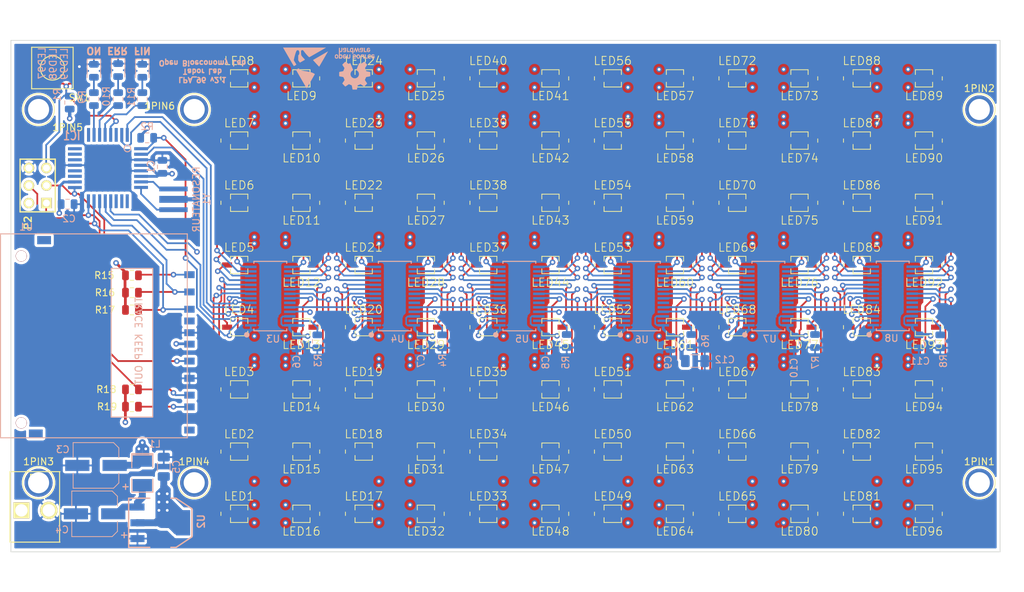
<source format=kicad_pcb>
(kicad_pcb (version 20171130) (host pcbnew "(5.1.4)-1")
  (title_block (title "96-well Light Plate Apparatus (LPA)") (date 2019-09-05) (rev 2.1) (company "Authors: Tabor lab/Evan Olson/Sebastian Castillo/Open Bioeconomy Lab/Kevin Bibby"))
  (layers (0 F.Cu signal) (1 In1.Cu signal) (2 In2.Cu signal) (31 B.Cu signal) (34 B.Paste user) (35 F.Paste user) (36 B.SilkS user) (37 F.SilkS user) (38 B.Mask user) (39 F.Mask user) (44 Edge.Cuts user))
  (net 0 "")
  (net 1 /ERR)
  (net 2 /FIN)
  (net 3 /MISO)
  (net 4 /MOSI)
  (net 5 /ON)
  (net 6 /RST)
  (net 7 /SCK)
  (net 8 /SS)
  (net 9 GND)
  (net 10 N-00000183)
  (net 11 /VIN)
  (net 12 "Net-(C4-Pad1)")
  (net 13 "Net-(IC1-Pad8)")
  (net 14 "Net-(IC1-Pad7)")
  (net 15 /SCLK)
  (net 16 /BLANK)
  (net 17 "Net-(IC1-Pad24)")
  (net 18 "Net-(IC1-Pad19)")
  (net 19 "Net-(IC1-Pad20)")
  (net 20 "Net-(IC1-Pad22)")
  (net 21 "Net-(IC1-Pad23)")
  (net 22 /MODE)
  (net 23 /SIN)
  (net 24 "Net-(IC1-Pad30)")
  (net 25 "Net-(IC1-Pad25)")
  (net 26 "Net-(IC1-Pad9)")
  (net 27 "Net-(IC1-Pad10)")
  (net 28 "Net-(IC1-Pad11)")
  (net 29 /GSCLK)
  (net 30 /XLAT)
  (net 31 "Net-(R3-Pad2)")
  (net 32 "Net-(R4-Pad2)")
  (net 33 "Net-(R5-Pad2)")
  (net 34 "Net-(R6-Pad2)")
  (net 35 "Net-(R7-Pad2)")
  (net 36 "Net-(R8-Pad2)")
  (net 37 "Net-(R15-Pad2)")
  (net 38 "Net-(R19-Pad2)")
  (net 39 "Net-(U3-Pad23)")
  (net 40 "Net-(U4-Pad23)")
  (net 41 "Net-(U5-Pad23)")
  (net 42 "Net-(U6-Pad23)")
  (net 43 "Net-(U7-Pad23)")
  (net 44 "Net-(U8-Pad23)")
  (net 45 "Net-(LED1-Pad1)")
  (net 46 "Net-(LED2-Pad1)")
  (net 47 "Net-(LED3-Pad1)")
  (net 48 "Net-(LED4-Pad1)")
  (net 49 "Net-(LED5-Pad1)")
  (net 50 "Net-(LED6-Pad1)")
  (net 51 "Net-(LED7-Pad1)")
  (net 52 "Net-(LED8-Pad1)")
  (net 53 "Net-(LED9-Pad1)")
  (net 54 "Net-(LED10-Pad1)")
  (net 55 "Net-(LED11-Pad1)")
  (net 56 "Net-(LED12-Pad1)")
  (net 57 "Net-(LED13-Pad1)")
  (net 58 "Net-(LED14-Pad1)")
  (net 59 "Net-(LED15-Pad1)")
  (net 60 "Net-(LED16-Pad1)")
  (net 61 "Net-(LED17-Pad1)")
  (net 62 "Net-(LED18-Pad1)")
  (net 63 "Net-(LED19-Pad1)")
  (net 64 "Net-(LED20-Pad1)")
  (net 65 "Net-(LED21-Pad1)")
  (net 66 "Net-(LED22-Pad1)")
  (net 67 "Net-(LED23-Pad1)")
  (net 68 "Net-(LED24-Pad1)")
  (net 69 "Net-(LED25-Pad1)")
  (net 70 "Net-(LED26-Pad1)")
  (net 71 "Net-(LED27-Pad1)")
  (net 72 "Net-(LED28-Pad1)")
  (net 73 "Net-(LED29-Pad1)")
  (net 74 "Net-(LED30-Pad1)")
  (net 75 "Net-(LED31-Pad1)")
  (net 76 "Net-(LED32-Pad1)")
  (net 77 "Net-(LED33-Pad1)")
  (net 78 "Net-(LED35-Pad1)")
  (net 79 "Net-(LED36-Pad1)")
  (net 80 "Net-(LED37-Pad1)")
  (net 81 "Net-(LED38-Pad1)")
  (net 82 "Net-(LED39-Pad1)")
  (net 83 "Net-(LED40-Pad1)")
  (net 84 "Net-(LED41-Pad1)")
  (net 85 "Net-(LED42-Pad1)")
  (net 86 "Net-(LED43-Pad1)")
  (net 87 "Net-(LED44-Pad1)")
  (net 88 "Net-(LED45-Pad1)")
  (net 89 "Net-(LED46-Pad1)")
  (net 90 "Net-(LED47-Pad1)")
  (net 91 "Net-(LED48-Pad1)")
  (net 92 "Net-(LED49-Pad1)")
  (net 93 "Net-(LED50-Pad1)")
  (net 94 "Net-(LED51-Pad1)")
  (net 95 "Net-(LED52-Pad1)")
  (net 96 "Net-(LED53-Pad1)")
  (net 97 "Net-(LED54-Pad1)")
  (net 98 "Net-(LED55-Pad1)")
  (net 99 "Net-(LED56-Pad1)")
  (net 100 "Net-(LED57-Pad1)")
  (net 101 "Net-(LED58-Pad1)")
  (net 102 "Net-(LED59-Pad1)")
  (net 103 "Net-(LED60-Pad1)")
  (net 104 "Net-(LED61-Pad1)")
  (net 105 "Net-(LED62-Pad1)")
  (net 106 "Net-(LED63-Pad1)")
  (net 107 "Net-(LED64-Pad1)")
  (net 108 "Net-(LED65-Pad1)")
  (net 109 "Net-(LED66-Pad1)")
  (net 110 "Net-(LED67-Pad1)")
  (net 111 "Net-(LED68-Pad1)")
  (net 112 "Net-(LED69-Pad1)")
  (net 113 "Net-(LED70-Pad1)")
  (net 114 "Net-(LED71-Pad1)")
  (net 115 "Net-(LED72-Pad1)")
  (net 116 "Net-(LED73-Pad1)")
  (net 117 "Net-(LED74-Pad1)")
  (net 118 "Net-(LED75-Pad1)")
  (net 119 "Net-(LED76-Pad1)")
  (net 120 "Net-(LED77-Pad1)")
  (net 121 "Net-(LED78-Pad1)")
  (net 122 "Net-(LED79-Pad1)")
  (net 123 "Net-(LED80-Pad1)")
  (net 124 "Net-(LED81-Pad1)")
  (net 125 "Net-(LED82-Pad1)")
  (net 126 "Net-(LED83-Pad1)")
  (net 127 "Net-(LED84-Pad1)")
  (net 128 "Net-(LED85-Pad1)")
  (net 129 "Net-(LED86-Pad1)")
  (net 130 "Net-(LED87-Pad1)")
  (net 131 "Net-(LED88-Pad1)")
  (net 132 "Net-(LED89-Pad1)")
  (net 133 "Net-(LED90-Pad1)")
  (net 134 "Net-(LED91-Pad1)")
  (net 135 "Net-(LED92-Pad1)")
  (net 136 "Net-(LED93-Pad1)")
  (net 137 "Net-(LED94-Pad1)")
  (net 138 "Net-(LED95-Pad1)")
  (net 139 "Net-(LED96-Pad1)")
  (net 140 "Net-(LED34-Pad1)")
  (net 141 "Net-(LED97-Pad2)")
  (net 142 "Net-(LED98-Pad2)")
  (net 143 "Net-(LED99-Pad2)")
  (net 144 VCC)
  (net 145 /lpa96_leds_drivers/SOUT1)
  (net 146 /lpa96_leds_drivers/SOUT2)
  (net 147 /lpa96_leds_drivers/SOUT3)
  (net 148 /lpa96_leds_drivers/SOUT4)
  (net 149 /lpa96_leds_drivers/SOUT5)
  (net 150 /lpa96_leds_drivers/SOUT)
  (module Symbol:OSHW-Logo_5.7x6mm_SilkScreen (layer B.Cu) (at 116.7 98.6)
    (fp_text reference REF*** hide)
    (fp_text value OSHW-Logo_5.7x6mm_SilkScreen hide)
  )
  (module Symbol:ESD-Logo_6.6x6mm_SilkScreen (layer B.Cu) (at 109.6 98.5)
    (fp_text reference REF*** hide)
    (fp_text value ESD-Logo_6.6x6mm_SilkScreen hide)
  )
  (module lpa96_footprints:L-1210 (layer B.Cu) (at 86 157.078 270)
    (fp_text reference L1 (at -4.178 -1.8 180) (layer B.SilkS) (effects (justify mirror)))
    (fp_text value 10uH)
    (pad 1 smd rect (at -1.778 0 270) (size 1.778 2.794) (layers B.Cu B.Paste B.Mask) (net 11 /VIN))
    (pad 2 smd rect (at 1.778 0 270) (size 1.778 2.794) (layers B.Cu B.Paste B.Mask) (net 12 "Net-(C4-Pad1)"))
  )
  (module lpa96_footprints:example_heatsink_14x14x14mm (layer B.Cu) (at 176.3 114.8)
    (fp_text reference REF** hide)
    (fp_text value example_heatsink_14x14x14mm)
  )
  (module lpa96_footprints:example_heatsink_14x14x14mm (layer B.Cu) (at 158.2 114.8)
    (fp_text reference REF** hide)
    (fp_text value example_heatsink_14x14x14mm)
  )
  (module lpa96_footprints:example_heatsink_14x14x14mm (layer B.Cu) (at 140.3 114.8)
    (fp_text reference REF** hide)
    (fp_text value example_heatsink_14x14x14mm)
  )
  (module lpa96_footprints:example_heatsink_14x14x14mm (layer B.Cu) (at 122.3 114.8)
    (fp_text reference REF** hide)
    (fp_text value example_heatsink_14x14x14mm)
  )
  (module lpa96_footprints:example_heatsink_14x14x14mm (layer B.Cu) (at 176.3 149.8)
    (fp_text reference REF** hide)
    (fp_text value example_heatsink_14x14x14mm)
  )
  (module lpa96_footprints:example_heatsink_14x14x14mm (layer B.Cu) (at 158.3 149.8)
    (fp_text reference REF** hide)
    (fp_text value example_heatsink_14x14x14mm)
  )
  (module lpa96_footprints:example_heatsink_14x14x14mm (layer B.Cu) (at 194.3 149.8)
    (fp_text reference REF** hide)
    (fp_text value example_heatsink_14x14x14mm)
  )
  (module lpa96_footprints:example_heatsink_14x14x14mm (layer B.Cu) (at 194.3 114.7)
    (fp_text reference REF** hide)
    (fp_text value example_heatsink_14x14x14mm)
  )
  (module lpa96_footprints:example_heatsink_14x14x14mm (layer B.Cu) (at 140.3 149.7)
    (fp_text reference REF** hide)
    (fp_text value example_heatsink_14x14x14mm)
  )
  (module lpa96_footprints:example_heatsink_14x14x14mm (layer B.Cu) (at 122.2 149.8)
    (fp_text reference REF** hide)
    (fp_text value example_heatsink_14x14x14mm)
  )
  (module lpa96_footprints:example_heatsink_14x14x14mm (layer B.Cu) (at 104.3 149.8)
    (fp_text reference REF** hide)
    (fp_text value example_heatsink_14x14x14mm)
  )
  (module lpa96_footprints:example_heatsink_14x14x14mm (layer B.Cu) (at 104.3 114.8)
    (fp_text reference REF** hide)
    (fp_text value example_heatsink_14x14x14mm)
  )
  (module lpa96_footprints:VLDx1232G (layer F.Cu) (at 100 163)
    (fp_text reference LED1 (at 0 -2.54) (layer F.SilkS) (effects (font (size 1.2 1.2) (thickness 0.12))))
    (fp_text value LED_ALT)
    (pad 1 smd rect (at -1.74 0) (size 1.44 0.75) (layers F.Cu F.Paste F.Mask) (net 45 "Net-(LED1-Pad1)"))
    (pad 2 smd rect (at 1.74 0) (size 1.44 0.75) (layers F.Cu F.Paste F.Mask) (net 11 /VIN))
  )
  (module lpa96_footprints:VLDx1232G (layer F.Cu) (at 100 154)
    (fp_text reference LED2 (at 0 -2.54) (layer F.SilkS) (effects (font (size 1.2 1.2) (thickness 0.12))))
    (fp_text value LED_ALT)
    (pad 1 smd rect (at -1.74 0) (size 1.44 0.75) (layers F.Cu F.Paste F.Mask) (net 46 "Net-(LED2-Pad1)"))
    (pad 2 smd rect (at 1.74 0) (size 1.44 0.75) (layers F.Cu F.Paste F.Mask) (net 11 /VIN))
  )
  (module lpa96_footprints:VLDx1232G (layer F.Cu) (at 100 145)
    (fp_text reference LED3 (at 0 -2.54) (layer F.SilkS) (effects (font (size 1.2 1.2) (thickness 0.12))))
    (fp_text value LED_ALT)
    (pad 1 smd rect (at -1.74 0) (size 1.44 0.75) (layers F.Cu F.Paste F.Mask) (net 47 "Net-(LED3-Pad1)"))
    (pad 2 smd rect (at 1.74 0) (size 1.44 0.75) (layers F.Cu F.Paste F.Mask) (net 11 /VIN))
  )
  (module lpa96_footprints:VLDx1232G (layer F.Cu) (at 100 136)
    (fp_text reference LED4 (at 0 -2.54) (layer F.SilkS) (effects (font (size 1.2 1.2) (thickness 0.12))))
    (fp_text value LED_ALT)
    (pad 1 smd rect (at -1.74 0) (size 1.44 0.75) (layers F.Cu F.Paste F.Mask) (net 48 "Net-(LED4-Pad1)"))
    (pad 2 smd rect (at 1.74 0) (size 1.44 0.75) (layers F.Cu F.Paste F.Mask) (net 11 /VIN))
  )
  (module lpa96_footprints:VLDx1232G (layer F.Cu) (at 100 127)
    (fp_text reference LED5 (at 0 -2.54) (layer F.SilkS) (effects (font (size 1.2 1.2) (thickness 0.12))))
    (fp_text value LED_ALT)
    (pad 1 smd rect (at -1.74 0) (size 1.44 0.75) (layers F.Cu F.Paste F.Mask) (net 49 "Net-(LED5-Pad1)"))
    (pad 2 smd rect (at 1.74 0) (size 1.44 0.75) (layers F.Cu F.Paste F.Mask) (net 11 /VIN))
  )
  (module lpa96_footprints:VLDx1232G (layer F.Cu) (at 100 118)
    (fp_text reference LED6 (at 0 -2.54) (layer F.SilkS) (effects (font (size 1.2 1.2) (thickness 0.12))))
    (fp_text value LED_ALT)
    (pad 1 smd rect (at -1.74 0) (size 1.44 0.75) (layers F.Cu F.Paste F.Mask) (net 50 "Net-(LED6-Pad1)"))
    (pad 2 smd rect (at 1.74 0) (size 1.44 0.75) (layers F.Cu F.Paste F.Mask) (net 11 /VIN))
  )
  (module lpa96_footprints:VLDx1232G (layer F.Cu) (at 100 109)
    (fp_text reference LED7 (at 0 -2.54) (layer F.SilkS) (effects (font (size 1.2 1.2) (thickness 0.12))))
    (fp_text value LED_ALT)
    (pad 1 smd rect (at -1.74 0) (size 1.44 0.75) (layers F.Cu F.Paste F.Mask) (net 51 "Net-(LED7-Pad1)"))
    (pad 2 smd rect (at 1.74 0) (size 1.44 0.75) (layers F.Cu F.Paste F.Mask) (net 11 /VIN))
  )
  (module lpa96_footprints:VLDx1232G (layer F.Cu) (at 100 100)
    (fp_text reference LED8 (at 0 -2.54) (layer F.SilkS) (effects (font (size 1.2 1.2) (thickness 0.12))))
    (fp_text value LED_ALT)
    (pad 1 smd rect (at -1.74 0) (size 1.44 0.75) (layers F.Cu F.Paste F.Mask) (net 52 "Net-(LED8-Pad1)"))
    (pad 2 smd rect (at 1.74 0) (size 1.44 0.75) (layers F.Cu F.Paste F.Mask) (net 11 /VIN))
  )
  (module lpa96_footprints:VLDx1232G (layer F.Cu) (at 109 100 180)
    (fp_text reference LED9 (at 0 -2.54) (layer F.SilkS) (effects (font (size 1.2 1.2) (thickness 0.12))))
    (fp_text value LED_ALT)
    (pad 1 smd rect (at -1.74 0 180) (size 1.44 0.75) (layers F.Cu F.Paste F.Mask) (net 53 "Net-(LED9-Pad1)"))
    (pad 2 smd rect (at 1.74 0 180) (size 1.44 0.75) (layers F.Cu F.Paste F.Mask) (net 11 /VIN))
  )
  (module lpa96_footprints:VLDx1232G (layer F.Cu) (at 109 109 180)
    (fp_text reference LED10 (at 0 -2.54) (layer F.SilkS) (effects (font (size 1.2 1.2) (thickness 0.12))))
    (fp_text value LED_ALT)
    (pad 1 smd rect (at -1.74 0 180) (size 1.44 0.75) (layers F.Cu F.Paste F.Mask) (net 54 "Net-(LED10-Pad1)"))
    (pad 2 smd rect (at 1.74 0 180) (size 1.44 0.75) (layers F.Cu F.Paste F.Mask) (net 11 /VIN))
  )
  (module lpa96_footprints:VLDx1232G (layer F.Cu) (at 109 118 180)
    (fp_text reference LED11 (at 0 -2.54) (layer F.SilkS) (effects (font (size 1.2 1.2) (thickness 0.12))))
    (fp_text value LED_ALT)
    (pad 1 smd rect (at -1.74 0 180) (size 1.44 0.75) (layers F.Cu F.Paste F.Mask) (net 55 "Net-(LED11-Pad1)"))
    (pad 2 smd rect (at 1.74 0 180) (size 1.44 0.75) (layers F.Cu F.Paste F.Mask) (net 11 /VIN))
  )
  (module lpa96_footprints:VLDx1232G (layer F.Cu) (at 109 127 180)
    (fp_text reference LED12 (at 0 -2.54) (layer F.SilkS) (effects (font (size 1.2 1.2) (thickness 0.12))))
    (fp_text value LED_ALT)
    (pad 1 smd rect (at -1.74 0 180) (size 1.44 0.75) (layers F.Cu F.Paste F.Mask) (net 56 "Net-(LED12-Pad1)"))
    (pad 2 smd rect (at 1.74 0 180) (size 1.44 0.75) (layers F.Cu F.Paste F.Mask) (net 11 /VIN))
  )
  (module lpa96_footprints:VLDx1232G (layer F.Cu) (at 109 136 180)
    (fp_text reference LED13 (at 0 -2.54) (layer F.SilkS) (effects (font (size 1.2 1.2) (thickness 0.12))))
    (fp_text value LED_ALT)
    (pad 1 smd rect (at -1.74 0 180) (size 1.44 0.75) (layers F.Cu F.Paste F.Mask) (net 57 "Net-(LED13-Pad1)"))
    (pad 2 smd rect (at 1.74 0 180) (size 1.44 0.75) (layers F.Cu F.Paste F.Mask) (net 11 /VIN))
  )
  (module lpa96_footprints:VLDx1232G (layer F.Cu) (at 109 145 180)
    (fp_text reference LED14 (at 0 -2.54) (layer F.SilkS) (effects (font (size 1.2 1.2) (thickness 0.12))))
    (fp_text value LED_ALT)
    (pad 1 smd rect (at -1.74 0 180) (size 1.44 0.75) (layers F.Cu F.Paste F.Mask) (net 58 "Net-(LED14-Pad1)"))
    (pad 2 smd rect (at 1.74 0 180) (size 1.44 0.75) (layers F.Cu F.Paste F.Mask) (net 11 /VIN))
  )
  (module lpa96_footprints:VLDx1232G (layer F.Cu) (at 109 154 180)
    (fp_text reference LED15 (at 0 -2.54) (layer F.SilkS) (effects (font (size 1.2 1.2) (thickness 0.12))))
    (fp_text value LED_ALT)
    (pad 1 smd rect (at -1.74 0 180) (size 1.44 0.75) (layers F.Cu F.Paste F.Mask) (net 59 "Net-(LED15-Pad1)"))
    (pad 2 smd rect (at 1.74 0 180) (size 1.44 0.75) (layers F.Cu F.Paste F.Mask) (net 11 /VIN))
  )
  (module lpa96_footprints:VLDx1232G (layer F.Cu) (at 109 163 180)
    (fp_text reference LED16 (at 0 -2.54) (layer F.SilkS) (effects (font (size 1.2 1.2) (thickness 0.12))))
    (fp_text value LED_ALT)
    (pad 1 smd rect (at -1.74 0 180) (size 1.44 0.75) (layers F.Cu F.Paste F.Mask) (net 60 "Net-(LED16-Pad1)"))
    (pad 2 smd rect (at 1.74 0 180) (size 1.44 0.75) (layers F.Cu F.Paste F.Mask) (net 11 /VIN))
  )
  (module lpa96_footprints:VLDx1232G (layer F.Cu) (at 118 163)
    (fp_text reference LED17 (at 0 -2.54) (layer F.SilkS) (effects (font (size 1.2 1.2) (thickness 0.12))))
    (fp_text value LED_ALT)
    (pad 1 smd rect (at -1.74 0) (size 1.44 0.75) (layers F.Cu F.Paste F.Mask) (net 61 "Net-(LED17-Pad1)"))
    (pad 2 smd rect (at 1.74 0) (size 1.44 0.75) (layers F.Cu F.Paste F.Mask) (net 11 /VIN))
  )
  (module lpa96_footprints:VLDx1232G (layer F.Cu) (at 118 154)
    (fp_text reference LED18 (at 0 -2.54) (layer F.SilkS) (effects (font (size 1.2 1.2) (thickness 0.12))))
    (fp_text value LED_ALT)
    (pad 1 smd rect (at -1.74 0) (size 1.44 0.75) (layers F.Cu F.Paste F.Mask) (net 62 "Net-(LED18-Pad1)"))
    (pad 2 smd rect (at 1.74 0) (size 1.44 0.75) (layers F.Cu F.Paste F.Mask) (net 11 /VIN))
  )
  (module lpa96_footprints:VLDx1232G (layer F.Cu) (at 118 145)
    (fp_text reference LED19 (at 0 -2.54) (layer F.SilkS) (effects (font (size 1.2 1.2) (thickness 0.12))))
    (fp_text value LED_ALT)
    (pad 1 smd rect (at -1.74 0) (size 1.44 0.75) (layers F.Cu F.Paste F.Mask) (net 63 "Net-(LED19-Pad1)"))
    (pad 2 smd rect (at 1.74 0) (size 1.44 0.75) (layers F.Cu F.Paste F.Mask) (net 11 /VIN))
  )
  (module lpa96_footprints:VLDx1232G (layer F.Cu) (at 118 136)
    (fp_text reference LED20 (at 0 -2.54) (layer F.SilkS) (effects (font (size 1.2 1.2) (thickness 0.12))))
    (fp_text value LED_ALT)
    (pad 1 smd rect (at -1.74 0) (size 1.44 0.75) (layers F.Cu F.Paste F.Mask) (net 64 "Net-(LED20-Pad1)"))
    (pad 2 smd rect (at 1.74 0) (size 1.44 0.75) (layers F.Cu F.Paste F.Mask) (net 11 /VIN))
  )
  (module lpa96_footprints:VLDx1232G (layer F.Cu) (at 118 127)
    (fp_text reference LED21 (at 0 -2.54) (layer F.SilkS) (effects (font (size 1.2 1.2) (thickness 0.12))))
    (fp_text value LED_ALT)
    (pad 1 smd rect (at -1.74 0) (size 1.44 0.75) (layers F.Cu F.Paste F.Mask) (net 65 "Net-(LED21-Pad1)"))
    (pad 2 smd rect (at 1.74 0) (size 1.44 0.75) (layers F.Cu F.Paste F.Mask) (net 11 /VIN))
  )
  (module lpa96_footprints:VLDx1232G (layer F.Cu) (at 118 118)
    (fp_text reference LED22 (at 0 -2.54) (layer F.SilkS) (effects (font (size 1.2 1.2) (thickness 0.12))))
    (fp_text value LED_ALT)
    (pad 1 smd rect (at -1.74 0) (size 1.44 0.75) (layers F.Cu F.Paste F.Mask) (net 66 "Net-(LED22-Pad1)"))
    (pad 2 smd rect (at 1.74 0) (size 1.44 0.75) (layers F.Cu F.Paste F.Mask) (net 11 /VIN))
  )
  (module lpa96_footprints:VLDx1232G (layer F.Cu) (at 118 109)
    (fp_text reference LED23 (at 0 -2.54) (layer F.SilkS) (effects (font (size 1.2 1.2) (thickness 0.12))))
    (fp_text value LED_ALT)
    (pad 1 smd rect (at -1.74 0) (size 1.44 0.75) (layers F.Cu F.Paste F.Mask) (net 67 "Net-(LED23-Pad1)"))
    (pad 2 smd rect (at 1.74 0) (size 1.44 0.75) (layers F.Cu F.Paste F.Mask) (net 11 /VIN))
  )
  (module lpa96_footprints:VLDx1232G (layer F.Cu) (at 118 100)
    (fp_text reference LED24 (at 0 -2.54) (layer F.SilkS) (effects (font (size 1.2 1.2) (thickness 0.12))))
    (fp_text value LED_ALT)
    (pad 1 smd rect (at -1.74 0) (size 1.44 0.75) (layers F.Cu F.Paste F.Mask) (net 68 "Net-(LED24-Pad1)"))
    (pad 2 smd rect (at 1.74 0) (size 1.44 0.75) (layers F.Cu F.Paste F.Mask) (net 11 /VIN))
  )
  (module lpa96_footprints:VLDx1232G (layer F.Cu) (at 127 100 180)
    (fp_text reference LED25 (at 0 -2.54) (layer F.SilkS) (effects (font (size 1.2 1.2) (thickness 0.12))))
    (fp_text value LED_ALT)
    (pad 1 smd rect (at -1.74 0 180) (size 1.44 0.75) (layers F.Cu F.Paste F.Mask) (net 69 "Net-(LED25-Pad1)"))
    (pad 2 smd rect (at 1.74 0 180) (size 1.44 0.75) (layers F.Cu F.Paste F.Mask) (net 11 /VIN))
  )
  (module lpa96_footprints:VLDx1232G (layer F.Cu) (at 127 109 180)
    (fp_text reference LED26 (at 0 -2.54) (layer F.SilkS) (effects (font (size 1.2 1.2) (thickness 0.12))))
    (fp_text value LED_ALT)
    (pad 1 smd rect (at -1.74 0 180) (size 1.44 0.75) (layers F.Cu F.Paste F.Mask) (net 70 "Net-(LED26-Pad1)"))
    (pad 2 smd rect (at 1.74 0 180) (size 1.44 0.75) (layers F.Cu F.Paste F.Mask) (net 11 /VIN))
  )
  (module lpa96_footprints:VLDx1232G (layer F.Cu) (at 127 118 180)
    (fp_text reference LED27 (at 0 -2.54) (layer F.SilkS) (effects (font (size 1.2 1.2) (thickness 0.12))))
    (fp_text value LED_ALT)
    (pad 1 smd rect (at -1.74 0 180) (size 1.44 0.75) (layers F.Cu F.Paste F.Mask) (net 71 "Net-(LED27-Pad1)"))
    (pad 2 smd rect (at 1.74 0 180) (size 1.44 0.75) (layers F.Cu F.Paste F.Mask) (net 11 /VIN))
  )
  (module lpa96_footprints:VLDx1232G (layer F.Cu) (at 127 127 180)
    (fp_text reference LED28 (at 0 -2.54) (layer F.SilkS) (effects (font (size 1.2 1.2) (thickness 0.12))))
    (fp_text value LED_ALT)
    (pad 1 smd rect (at -1.74 0 180) (size 1.44 0.75) (layers F.Cu F.Paste F.Mask) (net 72 "Net-(LED28-Pad1)"))
    (pad 2 smd rect (at 1.74 0 180) (size 1.44 0.75) (layers F.Cu F.Paste F.Mask) (net 11 /VIN))
  )
  (module lpa96_footprints:VLDx1232G (layer F.Cu) (at 127 136 180)
    (fp_text reference LED29 (at 0 -2.54) (layer F.SilkS) (effects (font (size 1.2 1.2) (thickness 0.12))))
    (fp_text value LED_ALT)
    (pad 1 smd rect (at -1.74 0 180) (size 1.44 0.75) (layers F.Cu F.Paste F.Mask) (net 73 "Net-(LED29-Pad1)"))
    (pad 2 smd rect (at 1.74 0 180) (size 1.44 0.75) (layers F.Cu F.Paste F.Mask) (net 11 /VIN))
  )
  (module lpa96_footprints:VLDx1232G (layer F.Cu) (at 127 145 180)
    (fp_text reference LED30 (at 0 -2.54) (layer F.SilkS) (effects (font (size 1.2 1.2) (thickness 0.12))))
    (fp_text value LED_ALT)
    (pad 1 smd rect (at -1.74 0 180) (size 1.44 0.75) (layers F.Cu F.Paste F.Mask) (net 74 "Net-(LED30-Pad1)"))
    (pad 2 smd rect (at 1.74 0 180) (size 1.44 0.75) (layers F.Cu F.Paste F.Mask) (net 11 /VIN))
  )
  (module lpa96_footprints:VLDx1232G (layer F.Cu) (at 127 154 180)
    (fp_text reference LED31 (at 0 -2.54) (layer F.SilkS) (effects (font (size 1.2 1.2) (thickness 0.12))))
    (fp_text value LED_ALT)
    (pad 1 smd rect (at -1.74 0 180) (size 1.44 0.75) (layers F.Cu F.Paste F.Mask) (net 75 "Net-(LED31-Pad1)"))
    (pad 2 smd rect (at 1.74 0 180) (size 1.44 0.75) (layers F.Cu F.Paste F.Mask) (net 11 /VIN))
  )
  (module lpa96_footprints:VLDx1232G (layer F.Cu) (at 127 163 180)
    (fp_text reference LED32 (at 0 -2.54) (layer F.SilkS) (effects (font (size 1.2 1.2) (thickness 0.12))))
    (fp_text value LED_ALT)
    (pad 1 smd rect (at -1.74 0 180) (size 1.44 0.75) (layers F.Cu F.Paste F.Mask) (net 76 "Net-(LED32-Pad1)"))
    (pad 2 smd rect (at 1.74 0 180) (size 1.44 0.75) (layers F.Cu F.Paste F.Mask) (net 11 /VIN))
  )
  (module lpa96_footprints:VLDx1232G (layer F.Cu) (at 136 163)
    (fp_text reference LED33 (at 0 -2.54) (layer F.SilkS) (effects (font (size 1.2 1.2) (thickness 0.12))))
    (fp_text value LED_ALT)
    (pad 1 smd rect (at -1.74 0) (size 1.44 0.75) (layers F.Cu F.Paste F.Mask) (net 77 "Net-(LED33-Pad1)"))
    (pad 2 smd rect (at 1.74 0) (size 1.44 0.75) (layers F.Cu F.Paste F.Mask) (net 11 /VIN))
  )
  (module lpa96_footprints:VLDx1232G (layer F.Cu) (at 136 154)
    (fp_text reference LED34 (at 0 -2.54) (layer F.SilkS) (effects (font (size 1.2 1.2) (thickness 0.12))))
    (fp_text value LED_ALT)
    (pad 1 smd rect (at -1.74 0) (size 1.44 0.75) (layers F.Cu F.Paste F.Mask) (net 140 "Net-(LED34-Pad1)"))
    (pad 2 smd rect (at 1.74 0) (size 1.44 0.75) (layers F.Cu F.Paste F.Mask) (net 11 /VIN))
  )
  (module lpa96_footprints:VLDx1232G (layer F.Cu) (at 136 145)
    (fp_text reference LED35 (at 0 -2.54) (layer F.SilkS) (effects (font (size 1.2 1.2) (thickness 0.12))))
    (fp_text value LED_ALT)
    (pad 1 smd rect (at -1.74 0) (size 1.44 0.75) (layers F.Cu F.Paste F.Mask) (net 78 "Net-(LED35-Pad1)"))
    (pad 2 smd rect (at 1.74 0) (size 1.44 0.75) (layers F.Cu F.Paste F.Mask) (net 11 /VIN))
  )
  (module lpa96_footprints:VLDx1232G (layer F.Cu) (at 136 136)
    (fp_text reference LED36 (at 0 -2.54) (layer F.SilkS) (effects (font (size 1.2 1.2) (thickness 0.12))))
    (fp_text value LED_ALT)
    (pad 1 smd rect (at -1.74 0) (size 1.44 0.75) (layers F.Cu F.Paste F.Mask) (net 79 "Net-(LED36-Pad1)"))
    (pad 2 smd rect (at 1.74 0) (size 1.44 0.75) (layers F.Cu F.Paste F.Mask) (net 11 /VIN))
  )
  (module lpa96_footprints:VLDx1232G (layer F.Cu) (at 136 127)
    (fp_text reference LED37 (at 0 -2.54) (layer F.SilkS) (effects (font (size 1.2 1.2) (thickness 0.12))))
    (fp_text value LED_ALT)
    (pad 1 smd rect (at -1.74 0) (size 1.44 0.75) (layers F.Cu F.Paste F.Mask) (net 80 "Net-(LED37-Pad1)"))
    (pad 2 smd rect (at 1.74 0) (size 1.44 0.75) (layers F.Cu F.Paste F.Mask) (net 11 /VIN))
  )
  (module lpa96_footprints:VLDx1232G (layer F.Cu) (at 136 118)
    (fp_text reference LED38 (at 0 -2.54) (layer F.SilkS) (effects (font (size 1.2 1.2) (thickness 0.12))))
    (fp_text value LED_ALT)
    (pad 1 smd rect (at -1.74 0) (size 1.44 0.75) (layers F.Cu F.Paste F.Mask) (net 81 "Net-(LED38-Pad1)"))
    (pad 2 smd rect (at 1.74 0) (size 1.44 0.75) (layers F.Cu F.Paste F.Mask) (net 11 /VIN))
  )
  (module lpa96_footprints:VLDx1232G (layer F.Cu) (at 136 109)
    (fp_text reference LED39 (at 0 -2.54) (layer F.SilkS) (effects (font (size 1.2 1.2) (thickness 0.12))))
    (fp_text value LED_ALT)
    (pad 1 smd rect (at -1.74 0) (size 1.44 0.75) (layers F.Cu F.Paste F.Mask) (net 82 "Net-(LED39-Pad1)"))
    (pad 2 smd rect (at 1.74 0) (size 1.44 0.75) (layers F.Cu F.Paste F.Mask) (net 11 /VIN))
  )
  (module lpa96_footprints:VLDx1232G (layer F.Cu) (at 136 100)
    (fp_text reference LED40 (at 0 -2.54) (layer F.SilkS) (effects (font (size 1.2 1.2) (thickness 0.12))))
    (fp_text value LED_ALT)
    (pad 1 smd rect (at -1.74 0) (size 1.44 0.75) (layers F.Cu F.Paste F.Mask) (net 83 "Net-(LED40-Pad1)"))
    (pad 2 smd rect (at 1.74 0) (size 1.44 0.75) (layers F.Cu F.Paste F.Mask) (net 11 /VIN))
  )
  (module lpa96_footprints:VLDx1232G (layer F.Cu) (at 145 100 180)
    (fp_text reference LED41 (at 0 -2.54) (layer F.SilkS) (effects (font (size 1.2 1.2) (thickness 0.12))))
    (fp_text value LED_ALT)
    (pad 1 smd rect (at -1.74 0 180) (size 1.44 0.75) (layers F.Cu F.Paste F.Mask) (net 84 "Net-(LED41-Pad1)"))
    (pad 2 smd rect (at 1.74 0 180) (size 1.44 0.75) (layers F.Cu F.Paste F.Mask) (net 11 /VIN))
  )
  (module lpa96_footprints:VLDx1232G (layer F.Cu) (at 145 109 180)
    (fp_text reference LED42 (at 0 -2.54) (layer F.SilkS) (effects (font (size 1.2 1.2) (thickness 0.12))))
    (fp_text value LED_ALT)
    (pad 1 smd rect (at -1.74 0 180) (size 1.44 0.75) (layers F.Cu F.Paste F.Mask) (net 85 "Net-(LED42-Pad1)"))
    (pad 2 smd rect (at 1.74 0 180) (size 1.44 0.75) (layers F.Cu F.Paste F.Mask) (net 11 /VIN))
  )
  (module lpa96_footprints:VLDx1232G (layer F.Cu) (at 145 118 180)
    (fp_text reference LED43 (at 0 -2.54) (layer F.SilkS) (effects (font (size 1.2 1.2) (thickness 0.12))))
    (fp_text value LED_ALT)
    (pad 1 smd rect (at -1.74 0 180) (size 1.44 0.75) (layers F.Cu F.Paste F.Mask) (net 86 "Net-(LED43-Pad1)"))
    (pad 2 smd rect (at 1.74 0 180) (size 1.44 0.75) (layers F.Cu F.Paste F.Mask) (net 11 /VIN))
  )
  (module lpa96_footprints:VLDx1232G (layer F.Cu) (at 145 127 180)
    (fp_text reference LED44 (at 0 -2.54) (layer F.SilkS) (effects (font (size 1.2 1.2) (thickness 0.12))))
    (fp_text value LED_ALT)
    (pad 1 smd rect (at -1.74 0 180) (size 1.44 0.75) (layers F.Cu F.Paste F.Mask) (net 87 "Net-(LED44-Pad1)"))
    (pad 2 smd rect (at 1.74 0 180) (size 1.44 0.75) (layers F.Cu F.Paste F.Mask) (net 11 /VIN))
  )
  (module lpa96_footprints:VLDx1232G (layer F.Cu) (at 145 136 180)
    (fp_text reference LED45 (at 0 -2.54) (layer F.SilkS) (effects (font (size 1.2 1.2) (thickness 0.12))))
    (fp_text value LED_ALT)
    (pad 1 smd rect (at -1.74 0 180) (size 1.44 0.75) (layers F.Cu F.Paste F.Mask) (net 88 "Net-(LED45-Pad1)"))
    (pad 2 smd rect (at 1.74 0 180) (size 1.44 0.75) (layers F.Cu F.Paste F.Mask) (net 11 /VIN))
  )
  (module lpa96_footprints:VLDx1232G (layer F.Cu) (at 145 145 180)
    (fp_text reference LED46 (at 0 -2.54) (layer F.SilkS) (effects (font (size 1.2 1.2) (thickness 0.12))))
    (fp_text value LED_ALT)
    (pad 1 smd rect (at -1.74 0 180) (size 1.44 0.75) (layers F.Cu F.Paste F.Mask) (net 89 "Net-(LED46-Pad1)"))
    (pad 2 smd rect (at 1.74 0 180) (size 1.44 0.75) (layers F.Cu F.Paste F.Mask) (net 11 /VIN))
  )
  (module lpa96_footprints:VLDx1232G (layer F.Cu) (at 145 154 180)
    (fp_text reference LED47 (at 0 -2.54) (layer F.SilkS) (effects (font (size 1.2 1.2) (thickness 0.12))))
    (fp_text value LED_ALT)
    (pad 1 smd rect (at -1.74 0 180) (size 1.44 0.75) (layers F.Cu F.Paste F.Mask) (net 90 "Net-(LED47-Pad1)"))
    (pad 2 smd rect (at 1.74 0 180) (size 1.44 0.75) (layers F.Cu F.Paste F.Mask) (net 11 /VIN))
  )
  (module lpa96_footprints:VLDx1232G (layer F.Cu) (at 145 163 180)
    (fp_text reference LED48 (at 0 -2.54) (layer F.SilkS) (effects (font (size 1.2 1.2) (thickness 0.12))))
    (fp_text value LED_ALT)
    (pad 1 smd rect (at -1.74 0 180) (size 1.44 0.75) (layers F.Cu F.Paste F.Mask) (net 91 "Net-(LED48-Pad1)"))
    (pad 2 smd rect (at 1.74 0 180) (size 1.44 0.75) (layers F.Cu F.Paste F.Mask) (net 11 /VIN))
  )
  (module lpa96_footprints:VLDx1232G (layer F.Cu) (at 154 163)
    (fp_text reference LED49 (at 0 -2.54) (layer F.SilkS) (effects (font (size 1.2 1.2) (thickness 0.12))))
    (fp_text value LED_ALT)
    (pad 1 smd rect (at -1.74 0) (size 1.44 0.75) (layers F.Cu F.Paste F.Mask) (net 92 "Net-(LED49-Pad1)"))
    (pad 2 smd rect (at 1.74 0) (size 1.44 0.75) (layers F.Cu F.Paste F.Mask) (net 11 /VIN))
  )
  (module lpa96_footprints:VLDx1232G (layer F.Cu) (at 154 154)
    (fp_text reference LED50 (at 0 -2.54) (layer F.SilkS) (effects (font (size 1.2 1.2) (thickness 0.12))))
    (fp_text value LED_ALT)
    (pad 1 smd rect (at -1.74 0) (size 1.44 0.75) (layers F.Cu F.Paste F.Mask) (net 93 "Net-(LED50-Pad1)"))
    (pad 2 smd rect (at 1.74 0) (size 1.44 0.75) (layers F.Cu F.Paste F.Mask) (net 11 /VIN))
  )
  (module lpa96_footprints:VLDx1232G (layer F.Cu) (at 154 145)
    (fp_text reference LED51 (at 0 -2.54) (layer F.SilkS) (effects (font (size 1.2 1.2) (thickness 0.12))))
    (fp_text value LED_ALT)
    (pad 1 smd rect (at -1.74 0) (size 1.44 0.75) (layers F.Cu F.Paste F.Mask) (net 94 "Net-(LED51-Pad1)"))
    (pad 2 smd rect (at 1.74 0) (size 1.44 0.75) (layers F.Cu F.Paste F.Mask) (net 11 /VIN))
  )
  (module lpa96_footprints:VLDx1232G (layer F.Cu) (at 154 136)
    (fp_text reference LED52 (at 0 -2.54) (layer F.SilkS) (effects (font (size 1.2 1.2) (thickness 0.12))))
    (fp_text value LED_ALT)
    (pad 1 smd rect (at -1.74 0) (size 1.44 0.75) (layers F.Cu F.Paste F.Mask) (net 95 "Net-(LED52-Pad1)"))
    (pad 2 smd rect (at 1.74 0) (size 1.44 0.75) (layers F.Cu F.Paste F.Mask) (net 11 /VIN))
  )
  (module lpa96_footprints:VLDx1232G (layer F.Cu) (at 154 127)
    (fp_text reference LED53 (at 0 -2.54) (layer F.SilkS) (effects (font (size 1.2 1.2) (thickness 0.12))))
    (fp_text value LED_ALT)
    (pad 1 smd rect (at -1.74 0) (size 1.44 0.75) (layers F.Cu F.Paste F.Mask) (net 96 "Net-(LED53-Pad1)"))
    (pad 2 smd rect (at 1.74 0) (size 1.44 0.75) (layers F.Cu F.Paste F.Mask) (net 11 /VIN))
  )
  (module lpa96_footprints:VLDx1232G (layer F.Cu) (at 154 118)
    (fp_text reference LED54 (at 0 -2.54) (layer F.SilkS) (effects (font (size 1.2 1.2) (thickness 0.12))))
    (fp_text value LED_ALT)
    (pad 1 smd rect (at -1.74 0) (size 1.44 0.75) (layers F.Cu F.Paste F.Mask) (net 97 "Net-(LED54-Pad1)"))
    (pad 2 smd rect (at 1.74 0) (size 1.44 0.75) (layers F.Cu F.Paste F.Mask) (net 11 /VIN))
  )
  (module lpa96_footprints:VLDx1232G (layer F.Cu) (at 154 109)
    (fp_text reference LED55 (at 0 -2.54) (layer F.SilkS) (effects (font (size 1.2 1.2) (thickness 0.12))))
    (fp_text value LED_ALT)
    (pad 1 smd rect (at -1.74 0) (size 1.44 0.75) (layers F.Cu F.Paste F.Mask) (net 98 "Net-(LED55-Pad1)"))
    (pad 2 smd rect (at 1.74 0) (size 1.44 0.75) (layers F.Cu F.Paste F.Mask) (net 11 /VIN))
  )
  (module lpa96_footprints:VLDx1232G (layer F.Cu) (at 154 100)
    (fp_text reference LED56 (at 0 -2.54) (layer F.SilkS) (effects (font (size 1.2 1.2) (thickness 0.12))))
    (fp_text value LED_ALT)
    (pad 1 smd rect (at -1.74 0) (size 1.44 0.75) (layers F.Cu F.Paste F.Mask) (net 99 "Net-(LED56-Pad1)"))
    (pad 2 smd rect (at 1.74 0) (size 1.44 0.75) (layers F.Cu F.Paste F.Mask) (net 11 /VIN))
  )
  (module lpa96_footprints:VLDx1232G (layer F.Cu) (at 163 100 180)
    (fp_text reference LED57 (at 0 -2.54) (layer F.SilkS) (effects (font (size 1.2 1.2) (thickness 0.12))))
    (fp_text value LED_ALT)
    (pad 1 smd rect (at -1.74 0 180) (size 1.44 0.75) (layers F.Cu F.Paste F.Mask) (net 100 "Net-(LED57-Pad1)"))
    (pad 2 smd rect (at 1.74 0 180) (size 1.44 0.75) (layers F.Cu F.Paste F.Mask) (net 11 /VIN))
  )
  (module lpa96_footprints:VLDx1232G (layer F.Cu) (at 163 109 180)
    (fp_text reference LED58 (at 0 -2.54) (layer F.SilkS) (effects (font (size 1.2 1.2) (thickness 0.12))))
    (fp_text value LED_ALT)
    (pad 1 smd rect (at -1.74 0 180) (size 1.44 0.75) (layers F.Cu F.Paste F.Mask) (net 101 "Net-(LED58-Pad1)"))
    (pad 2 smd rect (at 1.74 0 180) (size 1.44 0.75) (layers F.Cu F.Paste F.Mask) (net 11 /VIN))
  )
  (module lpa96_footprints:VLDx1232G (layer F.Cu) (at 163 118 180)
    (fp_text reference LED59 (at 0 -2.54) (layer F.SilkS) (effects (font (size 1.2 1.2) (thickness 0.12))))
    (fp_text value LED_ALT)
    (pad 1 smd rect (at -1.74 0 180) (size 1.44 0.75) (layers F.Cu F.Paste F.Mask) (net 102 "Net-(LED59-Pad1)"))
    (pad 2 smd rect (at 1.74 0 180) (size 1.44 0.75) (layers F.Cu F.Paste F.Mask) (net 11 /VIN))
  )
  (module lpa96_footprints:VLDx1232G (layer F.Cu) (at 163 127 180)
    (fp_text reference LED60 (at 0 -2.54) (layer F.SilkS) (effects (font (size 1.2 1.2) (thickness 0.12))))
    (fp_text value LED_ALT)
    (pad 1 smd rect (at -1.74 0 180) (size 1.44 0.75) (layers F.Cu F.Paste F.Mask) (net 103 "Net-(LED60-Pad1)"))
    (pad 2 smd rect (at 1.74 0 180) (size 1.44 0.75) (layers F.Cu F.Paste F.Mask) (net 11 /VIN))
  )
  (module lpa96_footprints:VLDx1232G (layer F.Cu) (at 163 136 180)
    (fp_text reference LED61 (at 0 -2.54) (layer F.SilkS) (effects (font (size 1.2 1.2) (thickness 0.12))))
    (fp_text value LED_ALT)
    (pad 1 smd rect (at -1.74 0 180) (size 1.44 0.75) (layers F.Cu F.Paste F.Mask) (net 104 "Net-(LED61-Pad1)"))
    (pad 2 smd rect (at 1.74 0 180) (size 1.44 0.75) (layers F.Cu F.Paste F.Mask) (net 11 /VIN))
  )
  (module lpa96_footprints:VLDx1232G (layer F.Cu) (at 163 145 180)
    (fp_text reference LED62 (at 0 -2.54) (layer F.SilkS) (effects (font (size 1.2 1.2) (thickness 0.12))))
    (fp_text value LED_ALT)
    (pad 1 smd rect (at -1.74 0 180) (size 1.44 0.75) (layers F.Cu F.Paste F.Mask) (net 105 "Net-(LED62-Pad1)"))
    (pad 2 smd rect (at 1.74 0 180) (size 1.44 0.75) (layers F.Cu F.Paste F.Mask) (net 11 /VIN))
  )
  (module lpa96_footprints:VLDx1232G (layer F.Cu) (at 163 154 180)
    (fp_text reference LED63 (at 0 -2.54) (layer F.SilkS) (effects (font (size 1.2 1.2) (thickness 0.12))))
    (fp_text value LED_ALT)
    (pad 1 smd rect (at -1.74 0 180) (size 1.44 0.75) (layers F.Cu F.Paste F.Mask) (net 106 "Net-(LED63-Pad1)"))
    (pad 2 smd rect (at 1.74 0 180) (size 1.44 0.75) (layers F.Cu F.Paste F.Mask) (net 11 /VIN))
  )
  (module lpa96_footprints:VLDx1232G (layer F.Cu) (at 163 163 180)
    (fp_text reference LED64 (at 0 -2.54) (layer F.SilkS) (effects (font (size 1.2 1.2) (thickness 0.12))))
    (fp_text value LED_ALT)
    (pad 1 smd rect (at -1.74 0 180) (size 1.44 0.75) (layers F.Cu F.Paste F.Mask) (net 107 "Net-(LED64-Pad1)"))
    (pad 2 smd rect (at 1.74 0 180) (size 1.44 0.75) (layers F.Cu F.Paste F.Mask) (net 11 /VIN))
  )
  (module lpa96_footprints:VLDx1232G (layer F.Cu) (at 172 163)
    (fp_text reference LED65 (at 0 -2.54) (layer F.SilkS) (effects (font (size 1.2 1.2) (thickness 0.12))))
    (fp_text value LED_ALT)
    (pad 1 smd rect (at -1.74 0) (size 1.44 0.75) (layers F.Cu F.Paste F.Mask) (net 108 "Net-(LED65-Pad1)"))
    (pad 2 smd rect (at 1.74 0) (size 1.44 0.75) (layers F.Cu F.Paste F.Mask) (net 11 /VIN))
  )
  (module lpa96_footprints:VLDx1232G (layer F.Cu) (at 172 154)
    (fp_text reference LED66 (at 0 -2.54) (layer F.SilkS) (effects (font (size 1.2 1.2) (thickness 0.12))))
    (fp_text value LED_ALT)
    (pad 1 smd rect (at -1.74 0) (size 1.44 0.75) (layers F.Cu F.Paste F.Mask) (net 109 "Net-(LED66-Pad1)"))
    (pad 2 smd rect (at 1.74 0) (size 1.44 0.75) (layers F.Cu F.Paste F.Mask) (net 11 /VIN))
  )
  (module lpa96_footprints:VLDx1232G (layer F.Cu) (at 172 145)
    (fp_text reference LED67 (at 0 -2.54) (layer F.SilkS) (effects (font (size 1.2 1.2) (thickness 0.12))))
    (fp_text value LED_ALT)
    (pad 1 smd rect (at -1.74 0) (size 1.44 0.75) (layers F.Cu F.Paste F.Mask) (net 110 "Net-(LED67-Pad1)"))
    (pad 2 smd rect (at 1.74 0) (size 1.44 0.75) (layers F.Cu F.Paste F.Mask) (net 11 /VIN))
  )
  (module lpa96_footprints:VLDx1232G (layer F.Cu) (at 172 136)
    (fp_text reference LED68 (at 0 -2.54) (layer F.SilkS) (effects (font (size 1.2 1.2) (thickness 0.12))))
    (fp_text value LED_ALT)
    (pad 1 smd rect (at -1.74 0) (size 1.44 0.75) (layers F.Cu F.Paste F.Mask) (net 111 "Net-(LED68-Pad1)"))
    (pad 2 smd rect (at 1.74 0) (size 1.44 0.75) (layers F.Cu F.Paste F.Mask) (net 11 /VIN))
  )
  (module lpa96_footprints:VLDx1232G (layer F.Cu) (at 172 127)
    (fp_text reference LED69 (at 0 -2.54) (layer F.SilkS) (effects (font (size 1.2 1.2) (thickness 0.12))))
    (fp_text value LED_ALT)
    (pad 1 smd rect (at -1.74 0) (size 1.44 0.75) (layers F.Cu F.Paste F.Mask) (net 112 "Net-(LED69-Pad1)"))
    (pad 2 smd rect (at 1.74 0) (size 1.44 0.75) (layers F.Cu F.Paste F.Mask) (net 11 /VIN))
  )
  (module lpa96_footprints:VLDx1232G (layer F.Cu) (at 172 118)
    (fp_text reference LED70 (at 0 -2.54) (layer F.SilkS) (effects (font (size 1.2 1.2) (thickness 0.12))))
    (fp_text value LED_ALT)
    (pad 1 smd rect (at -1.74 0) (size 1.44 0.75) (layers F.Cu F.Paste F.Mask) (net 113 "Net-(LED70-Pad1)"))
    (pad 2 smd rect (at 1.74 0) (size 1.44 0.75) (layers F.Cu F.Paste F.Mask) (net 11 /VIN))
  )
  (module lpa96_footprints:VLDx1232G (layer F.Cu) (at 172 109)
    (fp_text reference LED71 (at 0 -2.54) (layer F.SilkS) (effects (font (size 1.2 1.2) (thickness 0.12))))
    (fp_text value LED_ALT)
    (pad 1 smd rect (at -1.74 0) (size 1.44 0.75) (layers F.Cu F.Paste F.Mask) (net 114 "Net-(LED71-Pad1)"))
    (pad 2 smd rect (at 1.74 0) (size 1.44 0.75) (layers F.Cu F.Paste F.Mask) (net 11 /VIN))
  )
  (module lpa96_footprints:VLDx1232G (layer F.Cu) (at 172 100)
    (fp_text reference LED72 (at 0 -2.54) (layer F.SilkS) (effects (font (size 1.2 1.2) (thickness 0.12))))
    (fp_text value LED_ALT)
    (pad 1 smd rect (at -1.74 0) (size 1.44 0.75) (layers F.Cu F.Paste F.Mask) (net 115 "Net-(LED72-Pad1)"))
    (pad 2 smd rect (at 1.74 0) (size 1.44 0.75) (layers F.Cu F.Paste F.Mask) (net 11 /VIN))
  )
  (module lpa96_footprints:VLDx1232G (layer F.Cu) (at 181 100 180)
    (fp_text reference LED73 (at 0 -2.54) (layer F.SilkS) (effects (font (size 1.2 1.2) (thickness 0.12))))
    (fp_text value LED_ALT)
    (pad 1 smd rect (at -1.74 0 180) (size 1.44 0.75) (layers F.Cu F.Paste F.Mask) (net 116 "Net-(LED73-Pad1)"))
    (pad 2 smd rect (at 1.74 0 180) (size 1.44 0.75) (layers F.Cu F.Paste F.Mask) (net 11 /VIN))
  )
  (module lpa96_footprints:VLDx1232G (layer F.Cu) (at 181 109 180)
    (fp_text reference LED74 (at 0 -2.54) (layer F.SilkS) (effects (font (size 1.2 1.2) (thickness 0.12))))
    (fp_text value LED_ALT)
    (pad 1 smd rect (at -1.74 0 180) (size 1.44 0.75) (layers F.Cu F.Paste F.Mask) (net 117 "Net-(LED74-Pad1)"))
    (pad 2 smd rect (at 1.74 0 180) (size 1.44 0.75) (layers F.Cu F.Paste F.Mask) (net 11 /VIN))
  )
  (module lpa96_footprints:VLDx1232G (layer F.Cu) (at 181 118 180)
    (fp_text reference LED75 (at 0 -2.54) (layer F.SilkS) (effects (font (size 1.2 1.2) (thickness 0.12))))
    (fp_text value LED_ALT)
    (pad 1 smd rect (at -1.74 0 180) (size 1.44 0.75) (layers F.Cu F.Paste F.Mask) (net 118 "Net-(LED75-Pad1)"))
    (pad 2 smd rect (at 1.74 0 180) (size 1.44 0.75) (layers F.Cu F.Paste F.Mask) (net 11 /VIN))
  )
  (module lpa96_footprints:VLDx1232G (layer F.Cu) (at 181 127 180)
    (fp_text reference LED76 (at 0 -2.54) (layer F.SilkS) (effects (font (size 1.2 1.2) (thickness 0.12))))
    (fp_text value LED_ALT)
    (pad 1 smd rect (at -1.74 0 180) (size 1.44 0.75) (layers F.Cu F.Paste F.Mask) (net 119 "Net-(LED76-Pad1)"))
    (pad 2 smd rect (at 1.74 0 180) (size 1.44 0.75) (layers F.Cu F.Paste F.Mask) (net 11 /VIN))
  )
  (module lpa96_footprints:VLDx1232G (layer F.Cu) (at 181 136 180)
    (fp_text reference LED77 (at 0 -2.54) (layer F.SilkS) (effects (font (size 1.2 1.2) (thickness 0.12))))
    (fp_text value LED_ALT)
    (pad 1 smd rect (at -1.74 0 180) (size 1.44 0.75) (layers F.Cu F.Paste F.Mask) (net 120 "Net-(LED77-Pad1)"))
    (pad 2 smd rect (at 1.74 0 180) (size 1.44 0.75) (layers F.Cu F.Paste F.Mask) (net 11 /VIN))
  )
  (module lpa96_footprints:VLDx1232G (layer F.Cu) (at 181 145 180)
    (fp_text reference LED78 (at 0 -2.54) (layer F.SilkS) (effects (font (size 1.2 1.2) (thickness 0.12))))
    (fp_text value LED_ALT)
    (pad 1 smd rect (at -1.74 0 180) (size 1.44 0.75) (layers F.Cu F.Paste F.Mask) (net 121 "Net-(LED78-Pad1)"))
    (pad 2 smd rect (at 1.74 0 180) (size 1.44 0.75) (layers F.Cu F.Paste F.Mask) (net 11 /VIN))
  )
  (module lpa96_footprints:VLDx1232G (layer F.Cu) (at 181 154 180)
    (fp_text reference LED79 (at 0 -2.54) (layer F.SilkS) (effects (font (size 1.2 1.2) (thickness 0.12))))
    (fp_text value LED_ALT)
    (pad 1 smd rect (at -1.74 0 180) (size 1.44 0.75) (layers F.Cu F.Paste F.Mask) (net 122 "Net-(LED79-Pad1)"))
    (pad 2 smd rect (at 1.74 0 180) (size 1.44 0.75) (layers F.Cu F.Paste F.Mask) (net 11 /VIN))
  )
  (module lpa96_footprints:VLDx1232G (layer F.Cu) (at 181 163 180)
    (fp_text reference LED80 (at 0 -2.54) (layer F.SilkS) (effects (font (size 1.2 1.2) (thickness 0.12))))
    (fp_text value LED_ALT)
    (pad 1 smd rect (at -1.74 0 180) (size 1.44 0.75) (layers F.Cu F.Paste F.Mask) (net 123 "Net-(LED80-Pad1)"))
    (pad 2 smd rect (at 1.74 0 180) (size 1.44 0.75) (layers F.Cu F.Paste F.Mask) (net 11 /VIN))
  )
  (module lpa96_footprints:VLDx1232G (layer F.Cu) (at 190 163)
    (fp_text reference LED81 (at 0 -2.54) (layer F.SilkS) (effects (font (size 1.2 1.2) (thickness 0.12))))
    (fp_text value LED_ALT)
    (pad 1 smd rect (at -1.74 0) (size 1.44 0.75) (layers F.Cu F.Paste F.Mask) (net 124 "Net-(LED81-Pad1)"))
    (pad 2 smd rect (at 1.74 0) (size 1.44 0.75) (layers F.Cu F.Paste F.Mask) (net 11 /VIN))
  )
  (module lpa96_footprints:VLDx1232G (layer F.Cu) (at 190 154)
    (fp_text reference LED82 (at 0 -2.54) (layer F.SilkS) (effects (font (size 1.2 1.2) (thickness 0.12))))
    (fp_text value LED_ALT)
    (pad 1 smd rect (at -1.74 0) (size 1.44 0.75) (layers F.Cu F.Paste F.Mask) (net 125 "Net-(LED82-Pad1)"))
    (pad 2 smd rect (at 1.74 0) (size 1.44 0.75) (layers F.Cu F.Paste F.Mask) (net 11 /VIN))
  )
  (module lpa96_footprints:VLDx1232G (layer F.Cu) (at 190 145)
    (fp_text reference LED83 (at 0 -2.54) (layer F.SilkS) (effects (font (size 1.2 1.2) (thickness 0.12))))
    (fp_text value LED_ALT)
    (pad 1 smd rect (at -1.74 0) (size 1.44 0.75) (layers F.Cu F.Paste F.Mask) (net 126 "Net-(LED83-Pad1)"))
    (pad 2 smd rect (at 1.74 0) (size 1.44 0.75) (layers F.Cu F.Paste F.Mask) (net 11 /VIN))
  )
  (module lpa96_footprints:VLDx1232G (layer F.Cu) (at 190 136)
    (fp_text reference LED84 (at 0 -2.54) (layer F.SilkS) (effects (font (size 1.2 1.2) (thickness 0.12))))
    (fp_text value LED_ALT)
    (pad 1 smd rect (at -1.74 0) (size 1.44 0.75) (layers F.Cu F.Paste F.Mask) (net 127 "Net-(LED84-Pad1)"))
    (pad 2 smd rect (at 1.74 0) (size 1.44 0.75) (layers F.Cu F.Paste F.Mask) (net 11 /VIN))
  )
  (module lpa96_footprints:VLDx1232G (layer F.Cu) (at 190 127)
    (fp_text reference LED85 (at 0 -2.54) (layer F.SilkS) (effects (font (size 1.2 1.2) (thickness 0.12))))
    (fp_text value LED_ALT)
    (pad 1 smd rect (at -1.74 0) (size 1.44 0.75) (layers F.Cu F.Paste F.Mask) (net 128 "Net-(LED85-Pad1)"))
    (pad 2 smd rect (at 1.74 0) (size 1.44 0.75) (layers F.Cu F.Paste F.Mask) (net 11 /VIN))
  )
  (module lpa96_footprints:VLDx1232G (layer F.Cu) (at 190 118)
    (fp_text reference LED86 (at 0 -2.54) (layer F.SilkS) (effects (font (size 1.2 1.2) (thickness 0.12))))
    (fp_text value LED_ALT)
    (pad 1 smd rect (at -1.74 0) (size 1.44 0.75) (layers F.Cu F.Paste F.Mask) (net 129 "Net-(LED86-Pad1)"))
    (pad 2 smd rect (at 1.74 0) (size 1.44 0.75) (layers F.Cu F.Paste F.Mask) (net 11 /VIN))
  )
  (module lpa96_footprints:VLDx1232G (layer F.Cu) (at 190 109)
    (fp_text reference LED87 (at 0 -2.54) (layer F.SilkS) (effects (font (size 1.2 1.2) (thickness 0.12))))
    (fp_text value LED_ALT)
    (pad 1 smd rect (at -1.74 0) (size 1.44 0.75) (layers F.Cu F.Paste F.Mask) (net 130 "Net-(LED87-Pad1)"))
    (pad 2 smd rect (at 1.74 0) (size 1.44 0.75) (layers F.Cu F.Paste F.Mask) (net 11 /VIN))
  )
  (module lpa96_footprints:VLDx1232G (layer F.Cu) (at 190 100)
    (fp_text reference LED88 (at 0 -2.54) (layer F.SilkS) (effects (font (size 1.2 1.2) (thickness 0.12))))
    (fp_text value LED_ALT)
    (pad 1 smd rect (at -1.74 0) (size 1.44 0.75) (layers F.Cu F.Paste F.Mask) (net 131 "Net-(LED88-Pad1)"))
    (pad 2 smd rect (at 1.74 0) (size 1.44 0.75) (layers F.Cu F.Paste F.Mask) (net 11 /VIN))
  )
  (module lpa96_footprints:VLDx1232G (layer F.Cu) (at 199 100 180)
    (fp_text reference LED89 (at 0 -2.54) (layer F.SilkS) (effects (font (size 1.2 1.2) (thickness 0.12))))
    (fp_text value LED_ALT)
    (pad 1 smd rect (at -1.74 0 180) (size 1.44 0.75) (layers F.Cu F.Paste F.Mask) (net 132 "Net-(LED89-Pad1)"))
    (pad 2 smd rect (at 1.74 0 180) (size 1.44 0.75) (layers F.Cu F.Paste F.Mask) (net 11 /VIN))
  )
  (module lpa96_footprints:VLDx1232G (layer F.Cu) (at 199 109 180)
    (fp_text reference LED90 (at 0 -2.54) (layer F.SilkS) (effects (font (size 1.2 1.2) (thickness 0.12))))
    (fp_text value LED_ALT)
    (pad 1 smd rect (at -1.74 0 180) (size 1.44 0.75) (layers F.Cu F.Paste F.Mask) (net 133 "Net-(LED90-Pad1)"))
    (pad 2 smd rect (at 1.74 0 180) (size 1.44 0.75) (layers F.Cu F.Paste F.Mask) (net 11 /VIN))
  )
  (module lpa96_footprints:VLDx1232G (layer F.Cu) (at 199 118 180)
    (fp_text reference LED91 (at 0 -2.54) (layer F.SilkS) (effects (font (size 1.2 1.2) (thickness 0.12))))
    (fp_text value LED_ALT)
    (pad 1 smd rect (at -1.74 0 180) (size 1.44 0.75) (layers F.Cu F.Paste F.Mask) (net 134 "Net-(LED91-Pad1)"))
    (pad 2 smd rect (at 1.74 0 180) (size 1.44 0.75) (layers F.Cu F.Paste F.Mask) (net 11 /VIN))
  )
  (module lpa96_footprints:VLDx1232G (layer F.Cu) (at 199 127 180)
    (fp_text reference LED92 (at 0 -2.54) (layer F.SilkS) (effects (font (size 1.2 1.2) (thickness 0.12))))
    (fp_text value LED_ALT)
    (pad 1 smd rect (at -1.74 0 180) (size 1.44 0.75) (layers F.Cu F.Paste F.Mask) (net 135 "Net-(LED92-Pad1)"))
    (pad 2 smd rect (at 1.74 0 180) (size 1.44 0.75) (layers F.Cu F.Paste F.Mask) (net 11 /VIN))
  )
  (module lpa96_footprints:VLDx1232G (layer F.Cu) (at 199 136 180)
    (fp_text reference LED93 (at 0 -2.54) (layer F.SilkS) (effects (font (size 1.2 1.2) (thickness 0.12))))
    (fp_text value LED_ALT)
    (pad 1 smd rect (at -1.74 0 180) (size 1.44 0.75) (layers F.Cu F.Paste F.Mask) (net 136 "Net-(LED93-Pad1)"))
    (pad 2 smd rect (at 1.74 0 180) (size 1.44 0.75) (layers F.Cu F.Paste F.Mask) (net 11 /VIN))
  )
  (module lpa96_footprints:VLDx1232G (layer F.Cu) (at 199 145 180)
    (fp_text reference LED94 (at 0 -2.54) (layer F.SilkS) (effects (font (size 1.2 1.2) (thickness 0.12))))
    (fp_text value LED_ALT)
    (pad 1 smd rect (at -1.74 0 180) (size 1.44 0.75) (layers F.Cu F.Paste F.Mask) (net 137 "Net-(LED94-Pad1)"))
    (pad 2 smd rect (at 1.74 0 180) (size 1.44 0.75) (layers F.Cu F.Paste F.Mask) (net 11 /VIN))
  )
  (module lpa96_footprints:VLDx1232G (layer F.Cu) (at 199 154 180)
    (fp_text reference LED95 (at 0 -2.54) (layer F.SilkS) (effects (font (size 1.2 1.2) (thickness 0.12))))
    (fp_text value LED_ALT)
    (pad 1 smd rect (at -1.74 0 180) (size 1.44 0.75) (layers F.Cu F.Paste F.Mask) (net 138 "Net-(LED95-Pad1)"))
    (pad 2 smd rect (at 1.74 0 180) (size 1.44 0.75) (layers F.Cu F.Paste F.Mask) (net 11 /VIN))
  )
  (module lpa96_footprints:VLDx1232G (layer F.Cu) (at 199 163 180)
    (fp_text reference LED96 (at 0 -2.54) (layer F.SilkS) (effects (font (size 1.2 1.2) (thickness 0.12))))
    (fp_text value LED_ALT)
    (pad 1 smd rect (at -1.74 0 180) (size 1.44 0.75) (layers F.Cu F.Paste F.Mask) (net 139 "Net-(LED96-Pad1)"))
    (pad 2 smd rect (at 1.74 0 180) (size 1.44 0.75) (layers F.Cu F.Paste F.Mask) (net 11 /VIN))
  )
  (module lpa96_footprints:TLC5941_PWP_28 (layer B.Cu) (at 104.5 131.5)
    (fp_text reference U3 (at 0.4 6.2) (layer B.SilkS) (effects (justify mirror)))
    (fp_text value TLC5941 hide)
    (pad 29 smd rect (at 0 0) (size 2.4 6.170001) (layers B.Cu B.Paste B.Mask) (net 9 GND))
    (pad 28 smd rect (at 2.8194 4.225074) (size 1.665199 0.3648) (layers B.Cu B.Paste B.Mask) (net 144 VCC))
    (pad 27 smd rect (at 2.8194 3.575063) (size 1.665199 0.3648) (layers B.Cu B.Paste B.Mask) (net 31 "Net-(R3-Pad2)"))
    (pad 26 smd rect (at 2.8194 2.925051) (size 1.665199 0.3648) (layers B.Cu B.Paste B.Mask) (net 144 VCC))
    (pad 25 smd rect (at 2.8194 2.27504) (size 1.665199 0.3648) (layers B.Cu B.Paste B.Mask) (net 29 /GSCLK))
    (pad 24 smd rect (at 2.8194 1.625028) (size 1.665199 0.3648) (layers B.Cu B.Paste B.Mask) (net 145 /lpa96_leds_drivers/SOUT1))
    (pad 23 smd rect (at 2.8194 0.975017) (size 1.665199 0.3648) (layers B.Cu B.Paste B.Mask) (net 39 "Net-(U3-Pad23)"))
    (pad 22 smd rect (at 2.8194 0.325006) (size 1.665199 0.3648) (layers B.Cu B.Paste B.Mask) (net 60 "Net-(LED16-Pad1)"))
    (pad 21 smd rect (at 2.8194 -0.325006) (size 1.665199 0.3648) (layers B.Cu B.Paste B.Mask) (net 59 "Net-(LED15-Pad1)"))
    (pad 20 smd rect (at 2.8194 -0.975017) (size 1.665199 0.3648) (layers B.Cu B.Paste B.Mask) (net 58 "Net-(LED14-Pad1)"))
    (pad 19 smd rect (at 2.8194 -1.625028) (size 1.665199 0.3648) (layers B.Cu B.Paste B.Mask) (net 57 "Net-(LED13-Pad1)"))
    (pad 18 smd rect (at 2.8194 -2.27504) (size 1.665199 0.3648) (layers B.Cu B.Paste B.Mask) (net 56 "Net-(LED12-Pad1)"))
    (pad 17 smd rect (at 2.8194 -2.925051) (size 1.665199 0.3648) (layers B.Cu B.Paste B.Mask) (net 55 "Net-(LED11-Pad1)"))
    (pad 16 smd rect (at 2.8194 -3.575063) (size 1.665199 0.3648) (layers B.Cu B.Paste B.Mask) (net 54 "Net-(LED10-Pad1)"))
    (pad 15 smd rect (at 2.8194 -4.225074) (size 1.665199 0.3648) (layers B.Cu B.Paste B.Mask) (net 53 "Net-(LED9-Pad1)"))
    (pad 14 smd rect (at -2.8194 -4.225074) (size 1.665199 0.3648) (layers B.Cu B.Paste B.Mask) (net 52 "Net-(LED8-Pad1)"))
    (pad 13 smd rect (at -2.8194 -3.575063) (size 1.665199 0.3648) (layers B.Cu B.Paste B.Mask) (net 51 "Net-(LED7-Pad1)"))
    (pad 12 smd rect (at -2.8194 -2.925051) (size 1.665199 0.3648) (layers B.Cu B.Paste B.Mask) (net 50 "Net-(LED6-Pad1)"))
    (pad 11 smd rect (at -2.8194 -2.27504) (size 1.665199 0.3648) (layers B.Cu B.Paste B.Mask) (net 49 "Net-(LED5-Pad1)"))
    (pad 10 smd rect (at -2.8194 -1.625028) (size 1.665199 0.3648) (layers B.Cu B.Paste B.Mask) (net 48 "Net-(LED4-Pad1)"))
    (pad 9 smd rect (at -2.8194 -0.975017) (size 1.665199 0.3648) (layers B.Cu B.Paste B.Mask) (net 47 "Net-(LED3-Pad1)"))
    (pad 8 smd rect (at -2.8194 -0.325006) (size 1.665199 0.3648) (layers B.Cu B.Paste B.Mask) (net 46 "Net-(LED2-Pad1)"))
    (pad 7 smd rect (at -2.8194 0.325006) (size 1.665199 0.3648) (layers B.Cu B.Paste B.Mask) (net 45 "Net-(LED1-Pad1)"))
    (pad 6 smd rect (at -2.8194 0.975017) (size 1.665199 0.3648) (layers B.Cu B.Paste B.Mask) (net 22 /MODE))
    (pad 5 smd rect (at -2.8194 1.625028) (size 1.665199 0.3648) (layers B.Cu B.Paste B.Mask) (net 23 /SIN))
    (pad 4 smd rect (at -2.8194 2.27504) (size 1.665199 0.3648) (layers B.Cu B.Paste B.Mask) (net 15 /SCLK))
    (pad 3 smd rect (at -2.8194 2.925051) (size 1.665199 0.3648) (layers B.Cu B.Paste B.Mask) (net 30 /XLAT))
    (pad 2 smd rect (at -2.8194 3.575063) (size 1.665199 0.3648) (layers B.Cu B.Paste B.Mask) (net 16 /BLANK))
    (pad 1 smd rect (at -2.8194 4.225074) (size 1.665199 0.3648) (layers B.Cu B.Paste B.Mask) (net 9 GND))
  )
  (module lpa96_footprints:TLC5941_PWP_28 (layer B.Cu) (at 122.5 131.5)
    (fp_text reference U4 (at 0.4 6.2) (layer B.SilkS) (effects (justify mirror)))
    (fp_text value TLC5941 hide)
    (pad 29 smd rect (at 0 0) (size 2.4 6.170001) (layers B.Cu B.Paste B.Mask) (net 9 GND))
    (pad 28 smd rect (at 2.8194 4.225074) (size 1.665199 0.3648) (layers B.Cu B.Paste B.Mask) (net 144 VCC))
    (pad 27 smd rect (at 2.8194 3.575063) (size 1.665199 0.3648) (layers B.Cu B.Paste B.Mask) (net 32 "Net-(R4-Pad2)"))
    (pad 26 smd rect (at 2.8194 2.925051) (size 1.665199 0.3648) (layers B.Cu B.Paste B.Mask) (net 144 VCC))
    (pad 25 smd rect (at 2.8194 2.27504) (size 1.665199 0.3648) (layers B.Cu B.Paste B.Mask) (net 29 /GSCLK))
    (pad 24 smd rect (at 2.8194 1.625028) (size 1.665199 0.3648) (layers B.Cu B.Paste B.Mask) (net 146 /lpa96_leds_drivers/SOUT2))
    (pad 23 smd rect (at 2.8194 0.975017) (size 1.665199 0.3648) (layers B.Cu B.Paste B.Mask) (net 40 "Net-(U4-Pad23)"))
    (pad 22 smd rect (at 2.8194 0.325006) (size 1.665199 0.3648) (layers B.Cu B.Paste B.Mask) (net 76 "Net-(LED32-Pad1)"))
    (pad 21 smd rect (at 2.8194 -0.325006) (size 1.665199 0.3648) (layers B.Cu B.Paste B.Mask) (net 75 "Net-(LED31-Pad1)"))
    (pad 20 smd rect (at 2.8194 -0.975017) (size 1.665199 0.3648) (layers B.Cu B.Paste B.Mask) (net 74 "Net-(LED30-Pad1)"))
    (pad 19 smd rect (at 2.8194 -1.625028) (size 1.665199 0.3648) (layers B.Cu B.Paste B.Mask) (net 73 "Net-(LED29-Pad1)"))
    (pad 18 smd rect (at 2.8194 -2.27504) (size 1.665199 0.3648) (layers B.Cu B.Paste B.Mask) (net 72 "Net-(LED28-Pad1)"))
    (pad 17 smd rect (at 2.8194 -2.925051) (size 1.665199 0.3648) (layers B.Cu B.Paste B.Mask) (net 71 "Net-(LED27-Pad1)"))
    (pad 16 smd rect (at 2.8194 -3.575063) (size 1.665199 0.3648) (layers B.Cu B.Paste B.Mask) (net 70 "Net-(LED26-Pad1)"))
    (pad 15 smd rect (at 2.8194 -4.225074) (size 1.665199 0.3648) (layers B.Cu B.Paste B.Mask) (net 69 "Net-(LED25-Pad1)"))
    (pad 14 smd rect (at -2.8194 -4.225074) (size 1.665199 0.3648) (layers B.Cu B.Paste B.Mask) (net 68 "Net-(LED24-Pad1)"))
    (pad 13 smd rect (at -2.8194 -3.575063) (size 1.665199 0.3648) (layers B.Cu B.Paste B.Mask) (net 67 "Net-(LED23-Pad1)"))
    (pad 12 smd rect (at -2.8194 -2.925051) (size 1.665199 0.3648) (layers B.Cu B.Paste B.Mask) (net 66 "Net-(LED22-Pad1)"))
    (pad 11 smd rect (at -2.8194 -2.27504) (size 1.665199 0.3648) (layers B.Cu B.Paste B.Mask) (net 65 "Net-(LED21-Pad1)"))
    (pad 10 smd rect (at -2.8194 -1.625028) (size 1.665199 0.3648) (layers B.Cu B.Paste B.Mask) (net 64 "Net-(LED20-Pad1)"))
    (pad 9 smd rect (at -2.8194 -0.975017) (size 1.665199 0.3648) (layers B.Cu B.Paste B.Mask) (net 63 "Net-(LED19-Pad1)"))
    (pad 8 smd rect (at -2.8194 -0.325006) (size 1.665199 0.3648) (layers B.Cu B.Paste B.Mask) (net 62 "Net-(LED18-Pad1)"))
    (pad 7 smd rect (at -2.8194 0.325006) (size 1.665199 0.3648) (layers B.Cu B.Paste B.Mask) (net 61 "Net-(LED17-Pad1)"))
    (pad 6 smd rect (at -2.8194 0.975017) (size 1.665199 0.3648) (layers B.Cu B.Paste B.Mask) (net 22 /MODE))
    (pad 5 smd rect (at -2.8194 1.625028) (size 1.665199 0.3648) (layers B.Cu B.Paste B.Mask) (net 145 /lpa96_leds_drivers/SOUT1))
    (pad 4 smd rect (at -2.8194 2.27504) (size 1.665199 0.3648) (layers B.Cu B.Paste B.Mask) (net 15 /SCLK))
    (pad 3 smd rect (at -2.8194 2.925051) (size 1.665199 0.3648) (layers B.Cu B.Paste B.Mask) (net 30 /XLAT))
    (pad 2 smd rect (at -2.8194 3.575063) (size 1.665199 0.3648) (layers B.Cu B.Paste B.Mask) (net 16 /BLANK))
    (pad 1 smd rect (at -2.8194 4.225074) (size 1.665199 0.3648) (layers B.Cu B.Paste B.Mask) (net 9 GND))
  )
  (module lpa96_footprints:TLC5941_PWP_28 (layer B.Cu) (at 140.5 131.5)
    (fp_text reference U5 (at 0.4 6.2) (layer B.SilkS) (effects (justify mirror)))
    (fp_text value TLC5941 hide)
    (pad 29 smd rect (at 0 0) (size 2.4 6.170001) (layers B.Cu B.Paste B.Mask) (net 9 GND))
    (pad 28 smd rect (at 2.8194 4.225074) (size 1.665199 0.3648) (layers B.Cu B.Paste B.Mask) (net 144 VCC))
    (pad 27 smd rect (at 2.8194 3.575063) (size 1.665199 0.3648) (layers B.Cu B.Paste B.Mask) (net 33 "Net-(R5-Pad2)"))
    (pad 26 smd rect (at 2.8194 2.925051) (size 1.665199 0.3648) (layers B.Cu B.Paste B.Mask) (net 144 VCC))
    (pad 25 smd rect (at 2.8194 2.27504) (size 1.665199 0.3648) (layers B.Cu B.Paste B.Mask) (net 29 /GSCLK))
    (pad 24 smd rect (at 2.8194 1.625028) (size 1.665199 0.3648) (layers B.Cu B.Paste B.Mask) (net 147 /lpa96_leds_drivers/SOUT3))
    (pad 23 smd rect (at 2.8194 0.975017) (size 1.665199 0.3648) (layers B.Cu B.Paste B.Mask) (net 41 "Net-(U5-Pad23)"))
    (pad 22 smd rect (at 2.8194 0.325006) (size 1.665199 0.3648) (layers B.Cu B.Paste B.Mask) (net 91 "Net-(LED48-Pad1)"))
    (pad 21 smd rect (at 2.8194 -0.325006) (size 1.665199 0.3648) (layers B.Cu B.Paste B.Mask) (net 90 "Net-(LED47-Pad1)"))
    (pad 20 smd rect (at 2.8194 -0.975017) (size 1.665199 0.3648) (layers B.Cu B.Paste B.Mask) (net 89 "Net-(LED46-Pad1)"))
    (pad 19 smd rect (at 2.8194 -1.625028) (size 1.665199 0.3648) (layers B.Cu B.Paste B.Mask) (net 88 "Net-(LED45-Pad1)"))
    (pad 18 smd rect (at 2.8194 -2.27504) (size 1.665199 0.3648) (layers B.Cu B.Paste B.Mask) (net 87 "Net-(LED44-Pad1)"))
    (pad 17 smd rect (at 2.8194 -2.925051) (size 1.665199 0.3648) (layers B.Cu B.Paste B.Mask) (net 86 "Net-(LED43-Pad1)"))
    (pad 16 smd rect (at 2.8194 -3.575063) (size 1.665199 0.3648) (layers B.Cu B.Paste B.Mask) (net 85 "Net-(LED42-Pad1)"))
    (pad 15 smd rect (at 2.8194 -4.225074) (size 1.665199 0.3648) (layers B.Cu B.Paste B.Mask) (net 84 "Net-(LED41-Pad1)"))
    (pad 14 smd rect (at -2.8194 -4.225074) (size 1.665199 0.3648) (layers B.Cu B.Paste B.Mask) (net 83 "Net-(LED40-Pad1)"))
    (pad 13 smd rect (at -2.8194 -3.575063) (size 1.665199 0.3648) (layers B.Cu B.Paste B.Mask) (net 82 "Net-(LED39-Pad1)"))
    (pad 12 smd rect (at -2.8194 -2.925051) (size 1.665199 0.3648) (layers B.Cu B.Paste B.Mask) (net 81 "Net-(LED38-Pad1)"))
    (pad 11 smd rect (at -2.8194 -2.27504) (size 1.665199 0.3648) (layers B.Cu B.Paste B.Mask) (net 80 "Net-(LED37-Pad1)"))
    (pad 10 smd rect (at -2.8194 -1.625028) (size 1.665199 0.3648) (layers B.Cu B.Paste B.Mask) (net 79 "Net-(LED36-Pad1)"))
    (pad 9 smd rect (at -2.8194 -0.975017) (size 1.665199 0.3648) (layers B.Cu B.Paste B.Mask) (net 78 "Net-(LED35-Pad1)"))
    (pad 8 smd rect (at -2.8194 -0.325006) (size 1.665199 0.3648) (layers B.Cu B.Paste B.Mask) (net 140 "Net-(LED34-Pad1)"))
    (pad 7 smd rect (at -2.8194 0.325006) (size 1.665199 0.3648) (layers B.Cu B.Paste B.Mask) (net 77 "Net-(LED33-Pad1)"))
    (pad 6 smd rect (at -2.8194 0.975017) (size 1.665199 0.3648) (layers B.Cu B.Paste B.Mask) (net 22 /MODE))
    (pad 5 smd rect (at -2.8194 1.625028) (size 1.665199 0.3648) (layers B.Cu B.Paste B.Mask) (net 146 /lpa96_leds_drivers/SOUT2))
    (pad 4 smd rect (at -2.8194 2.27504) (size 1.665199 0.3648) (layers B.Cu B.Paste B.Mask) (net 15 /SCLK))
    (pad 3 smd rect (at -2.8194 2.925051) (size 1.665199 0.3648) (layers B.Cu B.Paste B.Mask) (net 30 /XLAT))
    (pad 2 smd rect (at -2.8194 3.575063) (size 1.665199 0.3648) (layers B.Cu B.Paste B.Mask) (net 16 /BLANK))
    (pad 1 smd rect (at -2.8194 4.225074) (size 1.665199 0.3648) (layers B.Cu B.Paste B.Mask) (net 9 GND))
  )
  (module lpa96_footprints:TLC5941_PWP_28 (layer B.Cu) (at 158.5 131.5)
    (fp_text reference U6 (at -0.3 6.3) (layer B.SilkS) (effects (justify mirror)))
    (fp_text value TLC5941 hide)
    (pad 29 smd rect (at 0 0) (size 2.4 6.170001) (layers B.Cu B.Paste B.Mask) (net 9 GND))
    (pad 28 smd rect (at 2.8194 4.225074) (size 1.665199 0.3648) (layers B.Cu B.Paste B.Mask) (net 144 VCC))
    (pad 27 smd rect (at 2.8194 3.575063) (size 1.665199 0.3648) (layers B.Cu B.Paste B.Mask) (net 34 "Net-(R6-Pad2)"))
    (pad 26 smd rect (at 2.8194 2.925051) (size 1.665199 0.3648) (layers B.Cu B.Paste B.Mask) (net 144 VCC))
    (pad 25 smd rect (at 2.8194 2.27504) (size 1.665199 0.3648) (layers B.Cu B.Paste B.Mask) (net 29 /GSCLK))
    (pad 24 smd rect (at 2.8194 1.625028) (size 1.665199 0.3648) (layers B.Cu B.Paste B.Mask) (net 148 /lpa96_leds_drivers/SOUT4))
    (pad 23 smd rect (at 2.8194 0.975017) (size 1.665199 0.3648) (layers B.Cu B.Paste B.Mask) (net 42 "Net-(U6-Pad23)"))
    (pad 22 smd rect (at 2.8194 0.325006) (size 1.665199 0.3648) (layers B.Cu B.Paste B.Mask) (net 107 "Net-(LED64-Pad1)"))
    (pad 21 smd rect (at 2.8194 -0.325006) (size 1.665199 0.3648) (layers B.Cu B.Paste B.Mask) (net 106 "Net-(LED63-Pad1)"))
    (pad 20 smd rect (at 2.8194 -0.975017) (size 1.665199 0.3648) (layers B.Cu B.Paste B.Mask) (net 105 "Net-(LED62-Pad1)"))
    (pad 19 smd rect (at 2.8194 -1.625028) (size 1.665199 0.3648) (layers B.Cu B.Paste B.Mask) (net 104 "Net-(LED61-Pad1)"))
    (pad 18 smd rect (at 2.8194 -2.27504) (size 1.665199 0.3648) (layers B.Cu B.Paste B.Mask) (net 103 "Net-(LED60-Pad1)"))
    (pad 17 smd rect (at 2.8194 -2.925051) (size 1.665199 0.3648) (layers B.Cu B.Paste B.Mask) (net 102 "Net-(LED59-Pad1)"))
    (pad 16 smd rect (at 2.8194 -3.575063) (size 1.665199 0.3648) (layers B.Cu B.Paste B.Mask) (net 101 "Net-(LED58-Pad1)"))
    (pad 15 smd rect (at 2.8194 -4.225074) (size 1.665199 0.3648) (layers B.Cu B.Paste B.Mask) (net 100 "Net-(LED57-Pad1)"))
    (pad 14 smd rect (at -2.8194 -4.225074) (size 1.665199 0.3648) (layers B.Cu B.Paste B.Mask) (net 99 "Net-(LED56-Pad1)"))
    (pad 13 smd rect (at -2.8194 -3.575063) (size 1.665199 0.3648) (layers B.Cu B.Paste B.Mask) (net 98 "Net-(LED55-Pad1)"))
    (pad 12 smd rect (at -2.8194 -2.925051) (size 1.665199 0.3648) (layers B.Cu B.Paste B.Mask) (net 97 "Net-(LED54-Pad1)"))
    (pad 11 smd rect (at -2.8194 -2.27504) (size 1.665199 0.3648) (layers B.Cu B.Paste B.Mask) (net 96 "Net-(LED53-Pad1)"))
    (pad 10 smd rect (at -2.8194 -1.625028) (size 1.665199 0.3648) (layers B.Cu B.Paste B.Mask) (net 95 "Net-(LED52-Pad1)"))
    (pad 9 smd rect (at -2.8194 -0.975017) (size 1.665199 0.3648) (layers B.Cu B.Paste B.Mask) (net 94 "Net-(LED51-Pad1)"))
    (pad 8 smd rect (at -2.8194 -0.325006) (size 1.665199 0.3648) (layers B.Cu B.Paste B.Mask) (net 93 "Net-(LED50-Pad1)"))
    (pad 7 smd rect (at -2.8194 0.325006) (size 1.665199 0.3648) (layers B.Cu B.Paste B.Mask) (net 92 "Net-(LED49-Pad1)"))
    (pad 6 smd rect (at -2.8194 0.975017) (size 1.665199 0.3648) (layers B.Cu B.Paste B.Mask) (net 22 /MODE))
    (pad 5 smd rect (at -2.8194 1.625028) (size 1.665199 0.3648) (layers B.Cu B.Paste B.Mask) (net 147 /lpa96_leds_drivers/SOUT3))
    (pad 4 smd rect (at -2.8194 2.27504) (size 1.665199 0.3648) (layers B.Cu B.Paste B.Mask) (net 15 /SCLK))
    (pad 3 smd rect (at -2.8194 2.925051) (size 1.665199 0.3648) (layers B.Cu B.Paste B.Mask) (net 30 /XLAT))
    (pad 2 smd rect (at -2.8194 3.575063) (size 1.665199 0.3648) (layers B.Cu B.Paste B.Mask) (net 16 /BLANK))
    (pad 1 smd rect (at -2.8194 4.225074) (size 1.665199 0.3648) (layers B.Cu B.Paste B.Mask) (net 9 GND))
  )
  (module lpa96_footprints:TLC5941_PWP_28 (layer B.Cu) (at 176.5 131.5)
    (fp_text reference U7 (at 0.2 6.2) (layer B.SilkS) (effects (justify mirror)))
    (fp_text value TLC5941 hide)
    (pad 29 smd rect (at 0 0) (size 2.4 6.170001) (layers B.Cu B.Paste B.Mask) (net 9 GND))
    (pad 28 smd rect (at 2.8194 4.225074) (size 1.665199 0.3648) (layers B.Cu B.Paste B.Mask) (net 144 VCC))
    (pad 27 smd rect (at 2.8194 3.575063) (size 1.665199 0.3648) (layers B.Cu B.Paste B.Mask) (net 35 "Net-(R7-Pad2)"))
    (pad 26 smd rect (at 2.8194 2.925051) (size 1.665199 0.3648) (layers B.Cu B.Paste B.Mask) (net 144 VCC))
    (pad 25 smd rect (at 2.8194 2.27504) (size 1.665199 0.3648) (layers B.Cu B.Paste B.Mask) (net 29 /GSCLK))
    (pad 24 smd rect (at 2.8194 1.625028) (size 1.665199 0.3648) (layers B.Cu B.Paste B.Mask) (net 149 /lpa96_leds_drivers/SOUT5))
    (pad 23 smd rect (at 2.8194 0.975017) (size 1.665199 0.3648) (layers B.Cu B.Paste B.Mask) (net 43 "Net-(U7-Pad23)"))
    (pad 22 smd rect (at 2.8194 0.325006) (size 1.665199 0.3648) (layers B.Cu B.Paste B.Mask) (net 123 "Net-(LED80-Pad1)"))
    (pad 21 smd rect (at 2.8194 -0.325006) (size 1.665199 0.3648) (layers B.Cu B.Paste B.Mask) (net 122 "Net-(LED79-Pad1)"))
    (pad 20 smd rect (at 2.8194 -0.975017) (size 1.665199 0.3648) (layers B.Cu B.Paste B.Mask) (net 121 "Net-(LED78-Pad1)"))
    (pad 19 smd rect (at 2.8194 -1.625028) (size 1.665199 0.3648) (layers B.Cu B.Paste B.Mask) (net 120 "Net-(LED77-Pad1)"))
    (pad 18 smd rect (at 2.8194 -2.27504) (size 1.665199 0.3648) (layers B.Cu B.Paste B.Mask) (net 119 "Net-(LED76-Pad1)"))
    (pad 17 smd rect (at 2.8194 -2.925051) (size 1.665199 0.3648) (layers B.Cu B.Paste B.Mask) (net 118 "Net-(LED75-Pad1)"))
    (pad 16 smd rect (at 2.8194 -3.575063) (size 1.665199 0.3648) (layers B.Cu B.Paste B.Mask) (net 117 "Net-(LED74-Pad1)"))
    (pad 15 smd rect (at 2.8194 -4.225074) (size 1.665199 0.3648) (layers B.Cu B.Paste B.Mask) (net 116 "Net-(LED73-Pad1)"))
    (pad 14 smd rect (at -2.8194 -4.225074) (size 1.665199 0.3648) (layers B.Cu B.Paste B.Mask) (net 115 "Net-(LED72-Pad1)"))
    (pad 13 smd rect (at -2.8194 -3.575063) (size 1.665199 0.3648) (layers B.Cu B.Paste B.Mask) (net 114 "Net-(LED71-Pad1)"))
    (pad 12 smd rect (at -2.8194 -2.925051) (size 1.665199 0.3648) (layers B.Cu B.Paste B.Mask) (net 113 "Net-(LED70-Pad1)"))
    (pad 11 smd rect (at -2.8194 -2.27504) (size 1.665199 0.3648) (layers B.Cu B.Paste B.Mask) (net 112 "Net-(LED69-Pad1)"))
    (pad 10 smd rect (at -2.8194 -1.625028) (size 1.665199 0.3648) (layers B.Cu B.Paste B.Mask) (net 111 "Net-(LED68-Pad1)"))
    (pad 9 smd rect (at -2.8194 -0.975017) (size 1.665199 0.3648) (layers B.Cu B.Paste B.Mask) (net 110 "Net-(LED67-Pad1)"))
    (pad 8 smd rect (at -2.8194 -0.325006) (size 1.665199 0.3648) (layers B.Cu B.Paste B.Mask) (net 109 "Net-(LED66-Pad1)"))
    (pad 7 smd rect (at -2.8194 0.325006) (size 1.665199 0.3648) (layers B.Cu B.Paste B.Mask) (net 108 "Net-(LED65-Pad1)"))
    (pad 6 smd rect (at -2.8194 0.975017) (size 1.665199 0.3648) (layers B.Cu B.Paste B.Mask) (net 22 /MODE))
    (pad 5 smd rect (at -2.8194 1.625028) (size 1.665199 0.3648) (layers B.Cu B.Paste B.Mask) (net 148 /lpa96_leds_drivers/SOUT4))
    (pad 4 smd rect (at -2.8194 2.27504) (size 1.665199 0.3648) (layers B.Cu B.Paste B.Mask) (net 15 /SCLK))
    (pad 3 smd rect (at -2.8194 2.925051) (size 1.665199 0.3648) (layers B.Cu B.Paste B.Mask) (net 30 /XLAT))
    (pad 2 smd rect (at -2.8194 3.575063) (size 1.665199 0.3648) (layers B.Cu B.Paste B.Mask) (net 16 /BLANK))
    (pad 1 smd rect (at -2.8194 4.225074) (size 1.665199 0.3648) (layers B.Cu B.Paste B.Mask) (net 9 GND))
  )
  (module lpa96_footprints:TLC5941_PWP_28 (layer B.Cu) (at 194.4806 131.474994)
    (fp_text reference U8 (at -0.1806 6.125006) (layer B.SilkS) (effects (justify mirror)))
    (fp_text value TLC5941 hide)
    (pad 29 smd rect (at 0 0) (size 2.4 6.170001) (layers B.Cu B.Paste B.Mask) (net 9 GND))
    (pad 28 smd rect (at 2.8194 4.225074) (size 1.665199 0.3648) (layers B.Cu B.Paste B.Mask) (net 144 VCC))
    (pad 27 smd rect (at 2.8194 3.575063) (size 1.665199 0.3648) (layers B.Cu B.Paste B.Mask) (net 36 "Net-(R8-Pad2)"))
    (pad 26 smd rect (at 2.8194 2.925051) (size 1.665199 0.3648) (layers B.Cu B.Paste B.Mask) (net 144 VCC))
    (pad 25 smd rect (at 2.8194 2.27504) (size 1.665199 0.3648) (layers B.Cu B.Paste B.Mask) (net 29 /GSCLK))
    (pad 24 smd rect (at 2.8194 1.625028) (size 1.665199 0.3648) (layers B.Cu B.Paste B.Mask) (net 150 /lpa96_leds_drivers/SOUT))
    (pad 23 smd rect (at 2.8194 0.975017) (size 1.665199 0.3648) (layers B.Cu B.Paste B.Mask) (net 44 "Net-(U8-Pad23)"))
    (pad 22 smd rect (at 2.8194 0.325006) (size 1.665199 0.3648) (layers B.Cu B.Paste B.Mask) (net 139 "Net-(LED96-Pad1)"))
    (pad 21 smd rect (at 2.8194 -0.325006) (size 1.665199 0.3648) (layers B.Cu B.Paste B.Mask) (net 138 "Net-(LED95-Pad1)"))
    (pad 20 smd rect (at 2.8194 -0.975017) (size 1.665199 0.3648) (layers B.Cu B.Paste B.Mask) (net 137 "Net-(LED94-Pad1)"))
    (pad 19 smd rect (at 2.8194 -1.625028) (size 1.665199 0.3648) (layers B.Cu B.Paste B.Mask) (net 136 "Net-(LED93-Pad1)"))
    (pad 18 smd rect (at 2.8194 -2.27504) (size 1.665199 0.3648) (layers B.Cu B.Paste B.Mask) (net 135 "Net-(LED92-Pad1)"))
    (pad 17 smd rect (at 2.8194 -2.925051) (size 1.665199 0.3648) (layers B.Cu B.Paste B.Mask) (net 134 "Net-(LED91-Pad1)"))
    (pad 16 smd rect (at 2.8194 -3.575063) (size 1.665199 0.3648) (layers B.Cu B.Paste B.Mask) (net 133 "Net-(LED90-Pad1)"))
    (pad 15 smd rect (at 2.8194 -4.225074) (size 1.665199 0.3648) (layers B.Cu B.Paste B.Mask) (net 132 "Net-(LED89-Pad1)"))
    (pad 14 smd rect (at -2.8194 -4.225074) (size 1.665199 0.3648) (layers B.Cu B.Paste B.Mask) (net 131 "Net-(LED88-Pad1)"))
    (pad 13 smd rect (at -2.8194 -3.575063) (size 1.665199 0.3648) (layers B.Cu B.Paste B.Mask) (net 130 "Net-(LED87-Pad1)"))
    (pad 12 smd rect (at -2.8194 -2.925051) (size 1.665199 0.3648) (layers B.Cu B.Paste B.Mask) (net 129 "Net-(LED86-Pad1)"))
    (pad 11 smd rect (at -2.8194 -2.27504) (size 1.665199 0.3648) (layers B.Cu B.Paste B.Mask) (net 128 "Net-(LED85-Pad1)"))
    (pad 10 smd rect (at -2.8194 -1.625028) (size 1.665199 0.3648) (layers B.Cu B.Paste B.Mask) (net 127 "Net-(LED84-Pad1)"))
    (pad 9 smd rect (at -2.8194 -0.975017) (size 1.665199 0.3648) (layers B.Cu B.Paste B.Mask) (net 126 "Net-(LED83-Pad1)"))
    (pad 8 smd rect (at -2.8194 -0.325006) (size 1.665199 0.3648) (layers B.Cu B.Paste B.Mask) (net 125 "Net-(LED82-Pad1)"))
    (pad 7 smd rect (at -2.8194 0.325006) (size 1.665199 0.3648) (layers B.Cu B.Paste B.Mask) (net 124 "Net-(LED81-Pad1)"))
    (pad 6 smd rect (at -2.8194 0.975017) (size 1.665199 0.3648) (layers B.Cu B.Paste B.Mask) (net 22 /MODE))
    (pad 5 smd rect (at -2.8194 1.625028) (size 1.665199 0.3648) (layers B.Cu B.Paste B.Mask) (net 149 /lpa96_leds_drivers/SOUT5))
    (pad 4 smd rect (at -2.8194 2.27504) (size 1.665199 0.3648) (layers B.Cu B.Paste B.Mask) (net 15 /SCLK))
    (pad 3 smd rect (at -2.8194 2.925051) (size 1.665199 0.3648) (layers B.Cu B.Paste B.Mask) (net 30 /XLAT))
    (pad 2 smd rect (at -2.8194 3.575063) (size 1.665199 0.3648) (layers B.Cu B.Paste B.Mask) (net 16 /BLANK))
    (pad 1 smd rect (at -2.8194 4.225074) (size 1.665199 0.3648) (layers B.Cu B.Paste B.Mask) (net 9 GND))
  )
  (module lpa96_footprints:TQFP32_FIXED (layer B.Cu) (at 81 113 180)
    (fp_text reference IC1 (at 5.2 4.7 180) (layer B.SilkS) (effects (font (size 1.27 1.016) (thickness 0.2032)) (justify mirror)))
    (fp_text value ATMEGA328-A hide)
    (pad 8 smd rect (at -4.81584 -2.77622 180) (size 1.99898 0.44958) (layers B.Cu B.Paste B.Mask) (net 13 "Net-(IC1-Pad8)"))
    (pad 7 smd rect (at -4.81584 -1.97612 180) (size 1.99898 0.44958) (layers B.Cu B.Paste B.Mask) (net 14 "Net-(IC1-Pad7)"))
    (pad 6 smd rect (at -4.81584 -1.17602 180) (size 1.99898 0.44958) (layers B.Cu B.Paste B.Mask) (net 144 VCC))
    (pad 5 smd rect (at -4.81584 -0.37592 180) (size 1.99898 0.44958) (layers B.Cu B.Paste B.Mask) (net 9 GND))
    (pad 4 smd rect (at -4.81584 0.42418 180) (size 1.99898 0.44958) (layers B.Cu B.Paste B.Mask) (net 144 VCC))
    (pad 3 smd rect (at -4.81584 1.22428 180) (size 1.99898 0.44958) (layers B.Cu B.Paste B.Mask) (net 9 GND))
    (pad 2 smd rect (at -4.81584 2.02438 180) (size 1.99898 0.44958) (layers B.Cu B.Paste B.Mask) (net 15 /SCLK))
    (pad 1 smd rect (at -4.81584 2.82448 180) (size 1.99898 0.44958) (layers B.Cu B.Paste B.Mask) (net 16 /BLANK))
    (pad 24 smd rect (at 4.7498 2.8194 180) (size 1.99898 0.44958) (layers B.Cu B.Paste B.Mask) (net 17 "Net-(IC1-Pad24)"))
    (pad 17 smd rect (at 4.7498 -2.794 180) (size 1.99898 0.44958) (layers B.Cu B.Paste B.Mask) (net 7 /SCK))
    (pad 18 smd rect (at 4.7498 -1.9812 180) (size 1.99898 0.44958) (layers B.Cu B.Paste B.Mask) (net 144 VCC))
    (pad 19 smd rect (at 4.7498 -1.1684 180) (size 1.99898 0.44958) (layers B.Cu B.Paste B.Mask) (net 18 "Net-(IC1-Pad19)"))
    (pad 20 smd rect (at 4.7498 -0.381 180) (size 1.99898 0.44958) (layers B.Cu B.Paste B.Mask) (net 19 "Net-(IC1-Pad20)"))
    (pad 21 smd rect (at 4.7498 0.4318 180) (size 1.99898 0.44958) (layers B.Cu B.Paste B.Mask) (net 9 GND))
    (pad 22 smd rect (at 4.7498 1.2192 180) (size 1.99898 0.44958) (layers B.Cu B.Paste B.Mask) (net 20 "Net-(IC1-Pad22)"))
    (pad 23 smd rect (at 4.7498 2.032 180) (size 1.99898 0.44958) (layers B.Cu B.Paste B.Mask) (net 21 "Net-(IC1-Pad23)"))
    (pad 32 smd rect (at -2.82448 4.826 180) (size 0.44958 1.99898) (layers B.Cu B.Paste B.Mask) (net 22 /MODE))
    (pad 31 smd rect (at -2.02692 4.826 180) (size 0.44958 1.99898) (layers B.Cu B.Paste B.Mask) (net 23 /SIN))
    (pad 30 smd rect (at -1.22428 4.826 180) (size 0.44958 1.99898) (layers B.Cu B.Paste B.Mask) (net 24 "Net-(IC1-Pad30)"))
    (pad 29 smd rect (at -0.42672 4.826 180) (size 0.44958 1.99898) (layers B.Cu B.Paste B.Mask) (net 6 /RST))
    (pad 28 smd rect (at 0.37592 4.826 180) (size 0.44958 1.99898) (layers B.Cu B.Paste B.Mask) (net 2 /FIN))
    (pad 27 smd rect (at 1.17348 4.826 180) (size 0.44958 1.99898) (layers B.Cu B.Paste B.Mask) (net 1 /ERR))
    (pad 26 smd rect (at 1.97612 4.826 180) (size 0.44958 1.99898) (layers B.Cu B.Paste B.Mask) (net 5 /ON))
    (pad 25 smd rect (at 2.77368 4.826 180) (size 0.44958 1.99898) (layers B.Cu B.Paste B.Mask) (net 25 "Net-(IC1-Pad25)"))
    (pad 9 smd rect (at -2.8194 -4.7752 180) (size 0.44958 1.99898) (layers B.Cu B.Paste B.Mask) (net 26 "Net-(IC1-Pad9)"))
    (pad 10 smd rect (at -2.032 -4.7752 180) (size 0.44958 1.99898) (layers B.Cu B.Paste B.Mask) (net 27 "Net-(IC1-Pad10)"))
    (pad 11 smd rect (at -1.2192 -4.7752 180) (size 0.44958 1.99898) (layers B.Cu B.Paste B.Mask) (net 28 "Net-(IC1-Pad11)"))
    (pad 12 smd rect (at -0.4318 -4.7752 180) (size 0.44958 1.99898) (layers B.Cu B.Paste B.Mask) (net 29 /GSCLK))
    (pad 13 smd rect (at 0.3556 -4.7752 180) (size 0.44958 1.99898) (layers B.Cu B.Paste B.Mask) (net 30 /XLAT))
    (pad 14 smd rect (at 1.1684 -4.7752 180) (size 0.44958 1.99898) (layers B.Cu B.Paste B.Mask) (net 8 /SS))
    (pad 15 smd rect (at 1.9812 -4.7752 180) (size 0.44958 1.99898) (layers B.Cu B.Paste B.Mask) (net 4 /MOSI))
    (pad 16 smd rect (at 2.794 -4.7752 180) (size 0.44958 1.99898) (layers B.Cu B.Paste B.Mask) (net 3 /MISO))
  )
  (module lpa96_footprints:PIN_ARRAY_2X1_3960um (layer F.Cu) (at 70.5 162.5)
    (fp_text reference P1 (at -0.1 -4.8) (layer F.SilkS) (effects (font (size 0.762 0.762) (thickness 0.1524))))
    (fp_text value CONN_2 hide)
    (pad 1 thru_hole rect (at -1.98 0) (size 2.3 2.3) (drill 1.8) (layers *.Cu *.Mask F.SilkS) (net 11 /VIN) (thermal_gap 0.4))
    (pad 2 thru_hole circle (at 1.98 0) (size 2.5 2.5) (drill 1.8) (layers *.Cu *.Mask F.SilkS) (net 9 GND))
  )
  (module lpa96_footprints:pin_array_3x2 (layer F.Cu) (at 70.87 115.5 90)
    (fp_text reference P2 (at -5.4 -1.4 90) (layer F.SilkS) (effects (font (size 1.016 1.016) (thickness 0.2032))))
    (fp_text value CONN_3X2 hide)
    (pad 1 thru_hole rect (at -2.54 1.27 90) (size 1.524 1.524) (drill 1.016) (layers *.Cu *.Mask F.SilkS) (net 3 /MISO))
    (pad 2 thru_hole circle (at -2.54 -1.27 90) (size 1.524 1.524) (drill 1.016) (layers *.Cu *.Mask F.SilkS) (net 144 VCC))
    (pad 3 thru_hole circle (at 0 1.27 90) (size 1.524 1.524) (drill 1.016) (layers *.Cu *.Mask F.SilkS) (net 7 /SCK))
    (pad 4 thru_hole circle (at 0 -1.27 90) (size 1.524 1.524) (drill 1.016) (layers *.Cu *.Mask F.SilkS) (net 4 /MOSI))
    (pad 5 thru_hole circle (at 2.54 1.27 90) (size 1.524 1.524) (drill 1.016) (layers *.Cu *.Mask F.SilkS) (net 6 /RST))
    (pad 6 thru_hole circle (at 2.54 -1.27 90) (size 1.524 1.524) (drill 1.016) (layers *.Cu *.Mask F.SilkS) (net 9 GND))
  )
  (module lpa96_footprints:SW_PUSH_SMD (layer F.Cu) (at 73 98.5 180)
    (fp_text reference SW1 (at -3.9 -4.3 180) (layer F.SilkS))
    (fp_text value SW_PUSH hide)
    (pad 1 smd rect (at 3.975 -2.25 180) (size 1.55 1.3) (layers F.Cu F.Paste F.Mask) (net 6 /RST))
    (pad 2 smd rect (at 3.975 2.25 180) (size 1.55 1.3) (layers F.Cu F.Paste F.Mask) (net 9 GND))
    (pad 2 smd rect (at -3.975 2.25 180) (size 1.55 1.3) (layers F.Cu F.Paste F.Mask) (net 9 GND))
    (pad 1 smd rect (at -3.975 -2.25 180) (size 1.55 1.3) (layers F.Cu F.Paste F.Mask) (net 6 /RST))
  )
  (module lpa96_footprints:SD_CONN (layer B.Cu) (at 68.5 137 180)
    (fp_text reference U1 (at -0.7 15.5 180) (layer B.SilkS) (effects (justify mirror)))
    (fp_text value SD_CARD hide)
    (fp_text user "TRACE KEEP OUT" (at -17 -1 270) (layer B.SilkS) (effects (justify mirror)))
    (pad 1 smd rect (at -24.31 6.1 180) (size 1.5 1) (layers B.Cu B.Paste B.Mask) (net 8 /SS))
    (pad 2 smd rect (at -24.31 3.6 180) (size 1.5 1) (layers B.Cu B.Paste B.Mask) (net 4 /MOSI))
    (pad 3 smd rect (at -24.31 0.2 180) (size 1.5 1) (layers B.Cu B.Paste B.Mask) (net 9 GND))
    (pad 4 smd rect (at -24.31 -1.45 180) (size 1.5 1) (layers B.Cu B.Paste B.Mask) (net 144 VCC))
    (pad 5 smd rect (at -24.31 -3.9 180) (size 1.5 1) (layers B.Cu B.Paste B.Mask) (net 7 /SCK))
    (pad 6 smd rect (at -24.31 -6.4 180) (size 1.5 1) (layers B.Cu B.Paste B.Mask) (net 9 GND))
    (pad 7 smd rect (at -24.31 -8.83 180) (size 1.5 1) (layers B.Cu B.Paste B.Mask) (net 3 /MISO))
    (pad 8 smd rect (at -24.31 -10.53 180) (size 1.5 1) (layers B.Cu B.Paste B.Mask) (net 38 "Net-(R19-Pad2)"))
    (pad 9 smd rect (at -24.31 8.6 180) (size 1.5 1) (layers B.Cu B.Paste B.Mask) (net 37 "Net-(R15-Pad2)"))
    (pad WP smd rect (at -24.31 -13.88 180) (size 1.5 1) (layers B.Cu B.Paste B.Mask))
    (pad GND smd rect (at -2.1 -14.4 180) (size 2 1.2) (layers B.Cu B.Paste B.Mask))
    (pad GND smd rect (at -3.3 13.6 180) (size 2 1.2) (layers B.Cu B.Paste B.Mask))
    (pad CD smd rect (at -24.31 1.9 180) (size 1.5 1) (layers B.Cu B.Paste B.Mask))
    (pad H thru_hole circle (at 0 11.3 180) (size 1.6 1.6) (drill 1.5) (layers *.Cu *.Mask B.SilkS))
    (pad H thru_hole circle (at 0 -12.85 180) (size 1.6 1.6) (drill 1.5) (layers *.Cu *.Mask B.SilkS))
  )
  (module lpa96_footprints:SOT223 (layer B.Cu) (at 88.598 164.3 90)
    (fp_text reference U2 (at 0.2 5.902 90) (layer B.SilkS) (effects (font (size 1.016 1.016) (thickness 0.2032)) (justify mirror)))
    (fp_text value LD1117S33 hide)
    (pad 4 smd rect (at 0 3.302 90) (size 3.6576 2.032) (layers B.Cu B.Paste B.Mask) (net 144 VCC))
    (pad 2 smd rect (at 0 -3.302 90) (size 1.016 2.032) (layers B.Cu B.Paste B.Mask) (net 144 VCC))
    (pad 3 smd rect (at 2.286 -3.302 90) (size 1.016 2.032) (layers B.Cu B.Paste B.Mask) (net 12 "Net-(C4-Pad1)"))
    (pad 1 smd rect (at -2.286 -3.302 90) (size 1.016 2.032) (layers B.Cu B.Paste B.Mask) (net 9 GND))
  )
  (module lpa96_footprints:crystal_smd (layer B.Cu) (at 90.5 117.5 90)
    (fp_text reference Y1 (at 0 4.826 90) (layer B.SilkS) (effects (justify mirror)))
    (fp_text value RESONATEUR (at 0 3.302 90) (layer B.SilkS) (effects (justify mirror)))
    (pad 1 smd rect (at -1.5 0 90) (size 0.7 4.1) (layers B.Cu B.Paste B.Mask) (net 13 "Net-(IC1-Pad8)"))
    (pad 2 smd rect (at 0 0 90) (size 1 4.1) (layers B.Cu B.Paste B.Mask) (net 9 GND))
    (pad 3 smd rect (at 1.5 0 90) (size 0.7 4.1) (layers B.Cu B.Paste B.Mask) (net 14 "Net-(IC1-Pad7)"))
  )
  (module lpa96_footprints:CP_Elec_6.3x5.3 (layer B.Cu) (at 79.3 156 180)
    (fp_text reference C3 (at 4.8 2.3) (layer B.SilkS) (effects (justify mirror)))
    (fp_text value 47uF)
    (fp_text user + (at -4.28 -3.01) (layer B.SilkS) (effects (justify mirror)))
    (fp_text user + (at -4.28 -3.01) (layer B.SilkS) (effects (justify mirror)))
    (pad 1 smd rect (at -2.7 0) (size 3.5 1.6) (layers B.Cu B.Paste B.Mask) (net 11 /VIN))
    (pad 2 smd rect (at 2.7 0) (size 3.5 1.6) (layers B.Cu B.Paste B.Mask) (net 9 GND))
  )
  (module lpa96_footprints:CP_Elec_6.3x5.3 (layer B.Cu) (at 79.1 163 180)
    (fp_text reference C4 (at 4.7 -2.3) (layer B.SilkS) (effects (justify mirror)))
    (fp_text value 47uF)
    (fp_text user + (at -4.28 -3.01) (layer B.SilkS) (effects (justify mirror)))
    (fp_text user + (at -4.28 -3.01) (layer B.SilkS) (effects (justify mirror)))
    (pad 1 smd rect (at -2.7 0) (size 3.5 1.6) (layers B.Cu B.Paste B.Mask) (net 12 "Net-(C4-Pad1)"))
    (pad 2 smd rect (at 2.7 0) (size 3.5 1.6) (layers B.Cu B.Paste B.Mask) (net 9 GND))
  )
  (module Capacitor_SMD:C_0805_2012Metric (layer B.Cu) (at 88.9 112.8 270)
    (fp_text reference C1 (at 0 1.65 90) (layer B.SilkS) (effects (justify mirror)))
    (fp_text value 100nF)
    (pad 2 smd roundrect (at 0.9375 0 270) (size 0.975 1.4) (layers B.Cu B.Paste B.Mask) (net 144 VCC))
    (pad 1 smd roundrect (at -0.9375 0 270) (size 0.975 1.4) (layers B.Cu B.Paste B.Mask) (net 9 GND))
  )
  (module Capacitor_SMD:C_0805_2012Metric (layer B.Cu) (at 75.2 118.2 180)
    (fp_text reference C2 (at -0.2 -2.1) (layer B.SilkS) (effects (justify mirror)))
    (fp_text value 100nF)
    (pad 2 smd roundrect (at 0.9375 0 180) (size 0.975 1.4) (layers B.Cu B.Paste B.Mask) (net 144 VCC))
    (pad 1 smd roundrect (at -0.9375 0 180) (size 0.975 1.4) (layers B.Cu B.Paste B.Mask) (net 9 GND))
  )
  (module Capacitor_SMD:C_1206_3216Metric (layer B.Cu) (at 89.1 156.2 90)
    (fp_text reference C5 (at 0 1.82 90) (layer B.SilkS) (effects (justify mirror)))
    (fp_text value 10uF)
    (pad 2 smd roundrect (at 1.4 0 90) (size 1.25 1.75) (layers B.Cu B.Paste B.Mask) (roundrect_rratio 0.2) (net 9 GND))
    (pad 1 smd roundrect (at -1.4 0 90) (size 1.25 1.75) (layers B.Cu B.Paste B.Mask) (roundrect_rratio 0.2) (net 144 VCC))
  )
  (module Capacitor_SMD:C_0805_2012Metric (layer B.Cu) (at 108.3 138.2 270)
    (fp_text reference C6 (at 2.8 0 90) (layer B.SilkS) (effects (justify mirror)))
    (fp_text value 100nF)
    (pad 2 smd roundrect (at 0.9375 0 270) (size 0.975 1.4) (layers B.Cu B.Paste B.Mask) (net 9 GND))
    (pad 1 smd roundrect (at -0.9375 0 270) (size 0.975 1.4) (layers B.Cu B.Paste B.Mask) (net 144 VCC))
  )
  (module Capacitor_SMD:C_0805_2012Metric (layer B.Cu) (at 126.35 138.15 270)
    (fp_text reference C7 (at 2.75 0.05 90) (layer B.SilkS) (effects (justify mirror)))
    (fp_text value 100nF)
    (pad 2 smd roundrect (at 0.9375 0 270) (size 0.975 1.4) (layers B.Cu B.Paste B.Mask) (net 9 GND))
    (pad 1 smd roundrect (at -0.9375 0 270) (size 0.975 1.4) (layers B.Cu B.Paste B.Mask) (net 144 VCC))
  )
  (module Capacitor_SMD:C_0805_2012Metric (layer B.Cu) (at 144.25 138.2 270)
    (fp_text reference C8 (at 2.9 -0.05 90) (layer B.SilkS) (effects (justify mirror)))
    (fp_text value 100nF)
    (pad 2 smd roundrect (at 0.9375 0 270) (size 0.975 1.4) (layers B.Cu B.Paste B.Mask) (net 9 GND))
    (pad 1 smd roundrect (at -0.9375 0 270) (size 0.975 1.4) (layers B.Cu B.Paste B.Mask) (net 144 VCC))
  )
  (module Capacitor_SMD:C_0805_2012Metric (layer B.Cu) (at 162.35 138.3 270)
    (fp_text reference C9 (at 2.8 0.35 90) (layer B.SilkS) (effects (justify mirror)))
    (fp_text value 100nF)
    (pad 2 smd roundrect (at 0.9375 0 270) (size 0.975 1.4) (layers B.Cu B.Paste B.Mask) (net 9 GND))
    (pad 1 smd roundrect (at -0.9375 0 270) (size 0.975 1.4) (layers B.Cu B.Paste B.Mask) (net 144 VCC))
  )
  (module Capacitor_SMD:C_0805_2012Metric (layer B.Cu) (at 180.2 138.25 270)
    (fp_text reference C10 (at 3.65 0 90) (layer B.SilkS) (effects (justify mirror)))
    (fp_text value 100nF)
    (pad 2 smd roundrect (at 0.9375 0 270) (size 0.975 1.4) (layers B.Cu B.Paste B.Mask) (net 9 GND))
    (pad 1 smd roundrect (at -0.9375 0 270) (size 0.975 1.4) (layers B.Cu B.Paste B.Mask) (net 144 VCC))
  )
  (module Capacitor_SMD:C_0805_2012Metric (layer B.Cu) (at 198.25 138.05 270)
    (fp_text reference C11 (at 2.85 -0.15 180) (layer B.SilkS) (effects (justify mirror)))
    (fp_text value 100nF)
    (pad 2 smd roundrect (at 0.9375 0 270) (size 0.975 1.4) (layers B.Cu B.Paste B.Mask) (net 9 GND))
    (pad 1 smd roundrect (at -0.9375 0 270) (size 0.975 1.4) (layers B.Cu B.Paste B.Mask) (net 144 VCC))
  )
  (module Capacitor_SMD:C_1206_3216Metric (layer B.Cu) (at 165.9 140.9)
    (fp_text reference C12 (at 4.3 -0.2) (layer B.SilkS) (effects (justify mirror)))
    (fp_text value 10uF)
    (pad 2 smd roundrect (at 1.4 0) (size 1.25 1.75) (layers B.Cu B.Paste B.Mask) (roundrect_rratio 0.2) (net 9 GND))
    (pad 1 smd roundrect (at -1.4 0) (size 1.25 1.75) (layers B.Cu B.Paste B.Mask) (roundrect_rratio 0.2) (net 144 VCC))
  )
  (module LED_SMD:LED_0805_2012Metric (layer B.Cu) (at 79 98.9 270)
    (fp_text reference LED97 (at -1.1 7.5 90) (layer B.SilkS) (effects (justify mirror)))
    (fp_text value LED_ALT)
    (pad 2 smd roundrect (at 0.9375 0 270) (size 0.975 1.4) (layers B.Cu B.Paste B.Mask) (net 141 "Net-(LED97-Pad2)"))
    (pad 1 smd roundrect (at -0.9375 0 270) (size 0.975 1.4) (layers B.Cu B.Paste B.Mask) (net 9 GND))
  )
  (module LED_SMD:LED_0805_2012Metric (layer B.Cu) (at 82.5 98.8 270)
    (fp_text reference LED98 (at -0.9 9.4 90) (layer B.SilkS) (effects (justify mirror)))
    (fp_text value LED_ALT)
    (pad 2 smd roundrect (at 0.9375 0 270) (size 0.975 1.4) (layers B.Cu B.Paste B.Mask) (net 142 "Net-(LED98-Pad2)"))
    (pad 1 smd roundrect (at -0.9375 0 270) (size 0.975 1.4) (layers B.Cu B.Paste B.Mask) (net 9 GND))
  )
  (module LED_SMD:LED_0805_2012Metric (layer B.Cu) (at 86 98.9 270)
    (fp_text reference LED99 (at -1 11.3 90) (layer B.SilkS) (effects (justify mirror)))
    (fp_text value LED_ALT)
    (pad 2 smd roundrect (at 0.9375 0 270) (size 0.975 1.4) (layers B.Cu B.Paste B.Mask) (net 143 "Net-(LED99-Pad2)"))
    (pad 1 smd roundrect (at -0.9375 0 270) (size 0.975 1.4) (layers B.Cu B.Paste B.Mask) (net 9 GND))
  )
  (module Resistor_SMD:R_0805_2012Metric (layer B.Cu) (at 75.5 103.5 270)
    (fp_text reference R1 (at -1.1 1.8 90) (layer B.SilkS) (effects (justify mirror)))
    (fp_text value 10k)
    (pad 2 smd roundrect (at 0.9375 0 270) (size 0.975 1.4) (layers B.Cu B.Paste B.Mask) (net 144 VCC))
    (pad 1 smd roundrect (at -0.9375 0 270) (size 0.975 1.4) (layers B.Cu B.Paste B.Mask) (net 6 /RST))
  )
  (module Resistor_SMD:R_0805_2012Metric (layer B.Cu) (at 86.7 108.6 180)
    (fp_text reference R2 (at 0 1.65) (layer B.SilkS) (effects (justify mirror)))
    (fp_text value 10k)
    (pad 2 smd roundrect (at 0.9375 0 180) (size 0.975 1.4) (layers B.Cu B.Paste B.Mask) (net 144 VCC))
    (pad 1 smd roundrect (at -0.9375 0 180) (size 0.975 1.4) (layers B.Cu B.Paste B.Mask) (net 16 /BLANK))
  )
  (module Resistor_SMD:R_0805_2012Metric (layer B.Cu) (at 111.3 138.05 90)
    (fp_text reference R3 (at -2.75 0.1 90) (layer B.SilkS) (effects (justify mirror)))
    (fp_text value 2.2k)
    (pad 2 smd roundrect (at 0.9375 0 90) (size 0.975 1.4) (layers B.Cu B.Paste B.Mask) (net 31 "Net-(R3-Pad2)"))
    (pad 1 smd roundrect (at -0.9375 0 90) (size 0.975 1.4) (layers B.Cu B.Paste B.Mask) (net 9 GND))
  )
  (module Resistor_SMD:R_0805_2012Metric (layer B.Cu) (at 129.35 138.05 90)
    (fp_text reference R4 (at -2.75 0.05 90) (layer B.SilkS) (effects (justify mirror)))
    (fp_text value 2.2k)
    (pad 2 smd roundrect (at 0.9375 0 90) (size 0.975 1.4) (layers B.Cu B.Paste B.Mask) (net 32 "Net-(R4-Pad2)"))
    (pad 1 smd roundrect (at -0.9375 0 90) (size 0.975 1.4) (layers B.Cu B.Paste B.Mask) (net 9 GND))
  )
  (module Resistor_SMD:R_0805_2012Metric (layer B.Cu) (at 147.35 138 90)
    (fp_text reference R5 (at -3.1 -0.15 90) (layer B.SilkS) (effects (justify mirror)))
    (fp_text value 2.2k)
    (pad 2 smd roundrect (at 0.9375 0 90) (size 0.975 1.4) (layers B.Cu B.Paste B.Mask) (net 33 "Net-(R5-Pad2)"))
    (pad 1 smd roundrect (at -0.9375 0 90) (size 0.975 1.4) (layers B.Cu B.Paste B.Mask) (net 9 GND))
  )
  (module Resistor_SMD:R_0805_2012Metric (layer B.Cu) (at 165.35 138 90)
    (fp_text reference R6 (at 0 2.05 90) (layer B.SilkS) (effects (justify mirror)))
    (fp_text value 2.2k)
    (pad 2 smd roundrect (at 0.9375 0 90) (size 0.975 1.4) (layers B.Cu B.Paste B.Mask) (net 34 "Net-(R6-Pad2)"))
    (pad 1 smd roundrect (at -0.9375 0 90) (size 0.975 1.4) (layers B.Cu B.Paste B.Mask) (net 9 GND))
  )
  (module Resistor_SMD:R_0805_2012Metric (layer B.Cu) (at 183.25 138 90)
    (fp_text reference R7 (at -3.1 0.05 90) (layer B.SilkS) (effects (justify mirror)))
    (fp_text value 2.2k)
    (pad 2 smd roundrect (at 0.9375 0 90) (size 0.975 1.4) (layers B.Cu B.Paste B.Mask) (net 35 "Net-(R7-Pad2)"))
    (pad 1 smd roundrect (at -0.9375 0 90) (size 0.975 1.4) (layers B.Cu B.Paste B.Mask) (net 9 GND))
  )
  (module Resistor_SMD:R_0805_2012Metric (layer B.Cu) (at 201.35 138.05 90)
    (fp_text reference R8 (at -2.85 0.45 90) (layer B.SilkS) (effects (justify mirror)))
    (fp_text value 2.2k)
    (pad 2 smd roundrect (at 0.9375 0 90) (size 0.975 1.4) (layers B.Cu B.Paste B.Mask) (net 36 "Net-(R8-Pad2)"))
    (pad 1 smd roundrect (at -0.9375 0 90) (size 0.975 1.4) (layers B.Cu B.Paste B.Mask) (net 9 GND))
  )
  (module Resistor_SMD:R_0805_2012Metric (layer B.Cu) (at 79 103 90)
    (fp_text reference R9 (at 0.3 -1.7 90) (layer B.SilkS) (effects (justify mirror)))
    (fp_text value 330R)
    (pad 2 smd roundrect (at 0.9375 0 90) (size 0.975 1.4) (layers B.Cu B.Paste B.Mask) (net 141 "Net-(LED97-Pad2)"))
    (pad 1 smd roundrect (at -0.9375 0 90) (size 0.975 1.4) (layers B.Cu B.Paste B.Mask) (net 5 /ON))
  )
  (module Resistor_SMD:R_0805_2012Metric (layer B.Cu) (at 82.5 103 90)
    (fp_text reference R10 (at 0.4 -1.7 90) (layer B.SilkS) (effects (justify mirror)))
    (fp_text value 330R)
    (pad 2 smd roundrect (at 0.9375 0 90) (size 0.975 1.4) (layers B.Cu B.Paste B.Mask) (net 142 "Net-(LED98-Pad2)"))
    (pad 1 smd roundrect (at -0.9375 0 90) (size 0.975 1.4) (layers B.Cu B.Paste B.Mask) (net 1 /ERR))
  )
  (module Resistor_SMD:R_0805_2012Metric (layer B.Cu) (at 86 103 90)
    (fp_text reference R11 (at 0.3 -1.6 90) (layer B.SilkS) (effects (justify mirror)))
    (fp_text value 330R)
    (pad 2 smd roundrect (at 0.9375 0 90) (size 0.975 1.4) (layers B.Cu B.Paste B.Mask) (net 143 "Net-(LED99-Pad2)"))
    (pad 1 smd roundrect (at -0.9375 0 90) (size 0.975 1.4) (layers B.Cu B.Paste B.Mask) (net 2 /FIN))
  )
  (module Resistor_SMD:R_0805_2012Metric (layer F.Cu) (at 84.5 128.5)
    (fp_text reference R15 (at -4 0) (layer F.SilkS))
    (fp_text value 47k)
    (pad 2 smd roundrect (at 0.9375 0) (size 0.975 1.4) (layers F.Cu F.Paste F.Mask) (net 37 "Net-(R15-Pad2)"))
    (pad 1 smd roundrect (at -0.9375 0) (size 0.975 1.4) (layers F.Cu F.Paste F.Mask) (net 144 VCC))
  )
  (module Resistor_SMD:R_0805_2012Metric (layer F.Cu) (at 84.5 131)
    (fp_text reference R16 (at -3.9 0) (layer F.SilkS))
    (fp_text value 47k)
    (pad 2 smd roundrect (at 0.9375 0) (size 0.975 1.4) (layers F.Cu F.Paste F.Mask) (net 8 /SS))
    (pad 1 smd roundrect (at -0.9375 0) (size 0.975 1.4) (layers F.Cu F.Paste F.Mask) (net 144 VCC))
  )
  (module Resistor_SMD:R_0805_2012Metric (layer F.Cu) (at 84.5 133.5)
    (fp_text reference R17 (at -3.9 0) (layer F.SilkS))
    (fp_text value 47k)
    (pad 2 smd roundrect (at 0.9375 0) (size 0.975 1.4) (layers F.Cu F.Paste F.Mask) (net 4 /MOSI))
    (pad 1 smd roundrect (at -0.9375 0) (size 0.975 1.4) (layers F.Cu F.Paste F.Mask) (net 144 VCC))
  )
  (module Resistor_SMD:R_0805_2012Metric (layer F.Cu) (at 84.5 145)
    (fp_text reference R18 (at -3.7 0) (layer F.SilkS))
    (fp_text value 47k)
    (pad 2 smd roundrect (at 0.9375 0) (size 0.975 1.4) (layers F.Cu F.Paste F.Mask) (net 3 /MISO))
    (pad 1 smd roundrect (at -0.9375 0) (size 0.975 1.4) (layers F.Cu F.Paste F.Mask) (net 144 VCC))
  )
  (module Resistor_SMD:R_0805_2012Metric (layer F.Cu) (at 84.5 147.5)
    (fp_text reference R19 (at -3.6 0) (layer F.SilkS))
    (fp_text value 47k)
    (pad 2 smd roundrect (at 0.9375 0) (size 0.975 1.4) (layers F.Cu F.Paste F.Mask) (net 38 "Net-(R19-Pad2)"))
    (pad 1 smd roundrect (at -0.9375 0) (size 0.975 1.4) (layers F.Cu F.Paste F.Mask) (net 144 VCC))
  )
  (module Connect:1pin (layer F.Cu) (at 207 158.5)
    (fp_text reference 1PIN1 (at 0 -3.048) (layer F.SilkS))
    (fp_text value P***)
    (pad 1 thru_hole circle (at 0 0) (size 4.064 4.064) (drill 3.048) (layers *.Cu *.Mask))
  )
  (module Connect:1pin (layer F.Cu) (at 207 104.5)
    (fp_text reference 1PIN2 (at 0 -3.048) (layer F.SilkS))
    (fp_text value P***)
    (pad 1 thru_hole circle (at 0 0) (size 4.064 4.064) (drill 3.048) (layers *.Cu *.Mask))
  )
  (module Connect:1pin (layer F.Cu) (at 71 158.5)
    (fp_text reference 1PIN3 (at 0 -3.048) (layer F.SilkS))
    (fp_text value P***)
    (pad 1 thru_hole circle (at 0 0) (size 4.064 4.064) (drill 3.048) (layers *.Cu *.Mask))
  )
  (module Connect:1pin (layer F.Cu) (at 93.5 158.5)
    (fp_text reference 1PIN4 (at 0 -3.048) (layer F.SilkS))
    (fp_text value P***)
    (pad 1 thru_hole circle (at 0 0) (size 4.064 4.064) (drill 3.048) (layers *.Cu *.Mask))
  )
  (module Connect:1pin (layer F.Cu) (at 93.5 104.5)
    (fp_text reference 1PIN6 (at -5 -0.5) (layer F.SilkS))
    (fp_text value P***)
    (pad 1 thru_hole circle (at 0 0) (size 4.064 4.064) (drill 3.048) (layers *.Cu *.Mask))
  )
  (module Connect:1pin (layer F.Cu) (at 71 104.5)
    (fp_text reference 1PIN5 (at 4.2 2.6) (layer F.SilkS))
    (fp_text value P***)
    (pad 1 thru_hole circle (at 0 0) (size 4.064 4.064) (drill 3.048) (layers *.Cu *.Mask))
  )
  (gr_text ERR (at 82.4 96 180) (layer B.SilkS) (effects (font (size 1 1) (thickness 0.25)) (justify mirror)))
  (gr_text ON (at 79 96 180) (layer B.SilkS) (effects (font (size 1 1) (thickness 0.25)) (justify mirror)))
  (gr_text FIN (at 86 96 180) (layer B.SilkS) (effects (font (size 1 1) (thickness 0.25)) (justify mirror)))
  (gr_text "LPA_96 v2.1\nTabor Lab\nOpen Bioeconomy Lab" (at 94.7 99 180) (layer B.SilkS) (effects (font (size 0.75 0.75) (thickness 0.1875)) (justify mirror)))
  (gr_line (start 67 168.5) (end 67 94.5) (angle 90) (layer Edge.Cuts) (width 0.1))
  (gr_line (start 210 168.5) (end 67 168.5) (angle 90) (layer Edge.Cuts) (width 0.1))
  (gr_line (start 210 94.5) (end 210 168.5) (angle 90) (layer Edge.Cuts) (width 0.1))
  (gr_line (start 67 94.5) (end 210 94.5) (angle 90) (layer Edge.Cuts) (width 0.1))
  (segment (start 82.5 103.9525) (end 81.9475 103.9525) (width 0.254) (layer B.Cu) (net 1))
  (segment (start 79.82652 106.07348) (end 79.82652 108.174) (width 0.254) (layer B.Cu) (net 1))
  (segment (start 81.9475 103.9525) (end 79.82652 106.07348) (width 0.254) (layer B.Cu) (net 1))
  (segment (start 86 103.9525) (end 84.9475 103.9525) (width 0.254) (layer B.Cu) (net 2))
  (segment (start 80.62408 106.57592) (end 80.62408 108.174) (width 0.254) (layer B.Cu) (net 2))
  (segment (start 82 105.2) (end 80.62408 106.57592) (width 0.254) (layer B.Cu) (net 2))
  (segment (start 83.7 105.2) (end 82 105.2) (width 0.254) (layer B.Cu) (net 2))
  (segment (start 84.9475 103.9525) (end 83.7 105.2) (width 0.254) (layer B.Cu) (net 2))
  (segment (start 92.81 145.83) (end 90.83 145.83) (width 0.254) (layer B.Cu) (net 3))
  (segment (start 90 145) (end 85.4525 145) (width 0.254) (layer F.Cu) (net 3))
  (segment (start 90.5 145.5) (end 90 145) (width 0.254) (layer F.Cu) (net 3))
  (via (at 90.5 145.5) (size 0.8) (drill 0.4) (layers F.Cu B.Cu) (net 3))
  (segment (start 90.83 145.83) (end 90.5 145.5) (width 0.254) (layer B.Cu) (net 3))
  (via (at 78.200024 119.8) (size 0.8) (drill 0.4) (layers F.Cu B.Cu) (net 3))
  (segment (start 78.206 117.7752) (end 78.206 119.794024) (width 0.254) (layer B.Cu) (net 3))
  (segment (start 78.206 119.794024) (end 78.200024 119.8) (width 0.254) (layer B.Cu) (net 3))
  (segment (start 78.765709 119.8) (end 78.200024 119.8) (width 0.25) (layer F.Cu) (net 3))
  (segment (start 78.972988 119.8) (end 78.765709 119.8) (width 0.25) (layer F.Cu) (net 3))
  (segment (start 79.824989 120.652001) (end 78.972988 119.8) (width 0.25) (layer F.Cu) (net 3))
  (segment (start 79.824989 139.364227) (end 79.824989 120.652001) (width 0.25) (layer F.Cu) (net 3))
  (segment (start 85.45 145) (end 85.45 144.989238) (width 0.25) (layer F.Cu) (net 3))
  (segment (start 85.45 144.989238) (end 79.824989 139.364227) (width 0.25) (layer F.Cu) (net 3))
  (segment (start 72.0475 118) (end 71.9 118) (width 0.254) (layer B.Cu) (net 3))
  (segment (start 72.0475 118) (end 71.69 118) (width 0.254) (layer B.Cu) (net 3))
  (segment (start 72.1 118) (end 72.2 118) (width 0.25) (layer F.Cu) (net 3))
  (segment (start 72.1 119.6) (end 72.1 118) (width 0.25) (layer F.Cu) (net 3))
  (segment (start 72.725001 120.225001) (end 72.1 119.6) (width 0.25) (layer F.Cu) (net 3))
  (segment (start 76.674999 120.225001) (end 72.725001 120.225001) (width 0.25) (layer F.Cu) (net 3))
  (segment (start 78.200024 119.8) (end 77.1 119.8) (width 0.25) (layer F.Cu) (net 3))
  (segment (start 77.1 119.8) (end 76.674999 120.225001) (width 0.25) (layer F.Cu) (net 3))
  (segment (start 92.81 133.4) (end 89.1 133.4) (width 0.254) (layer B.Cu) (net 4))
  (segment (start 89 133.5) (end 85.4525 133.5) (width 0.254) (layer F.Cu) (net 4))
  (via (at 89 133.5) (size 0.8) (drill 0.4) (layers F.Cu B.Cu) (net 4))
  (segment (start 89.1 133.4) (end 89 133.5) (width 0.254) (layer B.Cu) (net 4))
  (segment (start 89 133.5) (end 89 127) (width 0.25) (layer B.Cu) (net 4))
  (segment (start 89 127) (end 84 122) (width 0.25) (layer B.Cu) (net 4))
  (segment (start 84 122) (end 80.099986 122) (width 0.25) (layer B.Cu) (net 4))
  (segment (start 79.499987 121.400001) (end 79.099988 121.000002) (width 0.25) (layer B.Cu) (net 4))
  (segment (start 80.099986 122) (end 79.499987 121.400001) (width 0.25) (layer B.Cu) (net 4))
  (segment (start 79.0188 120.918814) (end 79.099988 121.000002) (width 0.254) (layer B.Cu) (net 4))
  (segment (start 79.0188 117.7752) (end 79.0188 120.918814) (width 0.254) (layer B.Cu) (net 4))
  (via (at 79.099988 121.000002) (size 0.8) (drill 0.4) (layers F.Cu B.Cu) (net 4))
  (segment (start 69.6 115.5) (end 69.6 115.4) (width 0.25) (layer F.Cu) (net 4))
  (segment (start 78.534303 121.000002) (end 79.099988 121.000002) (width 0.25) (layer F.Cu) (net 4))
  (segment (start 72.100002 121.000002) (end 78.534303 121.000002) (width 0.25) (layer F.Cu) (net 4))
  (segment (start 70.817001 119.717001) (end 72.100002 121.000002) (width 0.25) (layer F.Cu) (net 4))
  (segment (start 69.6 115.5) (end 70.817001 116.717001) (width 0.25) (layer F.Cu) (net 4))
  (segment (start 70.817001 116.717001) (end 70.817001 119.717001) (width 0.25) (layer F.Cu) (net 4))
  (segment (start 79 103.9525) (end 79 108.15012) (width 0.254) (layer B.Cu) (net 5))
  (segment (start 79 108.15012) (end 79.02388 108.174) (width 0.254) (layer B.Cu) (net 5))
  (via (at 82.2 106.2) (size 0.8) (drill 0.4) (layers F.Cu B.Cu) (net 6))
  (segment (start 81.42672 106.97328) (end 82.2 106.2) (width 0.254) (layer B.Cu) (net 6))
  (segment (start 81.42672 108.174) (end 81.42672 106.97328) (width 0.254) (layer B.Cu) (net 6))
  (segment (start 82.2 106.2) (end 81.4 105.4) (width 0.254) (layer F.Cu) (net 6))
  (segment (start 81.4 105.4) (end 78.2 105.4) (width 0.254) (layer F.Cu) (net 6))
  (via (at 75.000012 101.165715) (size 0.8) (drill 0.4) (layers F.Cu B.Cu) (net 6))
  (segment (start 72.27 109.46) (end 74 107.73) (width 0.254) (layer B.Cu) (net 6))
  (segment (start 76.975 100.75) (end 75.415727 100.75) (width 0.254) (layer F.Cu) (net 6))
  (segment (start 75.415727 100.75) (end 75.400011 100.765716) (width 0.254) (layer F.Cu) (net 6))
  (segment (start 75.400011 100.765716) (end 75.000012 101.165715) (width 0.254) (layer F.Cu) (net 6))
  (segment (start 75.000012 102.200012) (end 75.000012 101.7314) (width 0.25) (layer F.Cu) (net 6))
  (segment (start 75.000012 101.7314) (end 75.000012 101.165715) (width 0.25) (layer F.Cu) (net 6))
  (segment (start 78.2 105.4) (end 75.000012 102.200012) (width 0.25) (layer F.Cu) (net 6))
  (segment (start 74.600013 100.765716) (end 75.000012 101.165715) (width 0.254) (layer F.Cu) (net 6))
  (segment (start 74.584297 100.75) (end 74.600013 100.765716) (width 0.254) (layer F.Cu) (net 6))
  (segment (start 69.025 100.75) (end 74.584297 100.75) (width 0.254) (layer F.Cu) (net 6))
  (segment (start 74 103.2) (end 74.7 102.5) (width 0.25) (layer B.Cu) (net 6))
  (segment (start 74 107.73) (end 74 103.2) (width 0.254) (layer B.Cu) (net 6))
  (segment (start 74.7 102.5) (end 75.4 102.5) (width 0.25) (layer B.Cu) (net 6))
  (segment (start 75.4 102.5) (end 75.5 102.5) (width 0.25) (layer B.Cu) (net 6))
  (segment (start 75.000012 101.7314) (end 75 101.731412) (width 0.25) (layer B.Cu) (net 6))
  (segment (start 75.000012 101.165715) (end 75.000012 101.7314) (width 0.25) (layer B.Cu) (net 6))
  (segment (start 75 101.731412) (end 75 102.4) (width 0.25) (layer B.Cu) (net 6))
  (segment (start 75 102.4) (end 75 102.5) (width 0.25) (layer B.Cu) (net 6))
  (segment (start 72.27 109.46) (end 72.1 109.63) (width 0.25) (layer B.Cu) (net 6))
  (segment (start 72.1 109.63) (end 72.1 113) (width 0.25) (layer B.Cu) (net 6))
  (segment (start 76.2442 115.8) (end 76.2502 115.794) (width 0.254) (layer B.Cu) (net 7))
  (segment (start 76.2 115.8) (end 76.2442 115.8) (width 0.254) (layer B.Cu) (net 7))
  (via (at 76.2 116.7) (size 0.8) (drill 0.4) (layers F.Cu B.Cu) (net 7))
  (via (at 91.000002 140.9) (size 0.8) (drill 0.4) (layers F.Cu B.Cu) (net 7))
  (segment (start 92.81 140.9) (end 91.000002 140.9) (width 0.254) (layer B.Cu) (net 7))
  (segment (start 76.2 116.7) (end 76.2 116.134315) (width 0.25) (layer B.Cu) (net 7))
  (segment (start 76.2 116.134315) (end 76.2 115.8) (width 0.25) (layer B.Cu) (net 7))
  (segment (start 75.634315 116.7) (end 74.434315 115.5) (width 0.25) (layer F.Cu) (net 7))
  (segment (start 76.2 116.7) (end 75.634315 116.7) (width 0.25) (layer F.Cu) (net 7))
  (segment (start 74.434315 115.5) (end 72.1 115.5) (width 0.25) (layer F.Cu) (net 7))
  (segment (start 72.1 115.5) (end 72.3 115.5) (width 0.25) (layer F.Cu) (net 7))
  (segment (start 80.5 138.9) (end 80.5 120.434315) (width 0.25) (layer F.Cu) (net 7))
  (segment (start 81.7 140.1) (end 80.5 138.9) (width 0.25) (layer F.Cu) (net 7))
  (segment (start 80.5 120.434315) (end 76.765685 116.7) (width 0.25) (layer F.Cu) (net 7))
  (segment (start 76.765685 116.7) (end 76.2 116.7) (width 0.25) (layer F.Cu) (net 7))
  (segment (start 82.5 140.9) (end 90.434317 140.9) (width 0.254) (layer F.Cu) (net 7))
  (segment (start 81 139.4) (end 82.5 140.9) (width 0.254) (layer F.Cu) (net 7))
  (segment (start 90.434317 140.9) (end 91.000002 140.9) (width 0.254) (layer F.Cu) (net 7))
  (via (at 90.7 130.900014) (size 0.8) (drill 0.4) (layers F.Cu B.Cu) (net 8))
  (segment (start 85.4525 131) (end 85.552486 130.900014) (width 0.254) (layer F.Cu) (net 8))
  (segment (start 85.552486 130.900014) (end 90.134315 130.900014) (width 0.254) (layer F.Cu) (net 8))
  (segment (start 90.134315 130.900014) (end 90.7 130.900014) (width 0.254) (layer F.Cu) (net 8))
  (segment (start 92.81 130.9) (end 90.700014 130.9) (width 0.254) (layer B.Cu) (net 8))
  (segment (start 90.700014 130.9) (end 90.7 130.900014) (width 0.254) (layer B.Cu) (net 8))
  (segment (start 90.300001 130.500015) (end 90.7 130.900014) (width 0.254) (layer B.Cu) (net 8))
  (segment (start 79.8316 119.5316) (end 81.6 121.3) (width 0.254) (layer B.Cu) (net 8))
  (segment (start 79.8316 117.7752) (end 79.8316 119.5316) (width 0.254) (layer B.Cu) (net 8))
  (segment (start 81.6 121.3) (end 84.5 121.3) (width 0.254) (layer B.Cu) (net 8))
  (segment (start 84.5 121.3) (end 89.5 126.3) (width 0.254) (layer B.Cu) (net 8))
  (segment (start 89.5 126.3) (end 89.5 129.700014) (width 0.254) (layer B.Cu) (net 8))
  (segment (start 89.5 129.700014) (end 90.300001 130.500015) (width 0.254) (layer B.Cu) (net 8))
  (segment (start 69.025 96.25) (end 76.95 96.25) (width 0.25) (layer F.Cu) (net 9))
  (segment (start 76.95 96.25) (end 76.9 96.2) (width 0.25) (layer F.Cu) (net 9))
  (segment (start 76.9 96.2) (end 76.9 98.3) (width 0.25) (layer F.Cu) (net 9))
  (via (at 76.9 98.3) (size 0.8) (drill 0.4) (layers F.Cu B.Cu) (net 9))
  (segment (start 90.5 117.5) (end 93.8 117.5) (width 0.6) (layer B.Cu) (net 9))
  (segment (start 177.9525 164.4995) (end 177.952 164.5) (width 0.254) (layer B.Cu) (net 10))
  (segment (start 177.9525 164.4995) (end 177.9525 164.5) (width 0.254) (layer B.Cu) (net 10))
  (via (at 85.5 153.6) (size 0.8) (drill 0.4) (layers F.Cu B.Cu) (net 11))
  (via (at 86.5 153.6) (size 0.8) (drill 0.4) (layers F.Cu B.Cu) (net 11))
  (via (at 86 152.7) (size 0.8) (drill 0.4) (layers F.Cu B.Cu) (net 11))
  (via (at 106.7 137.3) (size 0.8) (drill 0.4) (layers F.Cu B.Cu) (net 11))
  (via (at 102.2 161.7) (size 0.8) (drill 0.4) (layers F.Cu B.Cu) (net 11))
  (via (at 106.7 161.7) (size 0.8) (drill 0.4) (layers F.Cu B.Cu) (net 11))
  (via (at 196.7 137.3) (size 0.8) (drill 0.4) (layers F.Cu B.Cu) (net 11))
  (via (at 178.7 137.3) (size 0.8) (drill 0.4) (layers F.Cu B.Cu) (net 11))
  (via (at 160.7 137.3) (size 0.8) (drill 0.4) (layers F.Cu B.Cu) (net 11))
  (via (at 142.7 137.3) (size 0.8) (drill 0.4) (layers F.Cu B.Cu) (net 11))
  (via (at 124.7 137.3) (size 0.8) (drill 0.4) (layers F.Cu B.Cu) (net 11))
  (via (at 192.2 161.7) (size 0.8) (drill 0.4) (layers F.Cu B.Cu) (net 11))
  (via (at 174.2 161.7) (size 0.8) (drill 0.4) (layers F.Cu B.Cu) (net 11))
  (via (at 156.2 161.7) (size 0.8) (drill 0.4) (layers F.Cu B.Cu) (net 11))
  (via (at 138.2 161.7) (size 0.8) (drill 0.4) (layers F.Cu B.Cu) (net 11))
  (via (at 120.2 161.7) (size 0.8) (drill 0.4) (layers F.Cu B.Cu) (net 11))
  (via (at 192.2 123.9) (size 0.8) (drill 0.4) (layers F.Cu B.Cu) (net 11))
  (via (at 142.7 101.3) (size 0.8) (drill 0.4) (layers F.Cu B.Cu) (net 11))
  (via (at 124.7 101.3) (size 0.8) (drill 0.4) (layers F.Cu B.Cu) (net 11))
  (via (at 192.2 98.7) (size 0.8) (drill 0.4) (layers F.Cu B.Cu) (net 11))
  (via (at 160.7 101.3) (size 0.8) (drill 0.4) (layers F.Cu B.Cu) (net 11))
  (via (at 178.7 101.3) (size 0.8) (drill 0.4) (layers F.Cu B.Cu) (net 11))
  (via (at 174.2 98.7) (size 0.8) (drill 0.4) (layers F.Cu B.Cu) (net 11))
  (via (at 156.2 98.7) (size 0.8) (drill 0.4) (layers F.Cu B.Cu) (net 11))
  (via (at 138.2 98.7) (size 0.8) (drill 0.4) (layers F.Cu B.Cu) (net 11))
  (via (at 120.2 98.7) (size 0.8) (drill 0.4) (layers F.Cu B.Cu) (net 11))
  (via (at 196.7 98.7) (size 0.8) (drill 0.4) (layers F.Cu B.Cu) (net 11))
  (via (at 178.7 98.7) (size 0.8) (drill 0.4) (layers F.Cu B.Cu) (net 11))
  (via (at 160.7 98.7) (size 0.8) (drill 0.4) (layers F.Cu B.Cu) (net 11))
  (via (at 142.7 98.7) (size 0.8) (drill 0.4) (layers F.Cu B.Cu) (net 11))
  (via (at 124.7 98.7) (size 0.8) (drill 0.4) (layers F.Cu B.Cu) (net 11))
  (via (at 102.2 164.3) (size 0.8) (drill 0.4) (layers F.Cu B.Cu) (net 11))
  (via (at 102.2 137.3) (size 0.8) (drill 0.4) (layers F.Cu B.Cu) (net 11))
  (via (at 106.7 164.3) (size 0.8) (drill 0.4) (layers F.Cu B.Cu) (net 11))
  (via (at 196.7 164.3) (size 0.8) (drill 0.4) (layers F.Cu B.Cu) (net 11))
  (via (at 178.7 164.3) (size 0.8) (drill 0.4) (layers F.Cu B.Cu) (net 11))
  (via (at 160.7 164.3) (size 0.8) (drill 0.4) (layers F.Cu B.Cu) (net 11))
  (via (at 142.7 164.3) (size 0.8) (drill 0.4) (layers F.Cu B.Cu) (net 11))
  (via (at 124.7 164.3) (size 0.8) (drill 0.4) (layers F.Cu B.Cu) (net 11))
  (via (at 192.2 101.3) (size 0.8) (drill 0.4) (layers F.Cu B.Cu) (net 11))
  (via (at 174.2 101.3) (size 0.8) (drill 0.4) (layers F.Cu B.Cu) (net 11))
  (via (at 156.2 101.3) (size 0.8) (drill 0.4) (layers F.Cu B.Cu) (net 11))
  (via (at 138.2 101.3) (size 0.8) (drill 0.4) (layers F.Cu B.Cu) (net 11))
  (via (at 120.2 101.3) (size 0.8) (drill 0.4) (layers F.Cu B.Cu) (net 11))
  (via (at 196.7 101.3) (size 0.8) (drill 0.4) (layers F.Cu B.Cu) (net 11))
  (via (at 196.7 123.9) (size 0.8) (drill 0.4) (layers F.Cu B.Cu) (net 11))
  (via (at 192.2 164.3) (size 0.8) (drill 0.4) (layers F.Cu B.Cu) (net 11))
  (via (at 174.2 164.3) (size 0.8) (drill 0.4) (layers F.Cu B.Cu) (net 11))
  (via (at 156.2 164.3) (size 0.8) (drill 0.4) (layers F.Cu B.Cu) (net 11))
  (via (at 138.2 164.3) (size 0.8) (drill 0.4) (layers F.Cu B.Cu) (net 11))
  (via (at 120.2 164.3) (size 0.8) (drill 0.4) (layers F.Cu B.Cu) (net 11))
  (via (at 196.7 161.7) (size 0.8) (drill 0.4) (layers F.Cu B.Cu) (net 11))
  (via (at 178.7 161.7) (size 0.8) (drill 0.4) (layers F.Cu B.Cu) (net 11))
  (via (at 160.7 161.7) (size 0.8) (drill 0.4) (layers F.Cu B.Cu) (net 11))
  (via (at 142.7 161.7) (size 0.8) (drill 0.4) (layers F.Cu B.Cu) (net 11))
  (via (at 124.7 161.7) (size 0.8) (drill 0.4) (layers F.Cu B.Cu) (net 11))
  (via (at 192.2 137.3) (size 0.8) (drill 0.4) (layers F.Cu B.Cu) (net 11))
  (via (at 174.2 137.3) (size 0.8) (drill 0.4) (layers F.Cu B.Cu) (net 11))
  (via (at 156.2 137.3) (size 0.8) (drill 0.4) (layers F.Cu B.Cu) (net 11))
  (via (at 138.2 137.3) (size 0.8) (drill 0.4) (layers F.Cu B.Cu) (net 11))
  (via (at 120.2 137.3) (size 0.8) (drill 0.4) (layers F.Cu B.Cu) (net 11))
  (via (at 102.2 101.3) (size 0.8) (drill 0.4) (layers F.Cu B.Cu) (net 11))
  (via (at 106.7 101.3) (size 0.8) (drill 0.4) (layers F.Cu B.Cu) (net 11))
  (via (at 102.2 98.7) (size 0.8) (drill 0.4) (layers F.Cu B.Cu) (net 11))
  (via (at 106.7 98.7) (size 0.8) (drill 0.4) (layers F.Cu B.Cu) (net 11))
  (segment (start 83.73 155.976) (end 83.706 156) (width 1) (layer B.Cu) (net 11))
  (segment (start 83.706 156) (end 82 156) (width 1) (layer B.Cu) (net 11))
  (via (at 196.7 122.95) (size 0.8) (drill 0.4) (layers F.Cu B.Cu) (net 11))
  (via (at 192.2 122.95) (size 0.8) (drill 0.4) (layers F.Cu B.Cu) (net 11))
  (via (at 196.7 106.5) (size 0.8) (drill 0.4) (layers F.Cu B.Cu) (net 11))
  (via (at 178.7 106.5) (size 0.8) (drill 0.4) (layers F.Cu B.Cu) (net 11))
  (via (at 160.7 106.5) (size 0.8) (drill 0.4) (layers F.Cu B.Cu) (net 11))
  (via (at 142.7 106.5) (size 0.8) (drill 0.4) (layers F.Cu B.Cu) (net 11))
  (via (at 124.7 106.5) (size 0.8) (drill 0.4) (layers F.Cu B.Cu) (net 11))
  (via (at 102.2 106.5) (size 0.8) (drill 0.4) (layers F.Cu B.Cu) (net 11))
  (via (at 192.2 106.5) (size 0.8) (drill 0.4) (layers F.Cu B.Cu) (net 11))
  (via (at 174.2 106.5) (size 0.8) (drill 0.4) (layers F.Cu B.Cu) (net 11))
  (via (at 156.2 106.5) (size 0.8) (drill 0.4) (layers F.Cu B.Cu) (net 11))
  (via (at 138.2 106.5) (size 0.8) (drill 0.4) (layers F.Cu B.Cu) (net 11))
  (via (at 120.2 106.5) (size 0.8) (drill 0.4) (layers F.Cu B.Cu) (net 11))
  (via (at 106.7 106.5) (size 0.8) (drill 0.4) (layers F.Cu B.Cu) (net 11))
  (via (at 196.7 141.55) (size 0.8) (drill 0.4) (layers F.Cu B.Cu) (net 11))
  (via (at 192.2 141.55) (size 0.8) (drill 0.4) (layers F.Cu B.Cu) (net 11))
  (via (at 106.7 158.3) (size 0.8) (drill 0.4) (layers F.Cu B.Cu) (net 11))
  (via (at 120.2 158.3) (size 0.8) (drill 0.4) (layers F.Cu B.Cu) (net 11))
  (via (at 138.2 158.3) (size 0.8) (drill 0.4) (layers F.Cu B.Cu) (net 11))
  (via (at 156.2 158.3) (size 0.8) (drill 0.4) (layers F.Cu B.Cu) (net 11))
  (via (at 174.2 158.3) (size 0.8) (drill 0.4) (layers F.Cu B.Cu) (net 11))
  (via (at 192.2 158.3) (size 0.8) (drill 0.4) (layers F.Cu B.Cu) (net 11))
  (via (at 102.2 158.3) (size 0.8) (drill 0.4) (layers F.Cu B.Cu) (net 11))
  (via (at 124.7 158.3) (size 0.8) (drill 0.4) (layers F.Cu B.Cu) (net 11))
  (via (at 142.7 158.3) (size 0.8) (drill 0.4) (layers F.Cu B.Cu) (net 11))
  (via (at 160.7 158.3) (size 0.8) (drill 0.4) (layers F.Cu B.Cu) (net 11))
  (via (at 178.7 158.3) (size 0.8) (drill 0.4) (layers F.Cu B.Cu) (net 11))
  (via (at 196.7 158.3) (size 0.8) (drill 0.4) (layers F.Cu B.Cu) (net 11))
  (via (at 174.2 123.9) (size 0.8) (drill 0.4) (layers F.Cu B.Cu) (net 11))
  (via (at 156.2 123.9) (size 0.8) (drill 0.4) (layers F.Cu B.Cu) (net 11))
  (via (at 138.2 123.9) (size 0.8) (drill 0.4) (layers F.Cu B.Cu) (net 11))
  (via (at 120.2 123.9) (size 0.8) (drill 0.4) (layers F.Cu B.Cu) (net 11))
  (via (at 102.2 123.9) (size 0.8) (drill 0.4) (layers F.Cu B.Cu) (net 11))
  (via (at 178.7 123.9) (size 0.8) (drill 0.4) (layers F.Cu B.Cu) (net 11))
  (via (at 160.7 123.9) (size 0.8) (drill 0.4) (layers F.Cu B.Cu) (net 11))
  (via (at 142.7 123.9) (size 0.8) (drill 0.4) (layers F.Cu B.Cu) (net 11))
  (via (at 124.7 123.9) (size 0.8) (drill 0.4) (layers F.Cu B.Cu) (net 11))
  (via (at 106.7 123.9) (size 0.8) (drill 0.4) (layers F.Cu B.Cu) (net 11))
  (via (at 178.7 122.95) (size 0.8) (drill 0.4) (layers F.Cu B.Cu) (net 11))
  (via (at 160.7 122.95) (size 0.8) (drill 0.4) (layers F.Cu B.Cu) (net 11))
  (via (at 142.7 122.95) (size 0.8) (drill 0.4) (layers F.Cu B.Cu) (net 11))
  (via (at 124.7 122.95) (size 0.8) (drill 0.4) (layers F.Cu B.Cu) (net 11))
  (via (at 106.7 122.95) (size 0.8) (drill 0.4) (layers F.Cu B.Cu) (net 11))
  (via (at 174.2 122.95) (size 0.8) (drill 0.4) (layers F.Cu B.Cu) (net 11))
  (via (at 156.2 122.95) (size 0.8) (drill 0.4) (layers F.Cu B.Cu) (net 11))
  (via (at 138.2 122.95) (size 0.8) (drill 0.4) (layers F.Cu B.Cu) (net 11))
  (via (at 120.2 122.95) (size 0.8) (drill 0.4) (layers F.Cu B.Cu) (net 11))
  (via (at 102.2 122.95) (size 0.8) (drill 0.4) (layers F.Cu B.Cu) (net 11))
  (via (at 196.7 140.55) (size 0.8) (drill 0.4) (layers F.Cu B.Cu) (net 11))
  (via (at 192.2 140.55) (size 0.8) (drill 0.4) (layers F.Cu B.Cu) (net 11))
  (via (at 178.7 141.55) (size 0.8) (drill 0.4) (layers F.Cu B.Cu) (net 11))
  (via (at 160.7 141.55) (size 0.8) (drill 0.4) (layers F.Cu B.Cu) (net 11))
  (via (at 142.7 141.55) (size 0.8) (drill 0.4) (layers F.Cu B.Cu) (net 11))
  (via (at 124.7 141.55) (size 0.8) (drill 0.4) (layers F.Cu B.Cu) (net 11))
  (via (at 106.7 141.55) (size 0.8) (drill 0.4) (layers F.Cu B.Cu) (net 11))
  (via (at 174.2 141.55) (size 0.8) (drill 0.4) (layers F.Cu B.Cu) (net 11))
  (via (at 156.2 141.55) (size 0.8) (drill 0.4) (layers F.Cu B.Cu) (net 11))
  (via (at 138.2 141.55) (size 0.8) (drill 0.4) (layers F.Cu B.Cu) (net 11))
  (via (at 120.2 141.55) (size 0.8) (drill 0.4) (layers F.Cu B.Cu) (net 11))
  (via (at 102.2 141.55) (size 0.8) (drill 0.4) (layers F.Cu B.Cu) (net 11))
  (via (at 174.2 140.55) (size 0.8) (drill 0.4) (layers F.Cu B.Cu) (net 11))
  (via (at 156.2 140.55) (size 0.8) (drill 0.4) (layers F.Cu B.Cu) (net 11))
  (via (at 138.2 140.55) (size 0.8) (drill 0.4) (layers F.Cu B.Cu) (net 11))
  (via (at 120.2 140.55) (size 0.8) (drill 0.4) (layers F.Cu B.Cu) (net 11))
  (via (at 102.2 140.55) (size 0.8) (drill 0.4) (layers F.Cu B.Cu) (net 11))
  (via (at 178.7 140.55) (size 0.8) (drill 0.4) (layers F.Cu B.Cu) (net 11))
  (via (at 160.7 140.55) (size 0.8) (drill 0.4) (layers F.Cu B.Cu) (net 11))
  (via (at 142.7 140.55) (size 0.8) (drill 0.4) (layers F.Cu B.Cu) (net 11))
  (via (at 124.7 140.55) (size 0.8) (drill 0.4) (layers F.Cu B.Cu) (net 11))
  (via (at 106.7 140.55) (size 0.8) (drill 0.4) (layers F.Cu B.Cu) (net 11))
  (segment (start 86 153.1) (end 86.5 153.6) (width 1) (layer B.Cu) (net 11))
  (segment (start 86 153.1) (end 85.5 153.6) (width 1) (layer B.Cu) (net 11))
  (segment (start 86 152.7) (end 86 153.1) (width 1) (layer B.Cu) (net 11))
  (segment (start 85.5 153.6) (end 85.5 154.8) (width 1) (layer B.Cu) (net 11))
  (segment (start 86.5 153.6) (end 86.5 154.9) (width 1) (layer B.Cu) (net 11))
  (segment (start 85.324 155.976) (end 83.73 155.976) (width 1) (layer B.Cu) (net 11))
  (segment (start 86 155.3) (end 85.324 155.976) (width 1) (layer B.Cu) (net 11))
  (via (at 196.7 105.5) (size 0.8) (drill 0.4) (layers F.Cu B.Cu) (net 11))
  (via (at 178.7 105.5) (size 0.8) (drill 0.4) (layers F.Cu B.Cu) (net 11))
  (via (at 160.7 105.5) (size 0.8) (drill 0.4) (layers F.Cu B.Cu) (net 11))
  (via (at 142.7 105.5) (size 0.8) (drill 0.4) (layers F.Cu B.Cu) (net 11))
  (via (at 124.7 105.5) (size 0.8) (drill 0.4) (layers F.Cu B.Cu) (net 11))
  (via (at 102.2 105.5) (size 0.8) (drill 0.4) (layers F.Cu B.Cu) (net 11))
  (via (at 192.2 105.5) (size 0.8) (drill 0.4) (layers F.Cu B.Cu) (net 11))
  (via (at 174.2 105.5) (size 0.8) (drill 0.4) (layers F.Cu B.Cu) (net 11))
  (via (at 156.2 105.5) (size 0.8) (drill 0.4) (layers F.Cu B.Cu) (net 11))
  (via (at 138.2 105.5) (size 0.8) (drill 0.4) (layers F.Cu B.Cu) (net 11))
  (via (at 120.2 105.5) (size 0.8) (drill 0.4) (layers F.Cu B.Cu) (net 11))
  (via (at 106.7 105.5) (size 0.8) (drill 0.4) (layers F.Cu B.Cu) (net 11))
  (segment (start 86 162.016) (end 86.198 162.214) (width 0.254) (layer B.Cu) (net 12))
  (segment (start 86 160.659) (end 85.3 161.359) (width 1) (layer B.Cu) (net 12))
  (segment (start 85.3 161.359) (end 85.3 162) (width 1) (layer B.Cu) (net 12))
  (segment (start 83.28 162.014) (end 82.294 163) (width 1) (layer B.Cu) (net 12))
  (segment (start 85.296 162.014) (end 83.28 162.014) (width 1) (layer B.Cu) (net 12))
  (segment (start 82.294 163) (end 81.8 163) (width 1) (layer B.Cu) (net 12))
  (segment (start 86 160.659) (end 86 159) (width 1) (layer B.Cu) (net 12))
  (segment (start 86 159) (end 86.1 159) (width 1) (layer B.Cu) (net 12))
  (segment (start 90.5 119) (end 88.1 119) (width 0.254) (layer B.Cu) (net 13))
  (segment (start 85.81584 116.71584) (end 85.81584 115.77622) (width 0.254) (layer B.Cu) (net 13))
  (segment (start 88.1 119) (end 85.81584 116.71584) (width 0.254) (layer B.Cu) (net 13))
  (segment (start 90.5 116) (end 88.6 116) (width 0.254) (layer B.Cu) (net 14))
  (segment (start 87.57612 114.97612) (end 85.81584 114.97612) (width 0.254) (layer B.Cu) (net 14))
  (segment (start 88.6 116) (end 87.57612 114.97612) (width 0.254) (layer B.Cu) (net 14))
  (via (at 188.55265 134.135329) (size 0.8) (drill 0.4) (layers F.Cu B.Cu) (net 15))
  (segment (start 188.887979 133.8) (end 188.55265 134.135329) (width 0.25) (layer B.Cu) (net 15))
  (segment (start 190.8852 133.8) (end 188.887979 133.8) (width 0.25) (layer B.Cu) (net 15))
  (segment (start 190.944 133.7352) (end 190.95 133.7352) (width 0.25) (layer B.Cu) (net 15))
  (segment (start 190.95 133.7352) (end 190.8852 133.8) (width 0.25) (layer B.Cu) (net 15))
  (segment (start 170.998593 133.7352) (end 170.599604 134.134189) (width 0.25) (layer B.Cu) (net 15))
  (segment (start 172.944 133.7352) (end 170.998593 133.7352) (width 0.25) (layer B.Cu) (net 15))
  (via (at 170.599604 134.134189) (size 0.8) (drill 0.4) (layers F.Cu B.Cu) (net 15))
  (segment (start 100.944 133.7352) (end 98.7352 133.7352) (width 0.25) (layer B.Cu) (net 15))
  (segment (start 152.86532 133.7352) (end 152.638187 133.962333) (width 0.25) (layer B.Cu) (net 15))
  (segment (start 154.944 133.7352) (end 152.86532 133.7352) (width 0.25) (layer B.Cu) (net 15))
  (via (at 152.638187 133.962333) (size 0.8) (drill 0.4) (layers F.Cu B.Cu) (net 15))
  (via (at 134.654669 134.058321) (size 0.8) (drill 0.4) (layers F.Cu B.Cu) (net 15))
  (segment (start 134.97779 133.7352) (end 134.654669 134.058321) (width 0.25) (layer B.Cu) (net 15))
  (segment (start 136.944 133.7352) (end 134.97779 133.7352) (width 0.25) (layer B.Cu) (net 15))
  (segment (start 116.877997 133.7352) (end 116.638187 133.97501) (width 0.25) (layer B.Cu) (net 15))
  (via (at 116.638187 133.97501) (size 0.8) (drill 0.4) (layers F.Cu B.Cu) (net 15))
  (segment (start 118.944 133.7352) (end 116.877997 133.7352) (width 0.25) (layer B.Cu) (net 15))
  (via (at 98.425839 134.074161) (size 0.8) (drill 0.4) (layers F.Cu B.Cu) (net 15))
  (segment (start 98.7352 133.7648) (end 98.425839 134.074161) (width 0.25) (layer B.Cu) (net 15))
  (segment (start 85.850002 111) (end 85.825001 110.974999) (width 0.25) (layer B.Cu) (net 15))
  (segment (start 86.7 111) (end 85.850002 111) (width 0.25) (layer B.Cu) (net 15))
  (segment (start 96.174161 134.074161) (end 94.84999 132.74999) (width 0.25) (layer B.Cu) (net 15))
  (segment (start 98.425839 134.074161) (end 96.174161 134.074161) (width 0.25) (layer B.Cu) (net 15))
  (segment (start 94.84999 132.74999) (end 94.84999 114.54999) (width 0.25) (layer B.Cu) (net 15))
  (segment (start 94.84999 114.54999) (end 90.3 110) (width 0.25) (layer B.Cu) (net 15))
  (segment (start 90.3 110) (end 87.7 110) (width 0.25) (layer B.Cu) (net 15))
  (segment (start 87.7 110) (end 86.7 111) (width 0.25) (layer B.Cu) (net 15))
  (segment (start 87.6525 108.6) (end 87.6525 109.2475) (width 0.254) (layer B.Cu) (net 16))
  (segment (start 86.72448 110.17552) (end 85.81584 110.17552) (width 0.254) (layer B.Cu) (net 16))
  (segment (start 87.6525 109.2475) (end 86.72448 110.17552) (width 0.254) (layer B.Cu) (net 16))
  (via (at 188.6 137.199992) (size 0.8) (drill 0.4) (layers F.Cu B.Cu) (net 16))
  (via (at 170.6 137.199992) (size 0.8) (drill 0.4) (layers F.Cu B.Cu) (net 16))
  (via (at 152.6 137.199992) (size 0.8) (drill 0.4) (layers F.Cu B.Cu) (net 16))
  (segment (start 152.6 136.581802) (end 152.6 137.199992) (width 0.25) (layer B.Cu) (net 16))
  (segment (start 154.125802 135.056) (end 152.6 136.581802) (width 0.25) (layer B.Cu) (net 16))
  (segment (start 154.944 135.056) (end 154.125802 135.056) (width 0.25) (layer B.Cu) (net 16))
  (via (at 134.6 137.199992) (size 0.8) (drill 0.4) (layers F.Cu B.Cu) (net 16))
  (segment (start 134.6 136.581802) (end 134.6 137.199992) (width 0.25) (layer B.Cu) (net 16))
  (segment (start 136.125802 135.056) (end 134.6 136.581802) (width 0.25) (layer B.Cu) (net 16))
  (segment (start 136.944 135.056) (end 136.125802 135.056) (width 0.25) (layer B.Cu) (net 16))
  (via (at 116.6 137.199992) (size 0.8) (drill 0.4) (layers F.Cu B.Cu) (net 16))
  (segment (start 116.6 136.581802) (end 116.6 137.199992) (width 0.25) (layer B.Cu) (net 16))
  (segment (start 118.125802 135.056) (end 116.6 136.581802) (width 0.25) (layer B.Cu) (net 16))
  (segment (start 118.944 135.056) (end 118.125802 135.056) (width 0.25) (layer B.Cu) (net 16))
  (segment (start 189.049999 136.222364) (end 189.049999 136.749993) (width 0.25) (layer B.Cu) (net 16))
  (segment (start 189.049999 136.749993) (end 188.6 137.199992) (width 0.25) (layer B.Cu) (net 16))
  (segment (start 190.216363 135.056) (end 189.049999 136.222364) (width 0.25) (layer B.Cu) (net 16))
  (segment (start 190.944 135.056) (end 190.216363 135.056) (width 0.25) (layer B.Cu) (net 16))
  (segment (start 172.155798 135.056) (end 171.983999 135.227799) (width 0.25) (layer B.Cu) (net 16))
  (segment (start 172.944 135.056) (end 172.155798 135.056) (width 0.25) (layer B.Cu) (net 16))
  (segment (start 171.983999 135.815993) (end 170.999999 136.799993) (width 0.25) (layer B.Cu) (net 16))
  (segment (start 170.999999 136.799993) (end 170.6 137.199992) (width 0.25) (layer B.Cu) (net 16))
  (segment (start 171.983999 135.227799) (end 171.983999 135.815993) (width 0.25) (layer B.Cu) (net 16))
  (segment (start 98.6 136.581802) (end 98.6 137.199992) (width 0.25) (layer B.Cu) (net 16))
  (segment (start 100.944 135.056) (end 100.125802 135.056) (width 0.25) (layer B.Cu) (net 16))
  (segment (start 100.125802 135.056) (end 98.6 136.581802) (width 0.25) (layer B.Cu) (net 16))
  (via (at 98.6 137.199992) (size 0.8) (drill 0.4) (layers F.Cu B.Cu) (net 16))
  (segment (start 93.885001 127.639999) (end 92.245002 126) (width 0.25) (layer B.Cu) (net 16))
  (segment (start 93.885001 133.185001) (end 93.885001 127.639999) (width 0.25) (layer B.Cu) (net 16))
  (segment (start 98.6 137.199992) (end 97.899992 137.199992) (width 0.25) (layer B.Cu) (net 16))
  (segment (start 97.899992 137.199992) (end 93.885001 133.185001) (width 0.25) (layer B.Cu) (net 16))
  (via (at 92.245002 126) (size 0.8) (drill 0.4) (layers F.Cu B.Cu) (net 16))
  (segment (start 92.245002 126) (end 92.245002 111.745002) (width 0.25) (layer F.Cu) (net 16))
  (segment (start 92.245002 111.745002) (end 89.1 108.6) (width 0.25) (layer F.Cu) (net 16))
  (via (at 89.1 108.6) (size 0.8) (drill 0.4) (layers F.Cu B.Cu) (net 16))
  (segment (start 87.7 108.6) (end 88.3 108.6) (width 0.25) (layer B.Cu) (net 16))
  (segment (start 89.1 108.6) (end 88.3 108.6) (width 0.25) (layer B.Cu) (net 16))
  (via (at 117.500059 132.37499) (size 0.8) (drill 0.4) (layers F.Cu B.Cu) (net 22))
  (segment (start 117.564869 132.4398) (end 117.500059 132.37499) (width 0.25) (layer B.Cu) (net 22))
  (segment (start 118.944 132.4398) (end 117.564869 132.4398) (width 0.25) (layer B.Cu) (net 22))
  (via (at 135.500059 132.37519) (size 0.8) (drill 0.4) (layers F.Cu B.Cu) (net 22))
  (segment (start 135.564669 132.4398) (end 135.500059 132.37519) (width 0.25) (layer B.Cu) (net 22))
  (segment (start 136.944 132.4398) (end 135.564669 132.4398) (width 0.25) (layer B.Cu) (net 22))
  (via (at 153.500059 132.32501) (size 0.8) (drill 0.4) (layers F.Cu B.Cu) (net 22))
  (segment (start 154.944 132.4398) (end 153.614849 132.4398) (width 0.25) (layer B.Cu) (net 22))
  (segment (start 153.614849 132.4398) (end 153.500059 132.32501) (width 0.25) (layer B.Cu) (net 22))
  (segment (start 172.944 132.4398) (end 171.614849 132.4398) (width 0.25) (layer B.Cu) (net 22))
  (segment (start 171.614849 132.4398) (end 171.500059 132.32501) (width 0.25) (layer B.Cu) (net 22))
  (via (at 171.500059 132.32501) (size 0.8) (drill 0.4) (layers F.Cu B.Cu) (net 22))
  (via (at 189.500059 132.37519) (size 0.8) (drill 0.4) (layers F.Cu B.Cu) (net 22))
  (segment (start 189.564669 132.4398) (end 189.500059 132.37519) (width 0.25) (layer B.Cu) (net 22))
  (segment (start 190.944 132.4398) (end 189.564669 132.4398) (width 0.25) (layer B.Cu) (net 22))
  (segment (start 100.016129 132.375478) (end 99.450444 132.375478) (width 0.25) (layer B.Cu) (net 22))
  (via (at 99.450444 132.375478) (size 0.8) (drill 0.4) (layers F.Cu B.Cu) (net 22))
  (segment (start 100.879678 132.375478) (end 100.016129 132.375478) (width 0.25) (layer B.Cu) (net 22))
  (segment (start 100.944 132.4398) (end 100.879678 132.375478) (width 0.25) (layer B.Cu) (net 22))
  (segment (start 83.82448 106.67552) (end 83.82448 108.174) (width 0.25) (layer B.Cu) (net 22))
  (segment (start 84.9 105.6) (end 83.82448 106.67552) (width 0.25) (layer B.Cu) (net 22))
  (segment (start 88.9 105.6) (end 84.9 105.6) (width 0.25) (layer B.Cu) (net 22))
  (segment (start 99.146899 132.375478) (end 98.948026 132.574351) (width 0.25) (layer B.Cu) (net 22))
  (segment (start 99.450444 132.375478) (end 99.146899 132.375478) (width 0.25) (layer B.Cu) (net 22))
  (segment (start 98.948026 132.574351) (end 96.374351 132.574351) (width 0.25) (layer B.Cu) (net 22))
  (segment (start 96.374351 132.574351) (end 95.9 132.1) (width 0.25) (layer B.Cu) (net 22))
  (segment (start 95.9 132.1) (end 95.9 112.6) (width 0.25) (layer B.Cu) (net 22))
  (segment (start 95.9 112.6) (end 88.9 105.6) (width 0.25) (layer B.Cu) (net 22))
  (segment (start 83 109.158802) (end 83 108) (width 0.25) (layer B.Cu) (net 23))
  (segment (start 84.107762 109.7) (end 83.541198 109.7) (width 0.25) (layer B.Cu) (net 23))
  (segment (start 84.374271 109.433491) (end 84.107762 109.7) (width 0.25) (layer B.Cu) (net 23))
  (segment (start 84.374271 107.825729) (end 84.374271 109.433491) (width 0.25) (layer B.Cu) (net 23))
  (segment (start 83.541198 109.7) (end 83 109.158802) (width 0.25) (layer B.Cu) (net 23))
  (segment (start 100.943721 133.100479) (end 96.000479 133.100479) (width 0.25) (layer B.Cu) (net 23))
  (segment (start 100.944 133.1002) (end 100.943721 133.100479) (width 0.25) (layer B.Cu) (net 23))
  (segment (start 96.000479 133.100479) (end 95.3 132.4) (width 0.25) (layer B.Cu) (net 23))
  (segment (start 85.9 106.3) (end 84.374271 107.825729) (width 0.25) (layer B.Cu) (net 23))
  (segment (start 95.3 132.4) (end 95.3 113) (width 0.25) (layer B.Cu) (net 23))
  (segment (start 95.3 113) (end 88.6 106.3) (width 0.25) (layer B.Cu) (net 23))
  (segment (start 88.6 106.3) (end 85.9 106.3) (width 0.25) (layer B.Cu) (net 23))
  (segment (start 198.056 133.7352) (end 199.7648 133.7352) (width 0.25) (layer B.Cu) (net 29))
  (segment (start 199.7648 133.7352) (end 200.2352 133.7352) (width 0.25) (layer B.Cu) (net 29))
  (via (at 200.2352 133.7352) (size 0.8) (drill 0.4) (layers F.Cu B.Cu) (net 29))
  (segment (start 110.14539 133.7352) (end 110.2352 133.82501) (width 0.25) (layer B.Cu) (net 29))
  (segment (start 108.056 133.7352) (end 110.14539 133.7352) (width 0.25) (layer B.Cu) (net 29))
  (via (at 110.2352 133.82501) (size 0.8) (drill 0.4) (layers F.Cu B.Cu) (net 29))
  (via (at 128.2352 133.82521) (size 0.8) (drill 0.4) (layers F.Cu B.Cu) (net 29))
  (segment (start 128.14519 133.7352) (end 128.2352 133.82521) (width 0.25) (layer B.Cu) (net 29))
  (segment (start 126.056 133.7352) (end 128.14519 133.7352) (width 0.25) (layer B.Cu) (net 29))
  (via (at 146.2352 133.82501) (size 0.8) (drill 0.4) (layers F.Cu B.Cu) (net 29))
  (segment (start 146.14539 133.7352) (end 146.2352 133.82501) (width 0.25) (layer B.Cu) (net 29))
  (segment (start 144.056 133.7352) (end 146.14539 133.7352) (width 0.25) (layer B.Cu) (net 29))
  (segment (start 164.14539 133.7352) (end 164.2352 133.82501) (width 0.25) (layer B.Cu) (net 29))
  (via (at 164.2352 133.82501) (size 0.8) (drill 0.4) (layers F.Cu B.Cu) (net 29))
  (segment (start 162.056 133.7352) (end 164.14539 133.7352) (width 0.25) (layer B.Cu) (net 29))
  (segment (start 180.056 133.7352) (end 182.14519 133.7352) (width 0.25) (layer B.Cu) (net 29))
  (segment (start 182.14519 133.7352) (end 182.2352 133.82521) (width 0.25) (layer B.Cu) (net 29))
  (via (at 182.2352 133.82521) (size 0.8) (drill 0.4) (layers F.Cu B.Cu) (net 29))
  (via (at 93.9 125.1) (size 0.8) (drill 0.4) (layers F.Cu B.Cu) (net 29))
  (segment (start 93.500001 124.700001) (end 93.9 125.1) (width 0.25) (layer B.Cu) (net 29))
  (segment (start 81.4 119.2) (end 81.9 119.7) (width 0.25) (layer B.Cu) (net 29))
  (segment (start 81.4 117.9) (end 81.4 119.2) (width 0.25) (layer B.Cu) (net 29))
  (segment (start 81.9 119.7) (end 85.5 119.7) (width 0.25) (layer B.Cu) (net 29))
  (segment (start 85.5 119.7) (end 89.65 123.85) (width 0.25) (layer B.Cu) (net 29))
  (segment (start 89.65 123.85) (end 92.65 123.85) (width 0.25) (layer B.Cu) (net 29))
  (segment (start 92.65 123.85) (end 93.500001 124.700001) (width 0.25) (layer B.Cu) (net 29))
  (segment (start 189.71545 134.428952) (end 189.315451 134.828951) (width 0.25) (layer B.Cu) (net 30))
  (segment (start 189.748802 134.3956) (end 189.71545 134.428952) (width 0.25) (layer B.Cu) (net 30))
  (segment (start 190.944 134.3956) (end 189.748802 134.3956) (width 0.25) (layer B.Cu) (net 30))
  (via (at 189.315451 134.828951) (size 0.8) (drill 0.4) (layers F.Cu B.Cu) (net 30))
  (via (at 171.150115 135.049609) (size 0.8) (drill 0.4) (layers F.Cu B.Cu) (net 30))
  (segment (start 171.804124 134.3956) (end 171.550114 134.64961) (width 0.25) (layer B.Cu) (net 30))
  (segment (start 171.550114 134.64961) (end 171.150115 135.049609) (width 0.25) (layer B.Cu) (net 30))
  (segment (start 172.944 134.3956) (end 171.804124 134.3956) (width 0.25) (layer B.Cu) (net 30))
  (segment (start 153.503709 134.447383) (end 153.10371 134.847382) (width 0.25) (layer B.Cu) (net 30))
  (segment (start 153.555492 134.3956) (end 153.503709 134.447383) (width 0.25) (layer B.Cu) (net 30))
  (segment (start 154.944 134.3956) (end 153.555492 134.3956) (width 0.25) (layer B.Cu) (net 30))
  (via (at 153.10371 134.847382) (size 0.8) (drill 0.4) (layers F.Cu B.Cu) (net 30))
  (segment (start 135.548811 134.527716) (end 135.148812 134.927715) (width 0.25) (layer B.Cu) (net 30))
  (segment (start 136.944 134.3956) (end 135.680927 134.3956) (width 0.25) (layer B.Cu) (net 30))
  (via (at 135.148812 134.927715) (size 0.8) (drill 0.4) (layers F.Cu B.Cu) (net 30))
  (segment (start 135.680927 134.3956) (end 135.548811 134.527716) (width 0.25) (layer B.Cu) (net 30))
  (via (at 117.108984 134.857265) (size 0.8) (drill 0.4) (layers F.Cu B.Cu) (net 30))
  (segment (start 117.570649 134.3956) (end 117.108984 134.857265) (width 0.25) (layer B.Cu) (net 30))
  (segment (start 118.944 134.3956) (end 117.570649 134.3956) (width 0.25) (layer B.Cu) (net 30))
  (segment (start 99.496104 134.416298) (end 99.096105 134.816297) (width 0.25) (layer B.Cu) (net 30))
  (segment (start 100.944 134.3956) (end 99.516802 134.3956) (width 0.25) (layer B.Cu) (net 30))
  (segment (start 99.516802 134.3956) (end 99.496104 134.416298) (width 0.25) (layer B.Cu) (net 30))
  (via (at 99.096105 134.816297) (size 0.8) (drill 0.4) (layers F.Cu B.Cu) (net 30))
  (segment (start 96.216297 134.816297) (end 99.096105 134.816297) (width 0.25) (layer B.Cu) (net 30))
  (segment (start 94.39998 132.99998) (end 96.216297 134.816297) (width 0.25) (layer B.Cu) (net 30))
  (segment (start 94.39998 126.99998) (end 94.39998 132.99998) (width 0.25) (layer B.Cu) (net 30))
  (segment (start 80.7 119.3) (end 81.9 120.5) (width 0.25) (layer B.Cu) (net 30))
  (segment (start 80.7 118) (end 80.7 119.3) (width 0.25) (layer B.Cu) (net 30))
  (segment (start 81.9 120.5) (end 85.2 120.5) (width 0.25) (layer B.Cu) (net 30))
  (segment (start 85.2 120.5) (end 89.5 124.8) (width 0.25) (layer B.Cu) (net 30))
  (segment (start 89.5 124.8) (end 92.2 124.8) (width 0.25) (layer B.Cu) (net 30))
  (segment (start 92.2 124.8) (end 94.39998 126.99998) (width 0.25) (layer B.Cu) (net 30))
  (segment (start 110.350057 135.100057) (end 111.3 136.05) (width 0.25) (layer B.Cu) (net 31))
  (segment (start 107.25 135.100057) (end 110.350057 135.100057) (width 0.25) (layer B.Cu) (net 31))
  (segment (start 111.3 136.05) (end 111.3 137.1) (width 0.25) (layer B.Cu) (net 31))
  (segment (start 128.400057 135.100057) (end 129.35 136.05) (width 0.25) (layer B.Cu) (net 32))
  (segment (start 125.3 135.100057) (end 128.400057 135.100057) (width 0.25) (layer B.Cu) (net 32))
  (segment (start 129.35 136.05) (end 129.35 137.1) (width 0.25) (layer B.Cu) (net 32))
  (segment (start 146.400057 135.050057) (end 147.35 136) (width 0.25) (layer B.Cu) (net 33))
  (segment (start 143.3 135.050057) (end 146.400057 135.050057) (width 0.25) (layer B.Cu) (net 33))
  (segment (start 147.35 136) (end 147.35 137.05) (width 0.25) (layer B.Cu) (net 33))
  (segment (start 164.400057 135.050057) (end 165.35 136) (width 0.25) (layer B.Cu) (net 34))
  (segment (start 161.3 135.050057) (end 164.400057 135.050057) (width 0.25) (layer B.Cu) (net 34))
  (segment (start 165.35 136) (end 165.35 137.05) (width 0.25) (layer B.Cu) (net 34))
  (segment (start 182.350057 135.050057) (end 183.3 136) (width 0.25) (layer B.Cu) (net 35))
  (segment (start 179.25 135.050057) (end 182.350057 135.050057) (width 0.25) (layer B.Cu) (net 35))
  (segment (start 183.3 136) (end 183.3 137.05) (width 0.25) (layer B.Cu) (net 35))
  (segment (start 197.3 135.050057) (end 200.400057 135.050057) (width 0.25) (layer B.Cu) (net 36))
  (segment (start 200.400057 135.050057) (end 201.35 136) (width 0.25) (layer B.Cu) (net 36))
  (segment (start 201.35 136) (end 201.35 137.05) (width 0.25) (layer B.Cu) (net 36))
  (segment (start 85.5525 128.4) (end 89.934315 128.4) (width 0.254) (layer F.Cu) (net 37))
  (segment (start 89.934315 128.4) (end 90.5 128.4) (width 0.254) (layer F.Cu) (net 37))
  (segment (start 85.4525 128.5) (end 85.5525 128.4) (width 0.254) (layer F.Cu) (net 37))
  (segment (start 92.81 128.4) (end 90.5 128.4) (width 0.254) (layer B.Cu) (net 37))
  (via (at 90.5 128.4) (size 0.8) (drill 0.4) (layers F.Cu B.Cu) (net 37))
  (segment (start 92.81 147.53) (end 90.53 147.53) (width 0.254) (layer B.Cu) (net 38))
  (segment (start 90.5 147.5) (end 85.4525 147.5) (width 0.254) (layer F.Cu) (net 38))
  (via (at 90.5 147.5) (size 0.8) (drill 0.4) (layers F.Cu B.Cu) (net 38))
  (segment (start 90.53 147.53) (end 90.5 147.5) (width 0.254) (layer B.Cu) (net 38))
  (segment (start 99.927192 131.7794) (end 99.79798 131.650188) (width 0.25) (layer B.Cu) (net 45))
  (segment (start 99.8 135.185404) (end 99.821106 135.164298) (width 0.25) (layer F.Cu) (net 45))
  (segment (start 99.821106 135.164298) (end 99.821106 134.444108) (width 0.25) (layer F.Cu) (net 45))
  (segment (start 99.821106 134.444108) (end 98.600025 133.223027) (width 0.25) (layer F.Cu) (net 45))
  (via (at 98.600025 131.84935) (size 0.8) (drill 0.4) (layers F.Cu B.Cu) (net 45))
  (segment (start 98.600025 132.415035) (end 98.600025 131.84935) (width 0.25) (layer F.Cu) (net 45))
  (segment (start 99.79798 131.650188) (end 98.799187 131.650188) (width 0.25) (layer B.Cu) (net 45))
  (segment (start 99.8 161.4) (end 99.8 135.185404) (width 0.25) (layer F.Cu) (net 45))
  (segment (start 98.799187 131.650188) (end 98.600025 131.84935) (width 0.25) (layer B.Cu) (net 45))
  (segment (start 100.944 131.7794) (end 99.927192 131.7794) (width 0.25) (layer B.Cu) (net 45))
  (segment (start 98.2 163) (end 99.8 161.4) (width 0.25) (layer F.Cu) (net 45))
  (segment (start 98.600025 133.223027) (end 98.600025 132.415035) (width 0.25) (layer F.Cu) (net 45))
  (segment (start 100.944 131.1444) (end 100.899601 131.100001) (width 0.25) (layer B.Cu) (net 46))
  (segment (start 100.899601 131.100001) (end 97.56569 131.100001) (width 0.25) (layer B.Cu) (net 46))
  (segment (start 97.56569 131.100001) (end 97.265691 131.4) (width 0.25) (layer B.Cu) (net 46))
  (segment (start 96.300007 131.799999) (end 96.700006 131.4) (width 0.25) (layer F.Cu) (net 46))
  (segment (start 96.300007 152.000007) (end 96.300007 131.799999) (width 0.25) (layer F.Cu) (net 46))
  (segment (start 97.265691 131.4) (end 96.700006 131.4) (width 0.25) (layer B.Cu) (net 46))
  (segment (start 98.3 154) (end 96.300007 152.000007) (width 0.25) (layer F.Cu) (net 46))
  (via (at 96.700006 131.4) (size 0.8) (drill 0.4) (layers F.Cu B.Cu) (net 46))
  (via (at 97.099998 130.3) (size 0.8) (drill 0.4) (layers F.Cu B.Cu) (net 47))
  (segment (start 97.665683 130.3) (end 97.099998 130.3) (width 0.25) (layer B.Cu) (net 47))
  (segment (start 100.944 130.484) (end 97.849683 130.484) (width 0.25) (layer B.Cu) (net 47))
  (segment (start 97.849683 130.484) (end 97.665683 130.3) (width 0.25) (layer B.Cu) (net 47))
  (segment (start 97.425008 130.62501) (end 97.099998 130.3) (width 0.25) (layer F.Cu) (net 47))
  (segment (start 97.425008 132.174992) (end 97.425008 130.62501) (width 0.25) (layer F.Cu) (net 47))
  (segment (start 97.1 132.5) (end 97.425008 132.174992) (width 0.25) (layer F.Cu) (net 47))
  (segment (start 98.3 145) (end 97.1 143.8) (width 0.25) (layer F.Cu) (net 47))
  (segment (start 97.1 143.8) (end 97.1 132.5) (width 0.25) (layer F.Cu) (net 47))
  (via (at 97.487346 129.112666) (size 0.8) (drill 0.4) (layers F.Cu B.Cu) (net 48))
  (segment (start 97.887345 129.512665) (end 97.487346 129.112666) (width 0.25) (layer B.Cu) (net 48))
  (segment (start 100.944 129.849) (end 98.22368 129.849) (width 0.25) (layer B.Cu) (net 48))
  (segment (start 98.22368 129.849) (end 97.887345 129.512665) (width 0.25) (layer B.Cu) (net 48))
  (segment (start 98.26 136) (end 98.26 135.375) (width 0.25) (layer F.Cu) (net 48))
  (segment (start 97.875015 129.500335) (end 97.487346 129.112666) (width 0.25) (layer F.Cu) (net 48))
  (segment (start 97.875015 132.7) (end 97.875015 129.500335) (width 0.25) (layer F.Cu) (net 48))
  (segment (start 97.675013 132.900002) (end 97.875015 132.7) (width 0.25) (layer F.Cu) (net 48))
  (segment (start 97.675013 134.790013) (end 97.675013 132.900002) (width 0.25) (layer F.Cu) (net 48))
  (segment (start 98.26 136) (end 98.26 135.375) (width 0.25) (layer F.Cu) (net 48))
  (segment (start 98.26 135.375) (end 97.675013 134.790013) (width 0.25) (layer F.Cu) (net 48))
  (segment (start 97.299999 127.500001) (end 96.9 127.9) (width 0.25) (layer F.Cu) (net 49))
  (segment (start 97.8 127) (end 97.299999 127.500001) (width 0.25) (layer F.Cu) (net 49))
  (segment (start 98.3 127) (end 97.8 127) (width 0.25) (layer F.Cu) (net 49))
  (via (at 96.9 127.9) (size 0.8) (drill 0.4) (layers F.Cu B.Cu) (net 49))
  (segment (start 97.3 127.9) (end 96.9 127.9) (width 0.25) (layer B.Cu) (net 49))
  (segment (start 100.944 129.1886) (end 98.5886 129.1886) (width 0.25) (layer B.Cu) (net 49))
  (segment (start 98.5886 129.1886) (end 97.3 127.9) (width 0.25) (layer B.Cu) (net 49))
  (via (at 96.699992 126.2) (size 0.8) (drill 0.4) (layers F.Cu B.Cu) (net 50))
  (segment (start 98.3 124.599992) (end 97.099991 125.800001) (width 0.25) (layer F.Cu) (net 50))
  (segment (start 97.099991 125.800001) (end 96.699992 126.2) (width 0.25) (layer F.Cu) (net 50))
  (segment (start 98.3 118) (end 98.3 124.599992) (width 0.25) (layer F.Cu) (net 50))
  (segment (start 97.099991 126.599999) (end 96.699992 126.2) (width 0.25) (layer B.Cu) (net 50))
  (segment (start 99.028192 128.5282) (end 97.099991 126.599999) (width 0.25) (layer B.Cu) (net 50))
  (segment (start 100.944 128.5282) (end 99.028192 128.5282) (width 0.25) (layer B.Cu) (net 50))
  (via (at 96.799996 124.9) (size 0.8) (drill 0.4) (layers F.Cu B.Cu) (net 51))
  (segment (start 99.793196 127.8932) (end 97.199995 125.299999) (width 0.25) (layer B.Cu) (net 51))
  (segment (start 97.199995 125.299999) (end 96.799996 124.9) (width 0.25) (layer B.Cu) (net 51))
  (segment (start 100.944 127.8932) (end 99.793196 127.8932) (width 0.25) (layer B.Cu) (net 51))
  (segment (start 96.799996 124.334315) (end 96.799996 124.9) (width 0.25) (layer F.Cu) (net 51))
  (segment (start 96.799996 110.500004) (end 96.799996 124.334315) (width 0.25) (layer F.Cu) (net 51))
  (segment (start 98.3 109) (end 96.799996 110.500004) (width 0.25) (layer F.Cu) (net 51))
  (via (at 99.7 126.5) (size 0.8) (drill 0.4) (layers F.Cu B.Cu) (net 52))
  (segment (start 100.944 127.2328) (end 100.4328 127.2328) (width 0.25) (layer B.Cu) (net 52))
  (segment (start 99.3 100) (end 98.2 100) (width 0.25) (layer F.Cu) (net 52))
  (segment (start 100.4328 127.2328) (end 99.7 126.5) (width 0.25) (layer B.Cu) (net 52))
  (segment (start 99.7 126.5) (end 99.7 100.4) (width 0.25) (layer F.Cu) (net 52))
  (segment (start 99.7 100.4) (end 99.3 100) (width 0.25) (layer F.Cu) (net 52))
  (via (at 109.3 126.6) (size 0.8) (drill 0.4) (layers F.Cu B.Cu) (net 53))
  (segment (start 108.6672 127.2328) (end 109.3 126.6) (width 0.25) (layer B.Cu) (net 53))
  (segment (start 108.056 127.2328) (end 108.6672 127.2328) (width 0.25) (layer B.Cu) (net 53))
  (segment (start 109.3 100.4) (end 109.7 100) (width 0.25) (layer F.Cu) (net 53))
  (segment (start 109.3 126.6) (end 109.3 100.4) (width 0.25) (layer F.Cu) (net 53))
  (segment (start 109.7 100) (end 110.8 100) (width 0.25) (layer F.Cu) (net 53))
  (via (at 112.9 126) (size 0.8) (drill 0.4) (layers F.Cu B.Cu) (net 54))
  (segment (start 112.9 126.1) (end 112.9 126) (width 0.25) (layer B.Cu) (net 54))
  (segment (start 108.056 127.8932) (end 111.1068 127.8932) (width 0.25) (layer B.Cu) (net 54))
  (segment (start 111.1068 127.8932) (end 112.9 126.1) (width 0.25) (layer B.Cu) (net 54))
  (segment (start 112.9 126) (end 112.9 110) (width 0.25) (layer F.Cu) (net 54))
  (segment (start 112.9 110) (end 111.9 109) (width 0.25) (layer F.Cu) (net 54))
  (segment (start 111.9 109) (end 110.8 109) (width 0.25) (layer F.Cu) (net 54))
  (via (at 112.9 127.5) (size 0.8) (drill 0.4) (layers F.Cu B.Cu) (net 55))
  (segment (start 108.056 128.5028) (end 111.8972 128.5028) (width 0.25) (layer B.Cu) (net 55))
  (segment (start 111.8972 128.5028) (end 112.450001 127.949999) (width 0.25) (layer B.Cu) (net 55))
  (segment (start 112.450001 127.949999) (end 112.9 127.5) (width 0.25) (layer B.Cu) (net 55))
  (segment (start 111.7 118) (end 110.8 118) (width 0.25) (layer F.Cu) (net 55))
  (segment (start 112.1 118.4) (end 111.7 118) (width 0.25) (layer F.Cu) (net 55))
  (segment (start 112.9 127.5) (end 112.1 126.7) (width 0.25) (layer F.Cu) (net 55))
  (segment (start 112.1 126.7) (end 112.1 118.4) (width 0.25) (layer F.Cu) (net 55))
  (via (at 112.9 128.799964) (size 0.8) (drill 0.4) (layers F.Cu B.Cu) (net 56))
  (segment (start 108.056 129.1886) (end 112.511364 129.1886) (width 0.25) (layer B.Cu) (net 56))
  (segment (start 112.511364 129.1886) (end 112.9 128.799964) (width 0.25) (layer B.Cu) (net 56))
  (segment (start 110.8 127.1) (end 111.200036 127.1) (width 0.25) (layer F.Cu) (net 56))
  (segment (start 111.200036 127.1) (end 112.450001 128.349965) (width 0.25) (layer F.Cu) (net 56))
  (segment (start 112.450001 128.349965) (end 112.9 128.799964) (width 0.25) (layer F.Cu) (net 56))
  (via (at 111.7 130) (size 0.8) (drill 0.4) (layers F.Cu B.Cu) (net 57))
  (segment (start 108.056 129.849) (end 111.549 129.849) (width 0.25) (layer B.Cu) (net 57))
  (segment (start 111.549 129.849) (end 111.7 130) (width 0.25) (layer B.Cu) (net 57))
  (segment (start 111.250001 130.449999) (end 111.7 130) (width 0.25) (layer F.Cu) (net 57))
  (segment (start 110.74 136) (end 110.74 135.375) (width 0.25) (layer F.Cu) (net 57))
  (segment (start 111.250001 134.864999) (end 111.250001 130.449999) (width 0.25) (layer F.Cu) (net 57))
  (segment (start 110.74 135.375) (end 111.250001 134.864999) (width 0.25) (layer F.Cu) (net 57))
  (segment (start 111.7 130) (end 111.7 130) (width 0.25) (layer F.Cu) (net 57))
  (via (at 112.9 130.5) (size 0.8) (drill 0.4) (layers F.Cu B.Cu) (net 58))
  (segment (start 111.7 145) (end 110.7 145) (width 0.25) (layer F.Cu) (net 58))
  (segment (start 112.9 130.5) (end 112.1 131.3) (width 0.25) (layer F.Cu) (net 58))
  (segment (start 112.1 131.3) (end 112.1 144.6) (width 0.25) (layer F.Cu) (net 58))
  (segment (start 108.056 130.484) (end 110.767414 130.484) (width 0.25) (layer B.Cu) (net 58))
  (segment (start 112.450001 130.949999) (end 112.9 130.5) (width 0.25) (layer B.Cu) (net 58))
  (segment (start 110.767414 130.484) (end 111.233413 130.949999) (width 0.25) (layer B.Cu) (net 58))
  (segment (start 111.233413 130.949999) (end 112.450001 130.949999) (width 0.25) (layer B.Cu) (net 58))
  (segment (start 112.1 144.6) (end 111.7 145) (width 0.25) (layer F.Cu) (net 58))
  (via (at 112.9 132) (size 0.8) (drill 0.4) (layers F.Cu B.Cu) (net 59))
  (segment (start 111.9 154) (end 110.7 154) (width 0.25) (layer F.Cu) (net 59))
  (segment (start 112.9 137) (end 112.9 153) (width 0.25) (layer F.Cu) (net 59))
  (segment (start 112.9 153) (end 111.9 154) (width 0.25) (layer F.Cu) (net 59))
  (segment (start 112.9 137) (end 112.9 132) (width 0.25) (layer F.Cu) (net 59))
  (segment (start 111.5 132) (end 112.263604 132) (width 0.25) (layer B.Cu) (net 59))
  (segment (start 108.056 131.1444) (end 110.6444 131.1444) (width 0.25) (layer B.Cu) (net 59))
  (segment (start 112.263604 132) (end 112.9 132) (width 0.25) (layer B.Cu) (net 59))
  (segment (start 110.6444 131.1444) (end 111.5 132) (width 0.25) (layer B.Cu) (net 59))
  (via (at 110.3 131.91941) (size 0.8) (drill 0.4) (layers F.Cu B.Cu) (net 60))
  (segment (start 110.15999 131.7794) (end 110.3 131.91941) (width 0.25) (layer B.Cu) (net 60))
  (segment (start 108.056 131.7794) (end 110.15999 131.7794) (width 0.25) (layer B.Cu) (net 60))
  (segment (start 109.2 161.4) (end 110.8 163) (width 0.25) (layer F.Cu) (net 60))
  (segment (start 110.3 131.91941) (end 109.2 133.01941) (width 0.25) (layer F.Cu) (net 60))
  (segment (start 109.2 133.01941) (end 109.2 136.4) (width 0.25) (layer F.Cu) (net 60))
  (segment (start 109.2 136.4) (end 109 136.6) (width 0.25) (layer F.Cu) (net 60))
  (segment (start 109 136.6) (end 109 138.2) (width 0.25) (layer F.Cu) (net 60))
  (segment (start 109 138.2) (end 109.2 138.4) (width 0.25) (layer F.Cu) (net 60))
  (segment (start 109.2 138.4) (end 109.2 161.4) (width 0.25) (layer F.Cu) (net 60))
  (via (at 116.631059 131.880153) (size 0.8) (drill 0.4) (layers F.Cu B.Cu) (net 61))
  (segment (start 118.944 131.7794) (end 117.977473 131.7794) (width 0.25) (layer B.Cu) (net 61))
  (segment (start 117.977473 131.7794) (end 117.848061 131.649988) (width 0.25) (layer B.Cu) (net 61))
  (segment (start 116.861224 131.649988) (end 116.631059 131.880153) (width 0.25) (layer B.Cu) (net 61))
  (segment (start 117.848061 131.649988) (end 116.861224 131.649988) (width 0.25) (layer B.Cu) (net 61))
  (segment (start 117.8 135.239251) (end 117.833985 135.205266) (width 0.25) (layer F.Cu) (net 61))
  (segment (start 117.833985 133.781918) (end 116.631059 132.578992) (width 0.25) (layer F.Cu) (net 61))
  (segment (start 117.833985 135.205266) (end 117.833985 133.781918) (width 0.25) (layer F.Cu) (net 61))
  (segment (start 116.2 163) (end 117.8 161.4) (width 0.25) (layer F.Cu) (net 61))
  (segment (start 116.631059 132.445838) (end 116.631059 131.880153) (width 0.25) (layer F.Cu) (net 61))
  (segment (start 116.631059 132.578992) (end 116.631059 132.445838) (width 0.25) (layer F.Cu) (net 61))
  (segment (start 117.8 161.4) (end 117.8 135.239251) (width 0.25) (layer F.Cu) (net 61))
  (via (at 114.1 132) (size 0.8) (drill 0.4) (layers F.Cu B.Cu) (net 62))
  (segment (start 114.1 137) (end 114.1 153) (width 0.25) (layer F.Cu) (net 62))
  (segment (start 114.1 153) (end 115.1 154) (width 0.25) (layer F.Cu) (net 62))
  (segment (start 115.1 154) (end 116.3 154) (width 0.25) (layer F.Cu) (net 62))
  (segment (start 114.1 137) (end 114.1 132) (width 0.25) (layer F.Cu) (net 62))
  (segment (start 114.736396 132) (end 114.1 132) (width 0.25) (layer B.Cu) (net 62))
  (segment (start 115.2 132) (end 114.736396 132) (width 0.25) (layer B.Cu) (net 62))
  (segment (start 118.944 131.1444) (end 116.0556 131.1444) (width 0.25) (layer B.Cu) (net 62))
  (segment (start 116.0556 131.1444) (end 115.2 132) (width 0.25) (layer B.Cu) (net 62))
  (via (at 114.1 130.5) (size 0.8) (drill 0.4) (layers F.Cu B.Cu) (net 63))
  (segment (start 114.9 144.6) (end 115.3 145) (width 0.25) (layer F.Cu) (net 63))
  (segment (start 115.3 145) (end 116.3 145) (width 0.25) (layer F.Cu) (net 63))
  (segment (start 114.1 130.5) (end 114.9 131.3) (width 0.25) (layer F.Cu) (net 63))
  (segment (start 114.9 131.3) (end 114.9 144.6) (width 0.25) (layer F.Cu) (net 63))
  (segment (start 114.549999 130.949999) (end 114.1 130.5) (width 0.25) (layer B.Cu) (net 63))
  (segment (start 115.508294 130.949999) (end 114.549999 130.949999) (width 0.25) (layer B.Cu) (net 63))
  (segment (start 118.944 130.484) (end 115.974293 130.484) (width 0.25) (layer B.Cu) (net 63))
  (segment (start 115.974293 130.484) (end 115.508294 130.949999) (width 0.25) (layer B.Cu) (net 63))
  (via (at 115.3 130) (size 0.8) (drill 0.4) (layers F.Cu B.Cu) (net 64))
  (segment (start 115.749999 134.864999) (end 115.749999 130.449999) (width 0.25) (layer F.Cu) (net 64))
  (segment (start 116.26 135.375) (end 115.749999 134.864999) (width 0.25) (layer F.Cu) (net 64))
  (segment (start 115.749999 130.449999) (end 115.3 130) (width 0.25) (layer F.Cu) (net 64))
  (segment (start 116.26 136) (end 116.26 135.375) (width 0.25) (layer F.Cu) (net 64))
  (segment (start 115.451 129.849) (end 115.3 130) (width 0.25) (layer B.Cu) (net 64))
  (segment (start 118.944 129.849) (end 115.451 129.849) (width 0.25) (layer B.Cu) (net 64))
  (segment (start 115.3 130) (end 115.3 130) (width 0.25) (layer F.Cu) (net 64))
  (via (at 114.1 128.8) (size 0.8) (drill 0.4) (layers F.Cu B.Cu) (net 65))
  (segment (start 114.4886 129.1886) (end 114.1 128.8) (width 0.25) (layer B.Cu) (net 65))
  (segment (start 118.944 129.1886) (end 114.4886 129.1886) (width 0.25) (layer B.Cu) (net 65))
  (segment (start 115.9 127) (end 116.3 127) (width 0.25) (layer F.Cu) (net 65))
  (segment (start 114.1 128.8) (end 115.9 127) (width 0.25) (layer F.Cu) (net 65))
  (via (at 114.1 127.5) (size 0.8) (drill 0.4) (layers F.Cu B.Cu) (net 66))
  (segment (start 115.1282 128.5282) (end 114.1 127.5) (width 0.25) (layer B.Cu) (net 66))
  (segment (start 118.944 128.5282) (end 115.1282 128.5282) (width 0.25) (layer B.Cu) (net 66))
  (segment (start 114.1 127.5) (end 114.9 126.7) (width 0.25) (layer F.Cu) (net 66))
  (segment (start 114.9 126.7) (end 114.9 118.4) (width 0.25) (layer F.Cu) (net 66))
  (segment (start 114.9 118.4) (end 115.3 118) (width 0.25) (layer F.Cu) (net 66))
  (segment (start 115.3 118) (end 116.3 118) (width 0.25) (layer F.Cu) (net 66))
  (via (at 114.1 126) (size 0.8) (drill 0.4) (layers F.Cu B.Cu) (net 67))
  (segment (start 115.9932 127.8932) (end 114.1 126) (width 0.25) (layer B.Cu) (net 67))
  (segment (start 118.944 127.8932) (end 115.9932 127.8932) (width 0.25) (layer B.Cu) (net 67))
  (segment (start 114.1 126) (end 114.1 110) (width 0.25) (layer F.Cu) (net 67))
  (segment (start 114.1 110) (end 115.1 109) (width 0.25) (layer F.Cu) (net 67))
  (segment (start 115.1 109) (end 116.3 109) (width 0.25) (layer F.Cu) (net 67))
  (segment (start 118.944 127.2328) (end 118.4328 127.2328) (width 0.25) (layer B.Cu) (net 68))
  (via (at 117.7 126.5) (size 0.8) (drill 0.4) (layers F.Cu B.Cu) (net 68))
  (segment (start 118.4328 127.2328) (end 117.7 126.5) (width 0.25) (layer B.Cu) (net 68))
  (segment (start 117.3 100) (end 116.2 100) (width 0.25) (layer F.Cu) (net 68))
  (segment (start 117.7 126.5) (end 117.7 100.4) (width 0.25) (layer F.Cu) (net 68))
  (segment (start 117.7 100.4) (end 117.3 100) (width 0.25) (layer F.Cu) (net 68))
  (via (at 127.3 126.6) (size 0.8) (drill 0.4) (layers F.Cu B.Cu) (net 69))
  (segment (start 127.3 100.4) (end 127.7 100) (width 0.25) (layer F.Cu) (net 69))
  (segment (start 127.3 126.6) (end 127.3 100.4) (width 0.25) (layer F.Cu) (net 69))
  (segment (start 126.6672 127.2328) (end 127.3 126.6) (width 0.25) (layer B.Cu) (net 69))
  (segment (start 126.056 127.2328) (end 126.6672 127.2328) (width 0.25) (layer B.Cu) (net 69))
  (segment (start 127.7 100) (end 128.8 100) (width 0.25) (layer F.Cu) (net 69))
  (via (at 130.9 126) (size 0.8) (drill 0.4) (layers F.Cu B.Cu) (net 70))
  (segment (start 130.9 110) (end 129.9 109) (width 0.25) (layer F.Cu) (net 70))
  (segment (start 129.1068 127.8932) (end 130.9 126.1) (width 0.25) (layer B.Cu) (net 70))
  (segment (start 126.056 127.8932) (end 129.1068 127.8932) (width 0.25) (layer B.Cu) (net 70))
  (segment (start 129.9 109) (end 128.8 109) (width 0.25) (layer F.Cu) (net 70))
  (segment (start 130.9 126) (end 130.9 110) (width 0.25) (layer F.Cu) (net 70))
  (segment (start 130.9 126.1) (end 130.9 126) (width 0.25) (layer B.Cu) (net 70))
  (via (at 130.9 127.5) (size 0.8) (drill 0.4) (layers F.Cu B.Cu) (net 71))
  (segment (start 129.8972 128.5028) (end 130.450001 127.949999) (width 0.25) (layer B.Cu) (net 71))
  (segment (start 126.056 128.5028) (end 129.8972 128.5028) (width 0.25) (layer B.Cu) (net 71))
  (segment (start 130.1 126.7) (end 130.1 118.4) (width 0.25) (layer F.Cu) (net 71))
  (segment (start 130.9 127.5) (end 130.1 126.7) (width 0.25) (layer F.Cu) (net 71))
  (segment (start 130.1 118.4) (end 129.7 118) (width 0.25) (layer F.Cu) (net 71))
  (segment (start 130.450001 127.949999) (end 130.9 127.5) (width 0.25) (layer B.Cu) (net 71))
  (segment (start 129.7 118) (end 128.8 118) (width 0.25) (layer F.Cu) (net 71))
  (via (at 130.9 128.799964) (size 0.8) (drill 0.4) (layers F.Cu B.Cu) (net 72))
  (segment (start 128.8 127.1) (end 129.200036 127.1) (width 0.25) (layer F.Cu) (net 72))
  (segment (start 129.200036 127.1) (end 130.450001 128.349965) (width 0.25) (layer F.Cu) (net 72))
  (segment (start 130.450001 128.349965) (end 130.9 128.799964) (width 0.25) (layer F.Cu) (net 72))
  (segment (start 126.056 129.1886) (end 130.511364 129.1886) (width 0.25) (layer B.Cu) (net 72))
  (segment (start 130.511364 129.1886) (end 130.9 128.799964) (width 0.25) (layer B.Cu) (net 72))
  (via (at 129.7 130) (size 0.8) (drill 0.4) (layers F.Cu B.Cu) (net 73))
  (segment (start 126.056 129.849) (end 129.549 129.849) (width 0.25) (layer B.Cu) (net 73))
  (segment (start 129.549 129.849) (end 129.7 130) (width 0.25) (layer B.Cu) (net 73))
  (segment (start 129.250001 130.449999) (end 129.7 130) (width 0.25) (layer F.Cu) (net 73))
  (segment (start 128.74 136) (end 128.74 135.375) (width 0.25) (layer F.Cu) (net 73))
  (segment (start 129.250001 134.864999) (end 129.250001 130.449999) (width 0.25) (layer F.Cu) (net 73))
  (segment (start 128.74 135.375) (end 129.250001 134.864999) (width 0.25) (layer F.Cu) (net 73))
  (segment (start 129.7 130) (end 129.7 130) (width 0.25) (layer F.Cu) (net 73))
  (via (at 130.9 130.5) (size 0.8) (drill 0.4) (layers F.Cu B.Cu) (net 74))
  (segment (start 129.7 145) (end 128.7 145) (width 0.25) (layer F.Cu) (net 74))
  (segment (start 130.9 130.5) (end 130.1 131.3) (width 0.25) (layer F.Cu) (net 74))
  (segment (start 130.1 131.3) (end 130.1 144.6) (width 0.25) (layer F.Cu) (net 74))
  (segment (start 126.056 130.484) (end 128.767414 130.484) (width 0.25) (layer B.Cu) (net 74))
  (segment (start 130.450001 130.949999) (end 130.9 130.5) (width 0.25) (layer B.Cu) (net 74))
  (segment (start 128.767414 130.484) (end 129.233413 130.949999) (width 0.25) (layer B.Cu) (net 74))
  (segment (start 129.233413 130.949999) (end 130.450001 130.949999) (width 0.25) (layer B.Cu) (net 74))
  (segment (start 130.1 144.6) (end 129.7 145) (width 0.25) (layer F.Cu) (net 74))
  (via (at 130.9 132) (size 0.8) (drill 0.4) (layers F.Cu B.Cu) (net 75))
  (segment (start 129.9 154) (end 128.7 154) (width 0.25) (layer F.Cu) (net 75))
  (segment (start 130.9 137) (end 130.9 153) (width 0.25) (layer F.Cu) (net 75))
  (segment (start 130.9 153) (end 129.9 154) (width 0.25) (layer F.Cu) (net 75))
  (segment (start 130.9 137) (end 130.9 132) (width 0.25) (layer F.Cu) (net 75))
  (segment (start 129.5 132) (end 130.263604 132) (width 0.25) (layer B.Cu) (net 75))
  (segment (start 126.056 131.1444) (end 128.6444 131.1444) (width 0.25) (layer B.Cu) (net 75))
  (segment (start 130.263604 132) (end 130.9 132) (width 0.25) (layer B.Cu) (net 75))
  (segment (start 128.6444 131.1444) (end 129.5 132) (width 0.25) (layer B.Cu) (net 75))
  (via (at 128.3 131.91941) (size 0.8) (drill 0.4) (layers F.Cu B.Cu) (net 76))
  (segment (start 128.15999 131.7794) (end 128.3 131.91941) (width 0.25) (layer B.Cu) (net 76))
  (segment (start 126.056 131.7794) (end 128.15999 131.7794) (width 0.25) (layer B.Cu) (net 76))
  (segment (start 127.2 133.01941) (end 127.850001 132.369409) (width 0.25) (layer F.Cu) (net 76))
  (segment (start 127.850001 132.369409) (end 128.3 131.91941) (width 0.25) (layer F.Cu) (net 76))
  (segment (start 128.8 163) (end 127.2 161.4) (width 0.25) (layer F.Cu) (net 76))
  (segment (start 127.2 161.4) (end 127.2 133.01941) (width 0.25) (layer F.Cu) (net 76))
  (via (at 134.631153 131.880189) (size 0.8) (drill 0.4) (layers F.Cu B.Cu) (net 77))
  (segment (start 136.944 131.7794) (end 135.977273 131.7794) (width 0.25) (layer B.Cu) (net 77))
  (segment (start 135.977273 131.7794) (end 135.848061 131.650188) (width 0.25) (layer B.Cu) (net 77))
  (segment (start 134.861154 131.650188) (end 134.631153 131.880189) (width 0.25) (layer B.Cu) (net 77))
  (segment (start 135.848061 131.650188) (end 134.861154 131.650188) (width 0.25) (layer B.Cu) (net 77))
  (segment (start 135.8 161.4) (end 135.8 135.349529) (width 0.25) (layer F.Cu) (net 77))
  (segment (start 135.8 135.349529) (end 135.873813 135.275716) (width 0.25) (layer F.Cu) (net 77))
  (segment (start 135.873813 135.275716) (end 135.873813 133.821946) (width 0.25) (layer F.Cu) (net 77))
  (segment (start 135.873813 133.821946) (end 134.631153 132.579286) (width 0.25) (layer F.Cu) (net 77))
  (segment (start 134.631153 132.445874) (end 134.631153 131.880189) (width 0.25) (layer F.Cu) (net 77))
  (segment (start 134.631153 132.579286) (end 134.631153 132.445874) (width 0.25) (layer F.Cu) (net 77))
  (segment (start 134.2 163) (end 135.8 161.4) (width 0.25) (layer F.Cu) (net 77))
  (via (at 132.1 130.5) (size 0.8) (drill 0.4) (layers F.Cu B.Cu) (net 78))
  (segment (start 132.9 144.6) (end 133.3 145) (width 0.25) (layer F.Cu) (net 78))
  (segment (start 133.3 145) (end 134.3 145) (width 0.25) (layer F.Cu) (net 78))
  (segment (start 134.232586 130.484) (end 133.766587 130.949999) (width 0.25) (layer B.Cu) (net 78))
  (segment (start 136.944 130.484) (end 134.232586 130.484) (width 0.25) (layer B.Cu) (net 78))
  (segment (start 132.1 130.5) (end 132.9 131.3) (width 0.25) (layer F.Cu) (net 78))
  (segment (start 133.766587 130.949999) (end 132.549999 130.949999) (width 0.25) (layer B.Cu) (net 78))
  (segment (start 132.9 131.3) (end 132.9 144.6) (width 0.25) (layer F.Cu) (net 78))
  (segment (start 132.549999 130.949999) (end 132.1 130.5) (width 0.25) (layer B.Cu) (net 78))
  (via (at 133.3 130) (size 0.8) (drill 0.4) (layers F.Cu B.Cu) (net 79))
  (segment (start 133.749999 134.864999) (end 133.749999 130.449999) (width 0.25) (layer F.Cu) (net 79))
  (segment (start 134.26 135.375) (end 133.749999 134.864999) (width 0.25) (layer F.Cu) (net 79))
  (segment (start 133.749999 130.449999) (end 133.3 130) (width 0.25) (layer F.Cu) (net 79))
  (segment (start 134.26 136) (end 134.26 135.375) (width 0.25) (layer F.Cu) (net 79))
  (segment (start 133.451 129.849) (end 133.3 130) (width 0.25) (layer B.Cu) (net 79))
  (segment (start 136.944 129.849) (end 133.451 129.849) (width 0.25) (layer B.Cu) (net 79))
  (segment (start 133.3 130) (end 133.3 130) (width 0.25) (layer F.Cu) (net 79))
  (via (at 132.1 128.8) (size 0.8) (drill 0.4) (layers F.Cu B.Cu) (net 80))
  (segment (start 133.9 127) (end 134.3 127) (width 0.25) (layer F.Cu) (net 80))
  (segment (start 136.944 129.1886) (end 132.4886 129.1886) (width 0.25) (layer B.Cu) (net 80))
  (segment (start 132.4886 129.1886) (end 132.1 128.8) (width 0.25) (layer B.Cu) (net 80))
  (segment (start 132.1 128.8) (end 133.9 127) (width 0.25) (layer F.Cu) (net 80))
  (via (at 132.1 127.5) (size 0.8) (drill 0.4) (layers F.Cu B.Cu) (net 81))
  (segment (start 132.9 126.7) (end 132.9 118.4) (width 0.25) (layer F.Cu) (net 81))
  (segment (start 133.3 118) (end 134.3 118) (width 0.25) (layer F.Cu) (net 81))
  (segment (start 133.1282 128.5282) (end 132.1 127.5) (width 0.25) (layer B.Cu) (net 81))
  (segment (start 136.944 128.5282) (end 133.1282 128.5282) (width 0.25) (layer B.Cu) (net 81))
  (segment (start 132.1 127.5) (end 132.9 126.7) (width 0.25) (layer F.Cu) (net 81))
  (segment (start 132.9 118.4) (end 133.3 118) (width 0.25) (layer F.Cu) (net 81))
  (via (at 132.1 126) (size 0.8) (drill 0.4) (layers F.Cu B.Cu) (net 82))
  (segment (start 132.1 126) (end 132.1 110) (width 0.25) (layer F.Cu) (net 82))
  (segment (start 132.1 110) (end 133.1 109) (width 0.25) (layer F.Cu) (net 82))
  (segment (start 136.944 127.8932) (end 133.9932 127.8932) (width 0.25) (layer B.Cu) (net 82))
  (segment (start 133.9932 127.8932) (end 132.1 126) (width 0.25) (layer B.Cu) (net 82))
  (segment (start 133.1 109) (end 134.3 109) (width 0.25) (layer F.Cu) (net 82))
  (via (at 135.7 126.5) (size 0.8) (drill 0.4) (layers F.Cu B.Cu) (net 83))
  (segment (start 135.7 100.4) (end 135.3 100) (width 0.25) (layer F.Cu) (net 83))
  (segment (start 135.3 100) (end 134.2 100) (width 0.25) (layer F.Cu) (net 83))
  (segment (start 136.944 127.2328) (end 136.4328 127.2328) (width 0.25) (layer B.Cu) (net 83))
  (segment (start 136.4328 127.2328) (end 135.7 126.5) (width 0.25) (layer B.Cu) (net 83))
  (segment (start 135.7 126.5) (end 135.7 100.4) (width 0.25) (layer F.Cu) (net 83))
  (via (at 145.3 126.6) (size 0.8) (drill 0.4) (layers F.Cu B.Cu) (net 84))
  (segment (start 145.3 100.4) (end 145.7 100) (width 0.25) (layer F.Cu) (net 84))
  (segment (start 145.3 126.6) (end 145.3 100.4) (width 0.25) (layer F.Cu) (net 84))
  (segment (start 144.6672 127.2328) (end 145.3 126.6) (width 0.25) (layer B.Cu) (net 84))
  (segment (start 144.056 127.2328) (end 144.6672 127.2328) (width 0.25) (layer B.Cu) (net 84))
  (segment (start 145.7 100) (end 146.8 100) (width 0.25) (layer F.Cu) (net 84))
  (via (at 148.9 126) (size 0.8) (drill 0.4) (layers F.Cu B.Cu) (net 85))
  (segment (start 148.9 110) (end 147.9 109) (width 0.25) (layer F.Cu) (net 85))
  (segment (start 147.1068 127.8932) (end 148.9 126.1) (width 0.25) (layer B.Cu) (net 85))
  (segment (start 144.056 127.8932) (end 147.1068 127.8932) (width 0.25) (layer B.Cu) (net 85))
  (segment (start 147.9 109) (end 146.8 109) (width 0.25) (layer F.Cu) (net 85))
  (segment (start 148.9 126) (end 148.9 110) (width 0.25) (layer F.Cu) (net 85))
  (segment (start 148.9 126.1) (end 148.9 126) (width 0.25) (layer B.Cu) (net 85))
  (via (at 148.9 127.5) (size 0.8) (drill 0.4) (layers F.Cu B.Cu) (net 86))
  (segment (start 147.8972 128.5028) (end 148.450001 127.949999) (width 0.25) (layer B.Cu) (net 86))
  (segment (start 144.056 128.5028) (end 147.8972 128.5028) (width 0.25) (layer B.Cu) (net 86))
  (segment (start 148.1 126.7) (end 148.1 118.4) (width 0.25) (layer F.Cu) (net 86))
  (segment (start 148.9 127.5) (end 148.1 126.7) (width 0.25) (layer F.Cu) (net 86))
  (segment (start 148.1 118.4) (end 147.7 118) (width 0.25) (layer F.Cu) (net 86))
  (segment (start 148.450001 127.949999) (end 148.9 127.5) (width 0.25) (layer B.Cu) (net 86))
  (segment (start 147.7 118) (end 146.8 118) (width 0.25) (layer F.Cu) (net 86))
  (via (at 148.9 128.799964) (size 0.8) (drill 0.4) (layers F.Cu B.Cu) (net 87))
  (segment (start 146.8 127.1) (end 147.200036 127.1) (width 0.25) (layer F.Cu) (net 87))
  (segment (start 147.200036 127.1) (end 148.450001 128.349965) (width 0.25) (layer F.Cu) (net 87))
  (segment (start 148.450001 128.349965) (end 148.9 128.799964) (width 0.25) (layer F.Cu) (net 87))
  (segment (start 144.056 129.1886) (end 148.511364 129.1886) (width 0.25) (layer B.Cu) (net 87))
  (segment (start 148.511364 129.1886) (end 148.9 128.799964) (width 0.25) (layer B.Cu) (net 87))
  (via (at 147.7 130) (size 0.8) (drill 0.4) (layers F.Cu B.Cu) (net 88))
  (segment (start 144.056 129.849) (end 147.549 129.849) (width 0.25) (layer B.Cu) (net 88))
  (segment (start 147.549 129.849) (end 147.7 130) (width 0.25) (layer B.Cu) (net 88))
  (segment (start 147.250001 130.449999) (end 147.7 130) (width 0.25) (layer F.Cu) (net 88))
  (segment (start 146.74 136) (end 146.74 135.375) (width 0.25) (layer F.Cu) (net 88))
  (segment (start 147.250001 134.864999) (end 147.250001 130.449999) (width 0.25) (layer F.Cu) (net 88))
  (segment (start 146.74 135.375) (end 147.250001 134.864999) (width 0.25) (layer F.Cu) (net 88))
  (segment (start 147.7 130) (end 147.7 130) (width 0.25) (layer F.Cu) (net 88))
  (via (at 148.9 130.5) (size 0.8) (drill 0.4) (layers F.Cu B.Cu) (net 89))
  (segment (start 147.7 145) (end 146.7 145) (width 0.25) (layer F.Cu) (net 89))
  (segment (start 148.9 130.5) (end 148.1 131.3) (width 0.25) (layer F.Cu) (net 89))
  (segment (start 148.1 131.3) (end 148.1 144.6) (width 0.25) (layer F.Cu) (net 89))
  (segment (start 144.056 130.484) (end 146.767414 130.484) (width 0.25) (layer B.Cu) (net 89))
  (segment (start 148.450001 130.949999) (end 148.9 130.5) (width 0.25) (layer B.Cu) (net 89))
  (segment (start 146.767414 130.484) (end 147.233413 130.949999) (width 0.25) (layer B.Cu) (net 89))
  (segment (start 147.233413 130.949999) (end 148.450001 130.949999) (width 0.25) (layer B.Cu) (net 89))
  (segment (start 148.1 144.6) (end 147.7 145) (width 0.25) (layer F.Cu) (net 89))
  (via (at 148.9 132) (size 0.8) (drill 0.4) (layers F.Cu B.Cu) (net 90))
  (segment (start 147.9 154) (end 146.7 154) (width 0.25) (layer F.Cu) (net 90))
  (segment (start 148.9 137) (end 148.9 153) (width 0.25) (layer F.Cu) (net 90))
  (segment (start 148.9 153) (end 147.9 154) (width 0.25) (layer F.Cu) (net 90))
  (segment (start 148.9 137) (end 148.9 132) (width 0.25) (layer F.Cu) (net 90))
  (segment (start 147.5 132) (end 148.263604 132) (width 0.25) (layer B.Cu) (net 90))
  (segment (start 144.056 131.1444) (end 146.6444 131.1444) (width 0.25) (layer B.Cu) (net 90))
  (segment (start 148.263604 132) (end 148.9 132) (width 0.25) (layer B.Cu) (net 90))
  (segment (start 146.6444 131.1444) (end 147.5 132) (width 0.25) (layer B.Cu) (net 90))
  (via (at 146.3 131.91941) (size 0.8) (drill 0.4) (layers F.Cu B.Cu) (net 91))
  (segment (start 146.15999 131.7794) (end 146.3 131.91941) (width 0.25) (layer B.Cu) (net 91))
  (segment (start 144.056 131.7794) (end 146.15999 131.7794) (width 0.25) (layer B.Cu) (net 91))
  (segment (start 145.2 133.01941) (end 145.850001 132.369409) (width 0.25) (layer F.Cu) (net 91))
  (segment (start 145.850001 132.369409) (end 146.3 131.91941) (width 0.25) (layer F.Cu) (net 91))
  (segment (start 146.8 163) (end 145.2 161.4) (width 0.25) (layer F.Cu) (net 91))
  (segment (start 145.2 161.4) (end 145.2 133.01941) (width 0.25) (layer F.Cu) (net 91))
  (via (at 152.586235 131.86941) (size 0.8) (drill 0.4) (layers F.Cu B.Cu) (net 92))
  (segment (start 152.855645 131.6) (end 152.586235 131.86941) (width 0.25) (layer B.Cu) (net 92))
  (segment (start 153.8796 131.6) (end 152.855645 131.6) (width 0.25) (layer B.Cu) (net 92))
  (segment (start 154.944 131.7794) (end 154.059 131.7794) (width 0.25) (layer B.Cu) (net 92))
  (segment (start 154.059 131.7794) (end 153.8796 131.6) (width 0.25) (layer B.Cu) (net 92))
  (segment (start 152.2 163) (end 153.8 161.4) (width 0.25) (layer F.Cu) (net 92))
  (segment (start 153.8 161.4) (end 153.8 135.224094) (width 0.25) (layer F.Cu) (net 92))
  (segment (start 153.8 135.224094) (end 153.828711 135.195383) (width 0.25) (layer F.Cu) (net 92))
  (segment (start 153.828711 133.726664) (end 152.586235 132.484188) (width 0.25) (layer F.Cu) (net 92))
  (segment (start 152.586235 132.435095) (end 152.586235 131.86941) (width 0.25) (layer F.Cu) (net 92))
  (segment (start 152.586235 132.484188) (end 152.586235 132.435095) (width 0.25) (layer F.Cu) (net 92))
  (segment (start 153.828711 135.195383) (end 153.828711 133.726664) (width 0.25) (layer F.Cu) (net 92))
  (via (at 150.1 132) (size 0.8) (drill 0.4) (layers F.Cu B.Cu) (net 93))
  (segment (start 150.1 137) (end 150.1 153) (width 0.25) (layer F.Cu) (net 93))
  (segment (start 150.1 153) (end 151.1 154) (width 0.25) (layer F.Cu) (net 93))
  (segment (start 151.1 154) (end 152.3 154) (width 0.25) (layer F.Cu) (net 93))
  (segment (start 150.1 137) (end 150.1 132) (width 0.25) (layer F.Cu) (net 93))
  (segment (start 150.665685 132) (end 150.1 132) (width 0.25) (layer B.Cu) (net 93))
  (segment (start 151.1 132) (end 150.665685 132) (width 0.25) (layer B.Cu) (net 93))
  (segment (start 154.944 131.1444) (end 151.9556 131.1444) (width 0.25) (layer B.Cu) (net 93))
  (segment (start 151.9556 131.1444) (end 151.1 132) (width 0.25) (layer B.Cu) (net 93))
  (via (at 150.1 130.5) (size 0.8) (drill 0.4) (layers F.Cu B.Cu) (net 94))
  (segment (start 150.9 144.6) (end 151.3 145) (width 0.25) (layer F.Cu) (net 94))
  (segment (start 151.3 145) (end 152.3 145) (width 0.25) (layer F.Cu) (net 94))
  (segment (start 150.1 130.5) (end 150.9 131.3) (width 0.25) (layer F.Cu) (net 94))
  (segment (start 150.9 131.3) (end 150.9 144.6) (width 0.25) (layer F.Cu) (net 94))
  (segment (start 150.549999 130.949999) (end 150.1 130.5) (width 0.25) (layer B.Cu) (net 94))
  (segment (start 151.450001 130.949999) (end 150.549999 130.949999) (width 0.25) (layer B.Cu) (net 94))
  (segment (start 154.944 130.484) (end 151.916 130.484) (width 0.25) (layer B.Cu) (net 94))
  (segment (start 151.916 130.484) (end 151.450001 130.949999) (width 0.25) (layer B.Cu) (net 94))
  (via (at 151.3 130) (size 0.8) (drill 0.4) (layers F.Cu B.Cu) (net 95))
  (segment (start 151.749999 134.864999) (end 151.749999 130.449999) (width 0.25) (layer F.Cu) (net 95))
  (segment (start 152.26 135.375) (end 151.749999 134.864999) (width 0.25) (layer F.Cu) (net 95))
  (segment (start 151.749999 130.449999) (end 151.3 130) (width 0.25) (layer F.Cu) (net 95))
  (segment (start 152.26 136) (end 152.26 135.375) (width 0.25) (layer F.Cu) (net 95))
  (segment (start 151.451 129.849) (end 151.3 130) (width 0.25) (layer B.Cu) (net 95))
  (segment (start 154.944 129.849) (end 151.451 129.849) (width 0.25) (layer B.Cu) (net 95))
  (segment (start 151.3 130) (end 151.3 130) (width 0.25) (layer F.Cu) (net 95))
  (via (at 150.1 128.8) (size 0.8) (drill 0.4) (layers F.Cu B.Cu) (net 96))
  (segment (start 151.9 127) (end 152.3 127) (width 0.25) (layer F.Cu) (net 96))
  (segment (start 154.944 129.1886) (end 150.4886 129.1886) (width 0.25) (layer B.Cu) (net 96))
  (segment (start 150.4886 129.1886) (end 150.1 128.8) (width 0.25) (layer B.Cu) (net 96))
  (segment (start 150.1 128.8) (end 151.9 127) (width 0.25) (layer F.Cu) (net 96))
  (via (at 150.1 127.5) (size 0.8) (drill 0.4) (layers F.Cu B.Cu) (net 97))
  (segment (start 150.9 126.7) (end 150.9 118.4) (width 0.25) (layer F.Cu) (net 97))
  (segment (start 151.3 118) (end 152.3 118) (width 0.25) (layer F.Cu) (net 97))
  (segment (start 151.1282 128.5282) (end 150.1 127.5) (width 0.25) (layer B.Cu) (net 97))
  (segment (start 154.944 128.5282) (end 151.1282 128.5282) (width 0.25) (layer B.Cu) (net 97))
  (segment (start 150.1 127.5) (end 150.9 126.7) (width 0.25) (layer F.Cu) (net 97))
  (segment (start 150.9 118.4) (end 151.3 118) (width 0.25) (layer F.Cu) (net 97))
  (via (at 150.1 126) (size 0.8) (drill 0.4) (layers F.Cu B.Cu) (net 98))
  (segment (start 150.1 126) (end 150.1 110) (width 0.25) (layer F.Cu) (net 98))
  (segment (start 150.1 110) (end 151.1 109) (width 0.25) (layer F.Cu) (net 98))
  (segment (start 154.944 127.8932) (end 151.9932 127.8932) (width 0.25) (layer B.Cu) (net 98))
  (segment (start 151.9932 127.8932) (end 150.1 126) (width 0.25) (layer B.Cu) (net 98))
  (segment (start 151.1 109) (end 152.3 109) (width 0.25) (layer F.Cu) (net 98))
  (via (at 153.7 126.5) (size 0.8) (drill 0.4) (layers F.Cu B.Cu) (net 99))
  (segment (start 153.7 100.4) (end 153.3 100) (width 0.25) (layer F.Cu) (net 99))
  (segment (start 153.3 100) (end 152.2 100) (width 0.25) (layer F.Cu) (net 99))
  (segment (start 154.944 127.2328) (end 154.4328 127.2328) (width 0.25) (layer B.Cu) (net 99))
  (segment (start 154.4328 127.2328) (end 153.7 126.5) (width 0.25) (layer B.Cu) (net 99))
  (segment (start 153.7 126.5) (end 153.7 100.4) (width 0.25) (layer F.Cu) (net 99))
  (via (at 163.3 126.6) (size 0.8) (drill 0.4) (layers F.Cu B.Cu) (net 100))
  (segment (start 163.3 100.4) (end 163.7 100) (width 0.25) (layer F.Cu) (net 100))
  (segment (start 163.3 126.6) (end 163.3 100.4) (width 0.25) (layer F.Cu) (net 100))
  (segment (start 162.6672 127.2328) (end 163.3 126.6) (width 0.25) (layer B.Cu) (net 100))
  (segment (start 162.056 127.2328) (end 162.6672 127.2328) (width 0.25) (layer B.Cu) (net 100))
  (segment (start 163.7 100) (end 164.8 100) (width 0.25) (layer F.Cu) (net 100))
  (via (at 166.9 126) (size 0.8) (drill 0.4) (layers F.Cu B.Cu) (net 101))
  (segment (start 166.9 110) (end 165.9 109) (width 0.25) (layer F.Cu) (net 101))
  (segment (start 165.1068 127.8932) (end 166.9 126.1) (width 0.25) (layer B.Cu) (net 101))
  (segment (start 162.056 127.8932) (end 165.1068 127.8932) (width 0.25) (layer B.Cu) (net 101))
  (segment (start 165.9 109) (end 164.8 109) (width 0.25) (layer F.Cu) (net 101))
  (segment (start 166.9 126) (end 166.9 110) (width 0.25) (layer F.Cu) (net 101))
  (segment (start 166.9 126.1) (end 166.9 126) (width 0.25) (layer B.Cu) (net 101))
  (via (at 166.9 127.5) (size 0.8) (drill 0.4) (layers F.Cu B.Cu) (net 102))
  (segment (start 165.8972 128.5028) (end 166.450001 127.949999) (width 0.25) (layer B.Cu) (net 102))
  (segment (start 162.056 128.5028) (end 165.8972 128.5028) (width 0.25) (layer B.Cu) (net 102))
  (segment (start 166.1 126.7) (end 166.1 118.4) (width 0.25) (layer F.Cu) (net 102))
  (segment (start 166.9 127.5) (end 166.1 126.7) (width 0.25) (layer F.Cu) (net 102))
  (segment (start 166.1 118.4) (end 165.7 118) (width 0.25) (layer F.Cu) (net 102))
  (segment (start 166.450001 127.949999) (end 166.9 127.5) (width 0.25) (layer B.Cu) (net 102))
  (segment (start 165.7 118) (end 164.8 118) (width 0.25) (layer F.Cu) (net 102))
  (via (at 166.9 128.799964) (size 0.8) (drill 0.4) (layers F.Cu B.Cu) (net 103))
  (segment (start 164.8 127.1) (end 165.200036 127.1) (width 0.25) (layer F.Cu) (net 103))
  (segment (start 165.200036 127.1) (end 166.450001 128.349965) (width 0.25) (layer F.Cu) (net 103))
  (segment (start 166.450001 128.349965) (end 166.9 128.799964) (width 0.25) (layer F.Cu) (net 103))
  (segment (start 162.056 129.1886) (end 166.511364 129.1886) (width 0.25) (layer B.Cu) (net 103))
  (segment (start 166.511364 129.1886) (end 166.9 128.799964) (width 0.25) (layer B.Cu) (net 103))
  (via (at 165.7 130) (size 0.8) (drill 0.4) (layers F.Cu B.Cu) (net 104))
  (segment (start 162.056 129.849) (end 165.549 129.849) (width 0.25) (layer B.Cu) (net 104))
  (segment (start 165.549 129.849) (end 165.7 130) (width 0.25) (layer B.Cu) (net 104))
  (segment (start 165.250001 130.449999) (end 165.7 130) (width 0.25) (layer F.Cu) (net 104))
  (segment (start 164.74 136) (end 164.74 135.375) (width 0.25) (layer F.Cu) (net 104))
  (segment (start 165.250001 134.864999) (end 165.250001 130.449999) (width 0.25) (layer F.Cu) (net 104))
  (segment (start 164.74 135.375) (end 165.250001 134.864999) (width 0.25) (layer F.Cu) (net 104))
  (segment (start 165.7 130) (end 165.7 130) (width 0.25) (layer F.Cu) (net 104))
  (via (at 166.9 130.5) (size 0.8) (drill 0.4) (layers F.Cu B.Cu) (net 105))
  (segment (start 165.7 145) (end 164.7 145) (width 0.25) (layer F.Cu) (net 105))
  (segment (start 166.9 130.5) (end 166.1 131.3) (width 0.25) (layer F.Cu) (net 105))
  (segment (start 166.1 131.3) (end 166.1 144.6) (width 0.25) (layer F.Cu) (net 105))
  (segment (start 162.056 130.484) (end 164.767414 130.484) (width 0.25) (layer B.Cu) (net 105))
  (segment (start 166.450001 130.949999) (end 166.9 130.5) (width 0.25) (layer B.Cu) (net 105))
  (segment (start 164.767414 130.484) (end 165.233413 130.949999) (width 0.25) (layer B.Cu) (net 105))
  (segment (start 165.233413 130.949999) (end 166.450001 130.949999) (width 0.25) (layer B.Cu) (net 105))
  (segment (start 166.1 144.6) (end 165.7 145) (width 0.25) (layer F.Cu) (net 105))
  (via (at 166.9 132) (size 0.8) (drill 0.4) (layers F.Cu B.Cu) (net 106))
  (segment (start 165.9 154) (end 164.7 154) (width 0.25) (layer F.Cu) (net 106))
  (segment (start 166.9 137) (end 166.9 153) (width 0.25) (layer F.Cu) (net 106))
  (segment (start 166.9 153) (end 165.9 154) (width 0.25) (layer F.Cu) (net 106))
  (segment (start 166.9 137) (end 166.9 132) (width 0.25) (layer F.Cu) (net 106))
  (segment (start 165.5 132) (end 166.263604 132) (width 0.25) (layer B.Cu) (net 106))
  (segment (start 162.056 131.1444) (end 164.6444 131.1444) (width 0.25) (layer B.Cu) (net 106))
  (segment (start 166.263604 132) (end 166.9 132) (width 0.25) (layer B.Cu) (net 106))
  (segment (start 164.6444 131.1444) (end 165.5 132) (width 0.25) (layer B.Cu) (net 106))
  (via (at 164.3 131.91941) (size 0.8) (drill 0.4) (layers F.Cu B.Cu) (net 107))
  (segment (start 164.15999 131.7794) (end 164.3 131.91941) (width 0.25) (layer B.Cu) (net 107))
  (segment (start 162.056 131.7794) (end 164.15999 131.7794) (width 0.25) (layer B.Cu) (net 107))
  (segment (start 163.2 133.01941) (end 163.850001 132.369409) (width 0.25) (layer F.Cu) (net 107))
  (segment (start 163.850001 132.369409) (end 164.3 131.91941) (width 0.25) (layer F.Cu) (net 107))
  (segment (start 164.8 163) (end 163.2 161.4) (width 0.25) (layer F.Cu) (net 107))
  (segment (start 163.2 161.4) (end 163.2 133.01941) (width 0.25) (layer F.Cu) (net 107))
  (via (at 170.586235 131.86941) (size 0.8) (drill 0.4) (layers F.Cu B.Cu) (net 108))
  (segment (start 170.855645 131.6) (end 170.586235 131.86941) (width 0.25) (layer B.Cu) (net 108))
  (segment (start 171.8796 131.6) (end 170.855645 131.6) (width 0.25) (layer B.Cu) (net 108))
  (segment (start 172.059 131.7794) (end 171.8796 131.6) (width 0.25) (layer B.Cu) (net 108))
  (segment (start 172.944 131.7794) (end 172.059 131.7794) (width 0.25) (layer B.Cu) (net 108))
  (segment (start 171.8 161.4) (end 171.8 136.1) (width 0.25) (layer F.Cu) (net 108))
  (segment (start 170.2 163) (end 171.8 161.4) (width 0.25) (layer F.Cu) (net 108))
  (segment (start 172.2 135.7) (end 172.2 134.097953) (width 0.25) (layer F.Cu) (net 108))
  (segment (start 172.2 134.097953) (end 170.586235 132.484188) (width 0.25) (layer F.Cu) (net 108))
  (segment (start 170.586235 132.484188) (end 170.586235 132.435095) (width 0.25) (layer F.Cu) (net 108))
  (segment (start 170.586235 132.435095) (end 170.586235 131.86941) (width 0.25) (layer F.Cu) (net 108))
  (segment (start 171.8 136.1) (end 172.2 135.7) (width 0.25) (layer F.Cu) (net 108))
  (via (at 168.1 132) (size 0.8) (drill 0.4) (layers F.Cu B.Cu) (net 109))
  (segment (start 168.1 137) (end 168.1 153) (width 0.25) (layer F.Cu) (net 109))
  (segment (start 168.1 153) (end 169.1 154) (width 0.25) (layer F.Cu) (net 109))
  (segment (start 169.1 154) (end 170.3 154) (width 0.25) (layer F.Cu) (net 109))
  (segment (start 168.1 137) (end 168.1 132) (width 0.25) (layer F.Cu) (net 109))
  (segment (start 168.665685 132) (end 168.1 132) (width 0.25) (layer B.Cu) (net 109))
  (segment (start 169.25 132) (end 168.665685 132) (width 0.25) (layer B.Cu) (net 109))
  (segment (start 172.944 131.1444) (end 170.1056 131.1444) (width 0.25) (layer B.Cu) (net 109))
  (segment (start 170.1056 131.1444) (end 169.25 132) (width 0.25) (layer B.Cu) (net 109))
  (via (at 168.1 130.5) (size 0.8) (drill 0.4) (layers F.Cu B.Cu) (net 110))
  (segment (start 168.9 144.6) (end 169.3 145) (width 0.25) (layer F.Cu) (net 110))
  (segment (start 169.3 145) (end 170.3 145) (width 0.25) (layer F.Cu) (net 110))
  (segment (start 168.1 130.5) (end 168.9 131.3) (width 0.25) (layer F.Cu) (net 110))
  (segment (start 168.9 131.3) (end 168.9 144.6) (width 0.25) (layer F.Cu) (net 110))
  (segment (start 168.549999 130.949999) (end 168.1 130.5) (width 0.25) (layer B.Cu) (net 110))
  (segment (start 169.500001 130.949999) (end 168.549999 130.949999) (width 0.25) (layer B.Cu) (net 110))
  (segment (start 172.944 130.484) (end 169.966 130.484) (width 0.25) (layer B.Cu) (net 110))
  (segment (start 169.966 130.484) (end 169.500001 130.949999) (width 0.25) (layer B.Cu) (net 110))
  (via (at 169.3 130) (size 0.8) (drill 0.4) (layers F.Cu B.Cu) (net 111))
  (segment (start 169.749999 134.864999) (end 169.749999 130.449999) (width 0.25) (layer F.Cu) (net 111))
  (segment (start 170.26 135.375) (end 169.749999 134.864999) (width 0.25) (layer F.Cu) (net 111))
  (segment (start 169.749999 130.449999) (end 169.3 130) (width 0.25) (layer F.Cu) (net 111))
  (segment (start 170.26 136) (end 170.26 135.375) (width 0.25) (layer F.Cu) (net 111))
  (segment (start 169.451 129.849) (end 169.3 130) (width 0.25) (layer B.Cu) (net 111))
  (segment (start 172.944 129.849) (end 169.451 129.849) (width 0.25) (layer B.Cu) (net 111))
  (segment (start 169.3 130) (end 169.3 130) (width 0.25) (layer F.Cu) (net 111))
  (via (at 168.1 128.8) (size 0.8) (drill 0.4) (layers F.Cu B.Cu) (net 112))
  (segment (start 169.9 127) (end 170.3 127) (width 0.25) (layer F.Cu) (net 112))
  (segment (start 172.944 129.1886) (end 168.4886 129.1886) (width 0.25) (layer B.Cu) (net 112))
  (segment (start 168.4886 129.1886) (end 168.1 128.8) (width 0.25) (layer B.Cu) (net 112))
  (segment (start 168.1 128.8) (end 169.9 127) (width 0.25) (layer F.Cu) (net 112))
  (via (at 168.1 127.5) (size 0.8) (drill 0.4) (layers F.Cu B.Cu) (net 113))
  (segment (start 168.9 126.7) (end 168.9 118.4) (width 0.25) (layer F.Cu) (net 113))
  (segment (start 169.3 118) (end 170.3 118) (width 0.25) (layer F.Cu) (net 113))
  (segment (start 169.1282 128.5282) (end 168.1 127.5) (width 0.25) (layer B.Cu) (net 113))
  (segment (start 172.944 128.5282) (end 169.1282 128.5282) (width 0.25) (layer B.Cu) (net 113))
  (segment (start 168.1 127.5) (end 168.9 126.7) (width 0.25) (layer F.Cu) (net 113))
  (segment (start 168.9 118.4) (end 169.3 118) (width 0.25) (layer F.Cu) (net 113))
  (via (at 168.1 126) (size 0.8) (drill 0.4) (layers F.Cu B.Cu) (net 114))
  (segment (start 168.1 126) (end 168.1 110) (width 0.25) (layer F.Cu) (net 114))
  (segment (start 168.1 110) (end 169.1 109) (width 0.25) (layer F.Cu) (net 114))
  (segment (start 172.944 127.8932) (end 169.9932 127.8932) (width 0.25) (layer B.Cu) (net 114))
  (segment (start 169.9932 127.8932) (end 168.1 126) (width 0.25) (layer B.Cu) (net 114))
  (segment (start 169.1 109) (end 170.3 109) (width 0.25) (layer F.Cu) (net 114))
  (via (at 171.7 126.5) (size 0.8) (drill 0.4) (layers F.Cu B.Cu) (net 115))
  (segment (start 171.7 100.4) (end 171.3 100) (width 0.25) (layer F.Cu) (net 115))
  (segment (start 171.3 100) (end 170.2 100) (width 0.25) (layer F.Cu) (net 115))
  (segment (start 172.944 127.2328) (end 172.4328 127.2328) (width 0.25) (layer B.Cu) (net 115))
  (segment (start 172.4328 127.2328) (end 171.7 126.5) (width 0.25) (layer B.Cu) (net 115))
  (segment (start 171.7 126.5) (end 171.7 100.4) (width 0.25) (layer F.Cu) (net 115))
  (via (at 181.3 126.6) (size 0.8) (drill 0.4) (layers F.Cu B.Cu) (net 116))
  (segment (start 181.3 100.4) (end 181.7 100) (width 0.25) (layer F.Cu) (net 116))
  (segment (start 181.3 126.6) (end 181.3 100.4) (width 0.25) (layer F.Cu) (net 116))
  (segment (start 180.6672 127.2328) (end 181.3 126.6) (width 0.25) (layer B.Cu) (net 116))
  (segment (start 180.056 127.2328) (end 180.6672 127.2328) (width 0.25) (layer B.Cu) (net 116))
  (segment (start 181.7 100) (end 182.8 100) (width 0.25) (layer F.Cu) (net 116))
  (via (at 184.9 126) (size 0.8) (drill 0.4) (layers F.Cu B.Cu) (net 117))
  (segment (start 184.9 110) (end 183.9 109) (width 0.25) (layer F.Cu) (net 117))
  (segment (start 183.1068 127.8932) (end 184.9 126.1) (width 0.25) (layer B.Cu) (net 117))
  (segment (start 180.056 127.8932) (end 183.1068 127.8932) (width 0.25) (layer B.Cu) (net 117))
  (segment (start 183.9 109) (end 182.8 109) (width 0.25) (layer F.Cu) (net 117))
  (segment (start 184.9 126) (end 184.9 110) (width 0.25) (layer F.Cu) (net 117))
  (segment (start 184.9 126.1) (end 184.9 126) (width 0.25) (layer B.Cu) (net 117))
  (via (at 184.9 127.5) (size 0.8) (drill 0.4) (layers F.Cu B.Cu) (net 118))
  (segment (start 183.8972 128.5028) (end 184.450001 127.949999) (width 0.25) (layer B.Cu) (net 118))
  (segment (start 180.056 128.5028) (end 183.8972 128.5028) (width 0.25) (layer B.Cu) (net 118))
  (segment (start 184.1 126.7) (end 184.1 118.4) (width 0.25) (layer F.Cu) (net 118))
  (segment (start 184.9 127.5) (end 184.1 126.7) (width 0.25) (layer F.Cu) (net 118))
  (segment (start 184.1 118.4) (end 183.7 118) (width 0.25) (layer F.Cu) (net 118))
  (segment (start 184.450001 127.949999) (end 184.9 127.5) (width 0.25) (layer B.Cu) (net 118))
  (segment (start 183.7 118) (end 182.8 118) (width 0.25) (layer F.Cu) (net 118))
  (via (at 184.9 128.799964) (size 0.8) (drill 0.4) (layers F.Cu B.Cu) (net 119))
  (segment (start 182.8 127.1) (end 183.200036 127.1) (width 0.25) (layer F.Cu) (net 119))
  (segment (start 183.200036 127.1) (end 184.450001 128.349965) (width 0.25) (layer F.Cu) (net 119))
  (segment (start 184.450001 128.349965) (end 184.9 128.799964) (width 0.25) (layer F.Cu) (net 119))
  (segment (start 180.056 129.1886) (end 184.511364 129.1886) (width 0.25) (layer B.Cu) (net 119))
  (segment (start 184.511364 129.1886) (end 184.9 128.799964) (width 0.25) (layer B.Cu) (net 119))
  (via (at 183.7 130) (size 0.8) (drill 0.4) (layers F.Cu B.Cu) (net 120))
  (segment (start 183.549 129.849) (end 183.7 130) (width 0.25) (layer B.Cu) (net 120))
  (segment (start 180.056 129.849) (end 183.549 129.849) (width 0.25) (layer B.Cu) (net 120))
  (segment (start 183.250001 130.449999) (end 183.7 130) (width 0.25) (layer F.Cu) (net 120))
  (segment (start 182.74 136) (end 182.74 135.375) (width 0.25) (layer F.Cu) (net 120))
  (segment (start 183.250001 134.864999) (end 183.250001 130.449999) (width 0.25) (layer F.Cu) (net 120))
  (segment (start 182.74 135.375) (end 183.250001 134.864999) (width 0.25) (layer F.Cu) (net 120))
  (via (at 184.9 130.5) (size 0.8) (drill 0.4) (layers F.Cu B.Cu) (net 121))
  (segment (start 180.056 130.484) (end 182.767414 130.484) (width 0.25) (layer B.Cu) (net 121))
  (segment (start 184.450001 130.949999) (end 184.9 130.5) (width 0.25) (layer B.Cu) (net 121))
  (segment (start 182.767414 130.484) (end 183.233413 130.949999) (width 0.25) (layer B.Cu) (net 121))
  (segment (start 183.233413 130.949999) (end 184.450001 130.949999) (width 0.25) (layer B.Cu) (net 121))
  (segment (start 183.7 145) (end 182.7 145) (width 0.25) (layer F.Cu) (net 121))
  (segment (start 184.1 144.6) (end 183.7 145) (width 0.25) (layer F.Cu) (net 121))
  (segment (start 184.9 130.5) (end 184.1 131.3) (width 0.25) (layer F.Cu) (net 121))
  (segment (start 184.1 131.3) (end 184.1 144.6) (width 0.25) (layer F.Cu) (net 121))
  (via (at 184.9 132) (size 0.8) (drill 0.4) (layers F.Cu B.Cu) (net 122))
  (segment (start 184.9 137) (end 184.9 153) (width 0.25) (layer F.Cu) (net 122))
  (segment (start 184.9 153) (end 183.9 154) (width 0.25) (layer F.Cu) (net 122))
  (segment (start 183.9 154) (end 182.7 154) (width 0.25) (layer F.Cu) (net 122))
  (segment (start 184.9 137) (end 184.9 132) (width 0.25) (layer F.Cu) (net 122))
  (segment (start 184.263604 132) (end 184.9 132) (width 0.25) (layer B.Cu) (net 122))
  (segment (start 183.5 132) (end 184.263604 132) (width 0.25) (layer B.Cu) (net 122))
  (segment (start 180.056 131.1444) (end 182.6444 131.1444) (width 0.25) (layer B.Cu) (net 122))
  (segment (start 182.6444 131.1444) (end 183.5 132) (width 0.25) (layer B.Cu) (net 122))
  (via (at 182.3 131.91941) (size 0.8) (drill 0.4) (layers F.Cu B.Cu) (net 123))
  (segment (start 180.056 131.7794) (end 182.15999 131.7794) (width 0.25) (layer B.Cu) (net 123))
  (segment (start 182.15999 131.7794) (end 182.3 131.91941) (width 0.25) (layer B.Cu) (net 123))
  (segment (start 181.2 161.4) (end 182.8 163) (width 0.25) (layer F.Cu) (net 123))
  (segment (start 182.3 131.91941) (end 181.2 133.01941) (width 0.25) (layer F.Cu) (net 123))
  (segment (start 181.2 133.01941) (end 181.2 136.3) (width 0.25) (layer F.Cu) (net 123))
  (segment (start 181.2 136.3) (end 181 136.5) (width 0.25) (layer F.Cu) (net 123))
  (segment (start 181 136.5) (end 181 137.8) (width 0.25) (layer F.Cu) (net 123))
  (segment (start 181 137.8) (end 181.2 138) (width 0.25) (layer F.Cu) (net 123))
  (segment (start 181.2 138) (end 181.2 161.4) (width 0.25) (layer F.Cu) (net 123))
  (via (at 188.330288 131.86159) (size 0.8) (drill 0.4) (layers F.Cu B.Cu) (net 124))
  (segment (start 189.8 161.4) (end 189.8 135.547026) (width 0.25) (layer F.Cu) (net 124))
  (segment (start 189.8 135.547026) (end 190.175013 135.172013) (width 0.25) (layer F.Cu) (net 124))
  (segment (start 188.851999 133.475001) (end 188.330288 132.95329) (width 0.25) (layer F.Cu) (net 124))
  (segment (start 190.175013 135.172013) (end 190.175013 134.441985) (width 0.25) (layer F.Cu) (net 124))
  (segment (start 188.330288 132.95329) (end 188.330288 132.427275) (width 0.25) (layer F.Cu) (net 124))
  (segment (start 189.208029 133.475001) (end 188.851999 133.475001) (width 0.25) (layer F.Cu) (net 124))
  (segment (start 188.330288 132.427275) (end 188.330288 131.86159) (width 0.25) (layer F.Cu) (net 124))
  (segment (start 188.2 163) (end 189.8 161.4) (width 0.25) (layer F.Cu) (net 124))
  (segment (start 190.175013 134.441985) (end 189.208029 133.475001) (width 0.25) (layer F.Cu) (net 124))
  (segment (start 188.895973 131.86159) (end 188.330288 131.86159) (width 0.25) (layer B.Cu) (net 124))
  (segment (start 189.848061 131.650188) (end 189.107375 131.650188) (width 0.25) (layer B.Cu) (net 124))
  (segment (start 189.107375 131.650188) (end 188.895973 131.86159) (width 0.25) (layer B.Cu) (net 124))
  (segment (start 189.977273 131.7794) (end 189.848061 131.650188) (width 0.25) (layer B.Cu) (net 124))
  (segment (start 190.944 131.7794) (end 189.977273 131.7794) (width 0.25) (layer B.Cu) (net 124))
  (via (at 186.1 132) (size 0.8) (drill 0.4) (layers F.Cu B.Cu) (net 125))
  (segment (start 186.1 137) (end 186.1 153) (width 0.25) (layer F.Cu) (net 125))
  (segment (start 186.1 153) (end 187.1 154) (width 0.25) (layer F.Cu) (net 125))
  (segment (start 187.1 154) (end 188.3 154) (width 0.25) (layer F.Cu) (net 125))
  (segment (start 186.1 137) (end 186.1 132) (width 0.25) (layer F.Cu) (net 125))
  (segment (start 186.736396 132) (end 186.1 132) (width 0.25) (layer B.Cu) (net 125))
  (segment (start 187 132) (end 186.736396 132) (width 0.25) (layer B.Cu) (net 125))
  (segment (start 187.9 131.1) (end 187 132) (width 0.25) (layer B.Cu) (net 125))
  (segment (start 190.8996 131.1) (end 187.9 131.1) (width 0.25) (layer B.Cu) (net 125))
  (segment (start 190.944 131.1444) (end 190.8996 131.1) (width 0.25) (layer B.Cu) (net 125))
  (via (at 186.1 130.5) (size 0.8) (drill 0.4) (layers F.Cu B.Cu) (net 126))
  (segment (start 186.9 144.6) (end 187.3 145) (width 0.25) (layer F.Cu) (net 126))
  (segment (start 187.3 145) (end 188.3 145) (width 0.25) (layer F.Cu) (net 126))
  (segment (start 186.1 130.5) (end 186.9 131.3) (width 0.25) (layer F.Cu) (net 126))
  (segment (start 186.9 131.3) (end 186.9 144.6) (width 0.25) (layer F.Cu) (net 126))
  (segment (start 186.4 130.8) (end 186.1 130.5) (width 0.25) (layer B.Cu) (net 126))
  (segment (start 187.431794 130.8) (end 186.4 130.8) (width 0.25) (layer B.Cu) (net 126))
  (segment (start 190.86 130.4) (end 187.831794 130.4) (width 0.25) (layer B.Cu) (net 126))
  (segment (start 190.944 130.484) (end 190.86 130.4) (width 0.25) (layer B.Cu) (net 126))
  (segment (start 187.831794 130.4) (end 187.431794 130.8) (width 0.25) (layer B.Cu) (net 126))
  (via (at 187.247338 129.959137) (size 0.8) (drill 0.4) (layers F.Cu B.Cu) (net 127))
  (segment (start 188.26 135.375) (end 187.5 134.615) (width 0.25) (layer F.Cu) (net 127))
  (segment (start 187.5 130.777484) (end 187.247338 130.524822) (width 0.25) (layer F.Cu) (net 127))
  (segment (start 187.247338 130.524822) (end 187.247338 129.959137) (width 0.25) (layer F.Cu) (net 127))
  (segment (start 187.5 134.615) (end 187.5 130.777484) (width 0.25) (layer F.Cu) (net 127))
  (segment (start 187.357475 129.849) (end 187.247338 129.959137) (width 0.25) (layer B.Cu) (net 127))
  (segment (start 190.944 129.849) (end 187.357475 129.849) (width 0.25) (layer B.Cu) (net 127))
  (segment (start 188.26 136) (end 188.26 135.375) (width 0.25) (layer F.Cu) (net 127))
  (via (at 186.1 128.8) (size 0.8) (drill 0.4) (layers F.Cu B.Cu) (net 128))
  (segment (start 187.9 127) (end 188.3 127) (width 0.25) (layer F.Cu) (net 128))
  (segment (start 190.944 129.1886) (end 186.4886 129.1886) (width 0.25) (layer B.Cu) (net 128))
  (segment (start 186.4886 129.1886) (end 186.1 128.8) (width 0.25) (layer B.Cu) (net 128))
  (segment (start 186.1 128.8) (end 187.9 127) (width 0.25) (layer F.Cu) (net 128))
  (via (at 186.1 127.5) (size 0.8) (drill 0.4) (layers F.Cu B.Cu) (net 129))
  (segment (start 186.9 126.7) (end 186.9 118.4) (width 0.25) (layer F.Cu) (net 129))
  (segment (start 187.3 118) (end 188.3 118) (width 0.25) (layer F.Cu) (net 129))
  (segment (start 187.1282 128.5282) (end 186.1 127.5) (width 0.25) (layer B.Cu) (net 129))
  (segment (start 190.944 128.5282) (end 187.1282 128.5282) (width 0.25) (layer B.Cu) (net 129))
  (segment (start 186.1 127.5) (end 186.9 126.7) (width 0.25) (layer F.Cu) (net 129))
  (segment (start 186.9 118.4) (end 187.3 118) (width 0.25) (layer F.Cu) (net 129))
  (via (at 186.1 126) (size 0.8) (drill 0.4) (layers F.Cu B.Cu) (net 130))
  (segment (start 186.1 126) (end 186.1 110) (width 0.25) (layer F.Cu) (net 130))
  (segment (start 186.1 110) (end 187.1 109) (width 0.25) (layer F.Cu) (net 130))
  (segment (start 190.944 127.8932) (end 187.9932 127.8932) (width 0.25) (layer B.Cu) (net 130))
  (segment (start 187.9932 127.8932) (end 186.1 126) (width 0.25) (layer B.Cu) (net 130))
  (segment (start 187.1 109) (end 188.3 109) (width 0.25) (layer F.Cu) (net 130))
  (via (at 189.7 126.5) (size 0.8) (drill 0.4) (layers F.Cu B.Cu) (net 131))
  (segment (start 189.7 100.4) (end 189.3 100) (width 0.25) (layer F.Cu) (net 131))
  (segment (start 189.3 100) (end 188.2 100) (width 0.25) (layer F.Cu) (net 131))
  (segment (start 190.944 127.2328) (end 190.4328 127.2328) (width 0.25) (layer B.Cu) (net 131))
  (segment (start 190.4328 127.2328) (end 189.7 126.5) (width 0.25) (layer B.Cu) (net 131))
  (segment (start 189.7 126.5) (end 189.7 100.4) (width 0.25) (layer F.Cu) (net 131))
  (via (at 199.3 126.6) (size 0.8) (drill 0.4) (layers F.Cu B.Cu) (net 132))
  (segment (start 199.7 100) (end 200.8 100) (width 0.25) (layer F.Cu) (net 132))
  (segment (start 198.056 127.2328) (end 198.6672 127.2328) (width 0.25) (layer B.Cu) (net 132))
  (segment (start 198.6672 127.2328) (end 199.3 126.6) (width 0.25) (layer B.Cu) (net 132))
  (segment (start 199.3 126.6) (end 199.3 100.4) (width 0.25) (layer F.Cu) (net 132))
  (segment (start 199.3 100.4) (end 199.7 100) (width 0.25) (layer F.Cu) (net 132))
  (via (at 202.9 126) (size 0.8) (drill 0.4) (layers F.Cu B.Cu) (net 133))
  (segment (start 202.9 126) (end 202.9 110) (width 0.25) (layer F.Cu) (net 133))
  (segment (start 198.056 127.8932) (end 201.1068 127.8932) (width 0.25) (layer B.Cu) (net 133))
  (segment (start 202.9 110) (end 201.9 109) (width 0.25) (layer F.Cu) (net 133))
  (segment (start 201.1068 127.8932) (end 202.9 126.1) (width 0.25) (layer B.Cu) (net 133))
  (segment (start 201.9 109) (end 200.8 109) (width 0.25) (layer F.Cu) (net 133))
  (segment (start 202.9 126.1) (end 202.9 126) (width 0.25) (layer B.Cu) (net 133))
  (via (at 202.9 127.5) (size 0.8) (drill 0.4) (layers F.Cu B.Cu) (net 134))
  (segment (start 198.056 128.5028) (end 201.8972 128.5028) (width 0.25) (layer B.Cu) (net 134))
  (segment (start 202.1 126.7) (end 202.1 118.4) (width 0.25) (layer F.Cu) (net 134))
  (segment (start 201.8972 128.5028) (end 202.450001 127.949999) (width 0.25) (layer B.Cu) (net 134))
  (segment (start 202.9 127.5) (end 202.1 126.7) (width 0.25) (layer F.Cu) (net 134))
  (segment (start 202.450001 127.949999) (end 202.9 127.5) (width 0.25) (layer B.Cu) (net 134))
  (segment (start 202.1 118.4) (end 201.7 118) (width 0.25) (layer F.Cu) (net 134))
  (segment (start 201.7 118) (end 200.8 118) (width 0.25) (layer F.Cu) (net 134))
  (via (at 202.9 128.799964) (size 0.8) (drill 0.4) (layers F.Cu B.Cu) (net 135))
  (segment (start 200.8 127.1) (end 201.200036 127.1) (width 0.25) (layer F.Cu) (net 135))
  (segment (start 198.056 129.1886) (end 202.511364 129.1886) (width 0.25) (layer B.Cu) (net 135))
  (segment (start 202.450001 128.349965) (end 202.9 128.799964) (width 0.25) (layer F.Cu) (net 135))
  (segment (start 201.200036 127.1) (end 202.450001 128.349965) (width 0.25) (layer F.Cu) (net 135))
  (segment (start 202.511364 129.1886) (end 202.9 128.799964) (width 0.25) (layer B.Cu) (net 135))
  (via (at 201.7 130) (size 0.8) (drill 0.4) (layers F.Cu B.Cu) (net 136))
  (segment (start 198.056 129.849) (end 201.549 129.849) (width 0.25) (layer B.Cu) (net 136))
  (segment (start 201.549 129.849) (end 201.7 130) (width 0.25) (layer B.Cu) (net 136))
  (segment (start 201.250001 130.449999) (end 201.7 130) (width 0.25) (layer F.Cu) (net 136))
  (segment (start 200.74 136) (end 200.74 135.375) (width 0.25) (layer F.Cu) (net 136))
  (segment (start 201.250001 134.864999) (end 201.250001 130.449999) (width 0.25) (layer F.Cu) (net 136))
  (segment (start 200.74 135.375) (end 201.250001 134.864999) (width 0.25) (layer F.Cu) (net 136))
  (via (at 202.9 130.5) (size 0.8) (drill 0.4) (layers F.Cu B.Cu) (net 137))
  (segment (start 201.7 145) (end 200.7 145) (width 0.25) (layer F.Cu) (net 137))
  (segment (start 202.9 130.5) (end 202.1 131.3) (width 0.25) (layer F.Cu) (net 137))
  (segment (start 202.1 131.3) (end 202.1 144.6) (width 0.25) (layer F.Cu) (net 137))
  (segment (start 198.056 130.484) (end 200.767414 130.484) (width 0.25) (layer B.Cu) (net 137))
  (segment (start 202.450001 130.949999) (end 202.9 130.5) (width 0.25) (layer B.Cu) (net 137))
  (segment (start 200.767414 130.484) (end 201.233413 130.949999) (width 0.25) (layer B.Cu) (net 137))
  (segment (start 201.233413 130.949999) (end 202.450001 130.949999) (width 0.25) (layer B.Cu) (net 137))
  (segment (start 202.1 144.6) (end 201.7 145) (width 0.25) (layer F.Cu) (net 137))
  (via (at 202.9 132) (size 0.8) (drill 0.4) (layers F.Cu B.Cu) (net 138))
  (segment (start 201.9 154) (end 200.7 154) (width 0.25) (layer F.Cu) (net 138))
  (segment (start 202.9 137) (end 202.9 153) (width 0.25) (layer F.Cu) (net 138))
  (segment (start 202.9 153) (end 201.9 154) (width 0.25) (layer F.Cu) (net 138))
  (segment (start 202.9 137) (end 202.9 132) (width 0.25) (layer F.Cu) (net 138))
  (segment (start 201.5 132) (end 202.263604 132) (width 0.25) (layer B.Cu) (net 138))
  (segment (start 198.056 131.1444) (end 200.6444 131.1444) (width 0.25) (layer B.Cu) (net 138))
  (segment (start 202.263604 132) (end 202.9 132) (width 0.25) (layer B.Cu) (net 138))
  (segment (start 200.6444 131.1444) (end 201.5 132) (width 0.25) (layer B.Cu) (net 138))
  (via (at 200.3 131.91941) (size 0.8) (drill 0.4) (layers F.Cu B.Cu) (net 139))
  (segment (start 200.15999 131.7794) (end 200.3 131.91941) (width 0.25) (layer B.Cu) (net 139))
  (segment (start 198.056 131.7794) (end 200.15999 131.7794) (width 0.25) (layer B.Cu) (net 139))
  (segment (start 199.434705 132.784705) (end 200.3 131.91941) (width 0.25) (layer F.Cu) (net 139))
  (segment (start 199.2 133.01941) (end 199.434705 132.784705) (width 0.25) (layer F.Cu) (net 139))
  (segment (start 200.8 163) (end 199.2 161.4) (width 0.25) (layer F.Cu) (net 139))
  (segment (start 199.2 161.4) (end 199.2 133.01941) (width 0.25) (layer F.Cu) (net 139))
  (via (at 132.1 132) (size 0.8) (drill 0.4) (layers F.Cu B.Cu) (net 140))
  (segment (start 132.1 137) (end 132.1 153) (width 0.25) (layer F.Cu) (net 140))
  (segment (start 132.1 153) (end 133.1 154) (width 0.25) (layer F.Cu) (net 140))
  (segment (start 133.1 154) (end 134.3 154) (width 0.25) (layer F.Cu) (net 140))
  (segment (start 132.1 137) (end 132.1 132) (width 0.25) (layer F.Cu) (net 140))
  (segment (start 133.4 132) (end 132.1 132) (width 0.25) (layer B.Cu) (net 140))
  (segment (start 136.944 131.1444) (end 134.2556 131.1444) (width 0.25) (layer B.Cu) (net 140))
  (segment (start 134.2556 131.1444) (end 133.4 132) (width 0.25) (layer B.Cu) (net 140))
  (segment (start 79 99.9525) (end 79 102.0475) (width 0.254) (layer B.Cu) (net 141))
  (segment (start 82.5 99.9525) (end 82.5 102.0475) (width 0.254) (layer B.Cu) (net 142))
  (segment (start 86 99.9525) (end 86 102.0475) (width 0.254) (layer B.Cu) (net 143))
  (via (at 88.4 162.5) (size 0.8) (drill 0.4) (layers F.Cu B.Cu) (net 144))
  (via (at 89.6 162.5) (size 0.8) (drill 0.4) (layers F.Cu B.Cu) (net 144))
  (via (at 88.4 161.3) (size 0.8) (drill 0.4) (layers F.Cu B.Cu) (net 144))
  (via (at 89.6 161.3) (size 0.8) (drill 0.4) (layers F.Cu B.Cu) (net 144))
  (via (at 89.6 160.1) (size 0.8) (drill 0.4) (layers F.Cu B.Cu) (net 144))
  (segment (start 83.5475 147.5) (end 83.5475 145) (width 0.254) (layer F.Cu) (net 144))
  (segment (start 196.1424 135.492458) (end 196.349942 135.7) (width 0.25) (layer B.Cu) (net 144))
  (segment (start 196.1424 134.607656) (end 196.1424 135.492458) (width 0.25) (layer B.Cu) (net 144))
  (segment (start 197.3 134.400045) (end 196.350011 134.400045) (width 0.25) (layer B.Cu) (net 144))
  (segment (start 196.350011 134.400045) (end 196.1424 134.607656) (width 0.25) (layer B.Cu) (net 144))
  (segment (start 196.349942 135.7) (end 197.35 135.7) (width 0.25) (layer B.Cu) (net 144))
  (via (at 199.95 137.25) (size 0.8) (drill 0.4) (layers F.Cu B.Cu) (net 144))
  (via (at 181.9 137.25) (size 0.8) (drill 0.4) (layers F.Cu B.Cu) (net 144))
  (segment (start 179.25 134.400045) (end 178.300011 134.400045) (width 0.25) (layer B.Cu) (net 144))
  (segment (start 178.0924 134.607656) (end 178.0924 135.492458) (width 0.25) (layer B.Cu) (net 144))
  (segment (start 178.300011 134.400045) (end 178.0924 134.607656) (width 0.25) (layer B.Cu) (net 144))
  (segment (start 178.299942 135.7) (end 179.3 135.7) (width 0.25) (layer B.Cu) (net 144))
  (segment (start 178.0924 135.492458) (end 178.299942 135.7) (width 0.25) (layer B.Cu) (net 144))
  (via (at 163.95 137.25) (size 0.8) (drill 0.4) (layers F.Cu B.Cu) (net 144))
  (segment (start 161.3 134.400045) (end 160.350011 134.400045) (width 0.25) (layer B.Cu) (net 144))
  (segment (start 160.1424 134.607656) (end 160.1424 135.492458) (width 0.25) (layer B.Cu) (net 144))
  (segment (start 160.350011 134.400045) (end 160.1424 134.607656) (width 0.25) (layer B.Cu) (net 144))
  (segment (start 160.349942 135.7) (end 161.35 135.7) (width 0.25) (layer B.Cu) (net 144))
  (segment (start 160.1424 135.492458) (end 160.349942 135.7) (width 0.25) (layer B.Cu) (net 144))
  (via (at 145.95 137.25) (size 0.8) (drill 0.4) (layers F.Cu B.Cu) (net 144))
  (segment (start 143.3 134.400045) (end 142.350011 134.400045) (width 0.25) (layer B.Cu) (net 144))
  (segment (start 142.1424 134.607656) (end 142.1424 135.492458) (width 0.25) (layer B.Cu) (net 144))
  (segment (start 142.350011 134.400045) (end 142.1424 134.607656) (width 0.25) (layer B.Cu) (net 144))
  (segment (start 142.349942 135.7) (end 143.35 135.7) (width 0.25) (layer B.Cu) (net 144))
  (segment (start 142.1424 135.492458) (end 142.349942 135.7) (width 0.25) (layer B.Cu) (net 144))
  (via (at 127.95 137.3) (size 0.8) (drill 0.4) (layers F.Cu B.Cu) (net 144))
  (segment (start 125.3 134.450045) (end 124.350011 134.450045) (width 0.25) (layer B.Cu) (net 144))
  (segment (start 124.1424 134.657656) (end 124.1424 135.542458) (width 0.25) (layer B.Cu) (net 144))
  (segment (start 124.350011 134.450045) (end 124.1424 134.657656) (width 0.25) (layer B.Cu) (net 144))
  (segment (start 124.349942 135.75) (end 125.35 135.75) (width 0.25) (layer B.Cu) (net 144))
  (segment (start 124.1424 135.542458) (end 124.349942 135.75) (width 0.25) (layer B.Cu) (net 144))
  (via (at 109.9 137.3) (size 0.8) (drill 0.4) (layers F.Cu B.Cu) (net 144))
  (segment (start 107.25 134.450045) (end 106.300011 134.450045) (width 0.25) (layer B.Cu) (net 144))
  (segment (start 106.0924 134.657656) (end 106.0924 135.542458) (width 0.25) (layer B.Cu) (net 144))
  (segment (start 106.300011 134.450045) (end 106.0924 134.657656) (width 0.25) (layer B.Cu) (net 144))
  (segment (start 106.299942 135.75) (end 107.3 135.75) (width 0.25) (layer B.Cu) (net 144))
  (segment (start 106.0924 135.542458) (end 106.299942 135.75) (width 0.25) (layer B.Cu) (net 144))
  (segment (start 198.125 137.05) (end 197.3 136.225) (width 0.4) (layer B.Cu) (net 144))
  (segment (start 198.25 137.05) (end 198.125 137.05) (width 0.4) (layer B.Cu) (net 144))
  (segment (start 197.3 136.225) (end 197.3 135.75) (width 0.4) (layer B.Cu) (net 144))
  (segment (start 180.2 137.171998) (end 179.3 136.271998) (width 0.4) (layer B.Cu) (net 144))
  (segment (start 180.2 137.25) (end 180.2 137.171998) (width 0.4) (layer B.Cu) (net 144))
  (segment (start 179.3 136.271998) (end 179.3 135.75) (width 0.4) (layer B.Cu) (net 144))
  (segment (start 179.3 135.75) (end 179.8 135.75) (width 0.4) (layer B.Cu) (net 144))
  (segment (start 162.328002 137.3) (end 161.3 136.271998) (width 0.4) (layer B.Cu) (net 144))
  (segment (start 162.35 137.3) (end 162.328002 137.3) (width 0.4) (layer B.Cu) (net 144))
  (segment (start 161.3 136.271998) (end 161.3 135.75) (width 0.4) (layer B.Cu) (net 144))
  (segment (start 161.3 135.75) (end 161.3 135.8) (width 0.4) (layer B.Cu) (net 144))
  (segment (start 144.228002 137.2) (end 143.3 136.271998) (width 0.4) (layer B.Cu) (net 144))
  (segment (start 144.25 137.2) (end 144.228002 137.2) (width 0.4) (layer B.Cu) (net 144))
  (segment (start 143.3 136.271998) (end 143.3 135.75) (width 0.4) (layer B.Cu) (net 144))
  (segment (start 126.178002 137.15) (end 125.35 136.321998) (width 0.4) (layer B.Cu) (net 144))
  (segment (start 126.35 137.15) (end 126.178002 137.15) (width 0.4) (layer B.Cu) (net 144))
  (segment (start 125.35 136.321998) (end 125.35 135.75) (width 0.4) (layer B.Cu) (net 144))
  (segment (start 108.175 137.2) (end 107.3 136.325) (width 0.4) (layer B.Cu) (net 144))
  (segment (start 108.3 137.2) (end 108.175 137.2) (width 0.4) (layer B.Cu) (net 144))
  (segment (start 107.3 136.325) (end 107.3 135.75) (width 0.4) (layer B.Cu) (net 144))
  (segment (start 107.3 135.75) (end 109.25 135.75) (width 0.4) (layer B.Cu) (net 144))
  (segment (start 109.9 137.3) (end 108.4 137.3) (width 0.4) (layer B.Cu) (net 144))
  (segment (start 108.4 137.3) (end 108.3 137.2) (width 0.4) (layer B.Cu) (net 144))
  (segment (start 108.3 137.2) (end 108.45 137.05) (width 0.4) (layer B.Cu) (net 144))
  (segment (start 127.8 137.15) (end 127.95 137.3) (width 0.4) (layer B.Cu) (net 144))
  (segment (start 126.35 137.15) (end 127.8 137.15) (width 0.4) (layer B.Cu) (net 144))
  (segment (start 145.9 137.2) (end 145.95 137.25) (width 0.4) (layer B.Cu) (net 144))
  (segment (start 144.25 137.2) (end 145.9 137.2) (width 0.4) (layer B.Cu) (net 144))
  (segment (start 163.9 137.3) (end 163.95 137.25) (width 0.4) (layer B.Cu) (net 144))
  (segment (start 162.35 137.3) (end 163.9 137.3) (width 0.4) (layer B.Cu) (net 144))
  (segment (start 180.2 137.25) (end 181.9 137.25) (width 0.4) (layer B.Cu) (net 144))
  (segment (start 199.75 137.05) (end 199.95 137.25) (width 0.4) (layer B.Cu) (net 144))
  (segment (start 198.25 137.05) (end 199.75 137.05) (width 0.4) (layer B.Cu) (net 144))
  (segment (start 75.5 104.45) (end 75.5 105.8) (width 0.5) (layer B.Cu) (net 144))
  (via (at 75.5 105.8) (size 0.8) (drill 0.4) (layers F.Cu B.Cu) (net 144))
  (segment (start 74 115.649918) (end 74.649918 115) (width 0.4) (layer B.Cu) (net 144))
  (segment (start 74 118) (end 74 115.649918) (width 0.4) (layer B.Cu) (net 144))
  (segment (start 74.649918 115) (end 76.2 115) (width 0.4) (layer B.Cu) (net 144))
  (segment (start 76.2 115) (end 76.3 115) (width 0.4) (layer B.Cu) (net 144))
  (segment (start 74 118) (end 74 119.5) (width 0.4) (layer B.Cu) (net 144))
  (via (at 74 119.5) (size 0.8) (drill 0.4) (layers F.Cu B.Cu) (net 144))
  (via (at 90.3 113.8) (size 0.8) (drill 0.4) (layers F.Cu B.Cu) (net 144))
  (segment (start 163.95 140.45) (end 163.95 137.25) (width 0.6) (layer B.Cu) (net 144))
  (segment (start 164.4 140.9) (end 163.95 140.45) (width 0.6) (layer B.Cu) (net 144))
  (via (at 163.95 138.2) (size 0.8) (drill 0.4) (layers F.Cu B.Cu) (net 144))
  (via (at 163.95 139.2) (size 0.8) (drill 0.4) (layers F.Cu B.Cu) (net 144))
  (segment (start 89.6 163.5) (end 89.6 160.1) (width 1) (layer B.Cu) (net 144))
  (segment (start 88.8 164.3) (end 89.6 163.5) (width 1) (layer B.Cu) (net 144))
  (segment (start 88.4 161.3) (end 89.6 161.3) (width 1) (layer B.Cu) (net 144))
  (segment (start 89.6 162.5) (end 88.4 162.5) (width 1) (layer B.Cu) (net 144))
  (segment (start 88.4 160.1) (end 89.6 161.3) (width 1) (layer B.Cu) (net 144))
  (segment (start 88.4 161.3) (end 89.6 162.5) (width 1) (layer B.Cu) (net 144))
  (segment (start 89.6 162.5) (end 89 163.1) (width 1) (layer B.Cu) (net 144))
  (segment (start 83.55 133.5) (end 83.55 131.05) (width 0.4) (layer F.Cu) (net 144))
  (segment (start 83.55 131.05) (end 83.5 131) (width 0.4) (layer F.Cu) (net 144))
  (segment (start 83.5 131) (end 83.5 128) (width 0.4) (layer F.Cu) (net 144))
  (segment (start 83.5 128) (end 82.2 126.7) (width 0.4) (layer F.Cu) (net 144))
  (via (at 82.2 126.7) (size 0.8) (drill 0.4) (layers F.Cu B.Cu) (net 144))
  (segment (start 83.55 147.5) (end 83.55 144.85) (width 0.4) (layer F.Cu) (net 144))
  (segment (start 83.55 144.85) (end 83.5 144.9) (width 0.4) (layer F.Cu) (net 144))
  (segment (start 83.55 147.5) (end 83.55 149.75) (width 0.4) (layer F.Cu) (net 144))
  (via (at 83.55 149.75) (size 0.8) (drill 0.4) (layers F.Cu B.Cu) (net 144))
  (segment (start 92.56 138.45) (end 92.51 138.4) (width 0.4) (layer B.Cu) (net 144))
  (segment (start 92.81 138.45) (end 92.56 138.45) (width 0.4) (layer B.Cu) (net 144))
  (segment (start 92.51 138.4) (end 90.9 138.4) (width 0.4) (layer B.Cu) (net 144))
  (via (at 90.9 138.4) (size 0.8) (drill 0.4) (layers F.Cu B.Cu) (net 144))
  (segment (start 87.912 164.3) (end 88.4 163.812) (width 1) (layer B.Cu) (net 144))
  (segment (start 88.4 160.665685) (end 88.4 160.1) (width 1) (layer B.Cu) (net 144))
  (segment (start 88.4 163.812) (end 88.4 160.665685) (width 1) (layer B.Cu) (net 144))
  (via (at 88.4 160.1) (size 0.8) (drill 0.4) (layers F.Cu B.Cu) (net 144))
  (segment (start 88.8 164.3) (end 85.2 164.3) (width 1) (layer B.Cu) (net 144))
  (segment (start 85.2 164.3) (end 85.3 164.3) (width 1) (layer B.Cu) (net 144))
  (segment (start 89.1 159.4) (end 88.4 160.1) (width 1) (layer B.Cu) (net 144))
  (segment (start 89.1 159.034315) (end 89.1 159.4) (width 1) (layer B.Cu) (net 144))
  (segment (start 89.6 160.1) (end 89.6 159.534315) (width 1) (layer B.Cu) (net 144))
  (segment (start 89.6 159.534315) (end 89.1 159.034315) (width 1) (layer B.Cu) (net 144))
  (segment (start 89.1 159.034315) (end 89.1 157.8) (width 1) (layer B.Cu) (net 144))
  (segment (start 89.1 157.8) (end 89.2 157.9) (width 1) (layer B.Cu) (net 144))
  (via (at 86.7 107.2) (size 0.8) (drill 0.4) (layers F.Cu B.Cu) (net 144))
  (segment (start 85.75 108.6) (end 85.75 108.3) (width 0.4) (layer B.Cu) (net 144))
  (segment (start 86.7 107.35) (end 86.7 107.2) (width 0.4) (layer B.Cu) (net 144))
  (segment (start 85.75 108.3) (end 86.7 107.35) (width 0.4) (layer B.Cu) (net 144))
  (segment (start 90 113.8) (end 88.6 113.8) (width 0.4) (layer B.Cu) (net 144))
  (segment (start 90.3 113.8) (end 90 113.8) (width 0.4) (layer B.Cu) (net 144))
  (segment (start 86.9 112.6) (end 85.8 112.6) (width 0.4) (layer B.Cu) (net 144))
  (segment (start 88.9 113.8) (end 88.1 113.8) (width 0.4) (layer B.Cu) (net 144))
  (segment (start 88.1 113.8) (end 86.9 112.6) (width 0.4) (layer B.Cu) (net 144))
  (segment (start 88.5 113.8) (end 88.9 113.8) (width 0.4) (layer B.Cu) (net 144))
  (segment (start 85.81584 114.17602) (end 88.12398 114.17602) (width 0.4) (layer B.Cu) (net 144))
  (segment (start 88.12398 114.17602) (end 88.5 113.8) (width 0.4) (layer B.Cu) (net 144))
  (segment (start 91.9 163.6) (end 89.6 161.3) (width 1.5) (layer B.Cu) (net 144))
  (segment (start 91.9 164.3) (end 91.9 163.6) (width 1.5) (layer B.Cu) (net 144))
  (segment (start 91.4 164.3) (end 89.6 162.5) (width 1.5) (layer B.Cu) (net 144))
  (segment (start 91.9 164.3) (end 91.4 164.3) (width 1.5) (layer B.Cu) (net 144))
  (segment (start 89.6 164.3) (end 90.1 164.3) (width 1.5) (layer B.Cu) (net 144))
  (segment (start 89.6 164.3) (end 88.8 164.3) (width 1.5) (layer B.Cu) (net 144))
  (segment (start 91.9 164.3) (end 89.6 164.3) (width 1.5) (layer B.Cu) (net 144))
  (segment (start 90.1 164.3) (end 91.1 165.3) (width 1.5) (layer B.Cu) (net 144))
  (segment (start 91.1 165.3) (end 91.3 165.3) (width 1.5) (layer B.Cu) (net 144))
  (segment (start 118.9438 133.1) (end 118.944 133.1002) (width 0.25) (layer B.Cu) (net 145))
  (segment (start 108.056 133.1002) (end 108.0562 133.1) (width 0.25) (layer B.Cu) (net 145))
  (segment (start 108.0562 133.1) (end 118.9438 133.1) (width 0.25) (layer B.Cu) (net 145))
  (segment (start 126.0998 133.1002) (end 136.944 133.1002) (width 0.25) (layer B.Cu) (net 146))
  (segment (start 126.056 133.1002) (end 126.0998 133.1002) (width 0.25) (layer B.Cu) (net 146))
  (segment (start 154.9438 133.1) (end 154.944 133.1002) (width 0.25) (layer B.Cu) (net 147))
  (segment (start 144.0562 133.1) (end 154.9438 133.1) (width 0.25) (layer B.Cu) (net 147))
  (segment (start 144.056 133.1002) (end 144.0562 133.1) (width 0.25) (layer B.Cu) (net 147))
  (segment (start 172.9438 133.1) (end 172.944 133.1002) (width 0.25) (layer B.Cu) (net 148))
  (segment (start 162.0562 133.1) (end 172.9438 133.1) (width 0.25) (layer B.Cu) (net 148))
  (segment (start 162.056 133.1002) (end 162.0562 133.1) (width 0.25) (layer B.Cu) (net 148))
  (segment (start 180.941 133.1002) (end 180.056 133.1002) (width 0.25) (layer B.Cu) (net 149))
  (segment (start 190.944 133.1002) (end 180.941 133.1002) (width 0.25) (layer B.Cu) (net 149))
  (zone (net 0) (net_name "") (layer B.Cu) (connect_pads (clearance 0.508)) (min_thickness 0.254)
    (keepout (tracks not_allowed) (vias not_allowed) (copperpour not_allowed))
    (fill (arc_segments 16) (thermal_gap 0.508) (thermal_bridge_width 0.508))
    (polygon (pts (xy 87.5 149) (xy 81.5 149) (xy 81.5 127.5) (xy 87.5 127.5)))
  )
  (zone (net 9) (net_name GND) (layer B.Cu) (connect_pads (clearance 0.4)) (min_thickness 0.25) (fill yes (arc_segments 16) (thermal_gap 0.35) (thermal_bridge_width 0.26))
    (polygon (pts (xy 209.5 168) (xy 67.5 168) (xy 67.5 95) (xy 209.5 95)))
  )
  (zone (net 11) (net_name /VIN) (layer F.Cu) (connect_pads yes (clearance 0.508)) (min_thickness 0.25) (fill yes (arc_segments 16) (thermal_gap 0.35) (thermal_bridge_width 0.26))
    (polygon (pts (xy 190.2 95) (xy 190.193783 168.025) (xy 198.893783 167.975) (xy 198.906218 95)))
  )
  (zone (net 11) (net_name /VIN) (layer F.Cu) (connect_pads yes (clearance 0.508)) (min_thickness 0.25) (fill yes (arc_segments 16) (thermal_gap 0.35) (thermal_bridge_width 0.26))
    (polygon (pts (xy 172.3 95) (xy 172.293783 167.977099) (xy 180.793783 168.022901) (xy 180.8 95)))
  )
  (zone (net 11) (net_name /VIN) (layer F.Cu) (connect_pads yes (clearance 0.508)) (min_thickness 0.25) (fill yes (arc_segments 16) (thermal_gap 0.35) (thermal_bridge_width 0.26))
    (polygon (pts (xy 154.1 95) (xy 154.1 168) (xy 162.7 168) (xy 162.7 95)))
  )
  (zone (net 11) (net_name /VIN) (layer F.Cu) (connect_pads yes (clearance 0.508)) (min_thickness 0.25) (fill yes (arc_segments 16) (thermal_gap 0.35) (thermal_bridge_width 0.26))
    (polygon (pts (xy 136.3 95.027099) (xy 136.3 168.027099) (xy 144.9 167.972901) (xy 144.8 95)))
  )
  (zone (net 11) (net_name /VIN) (layer F.Cu) (connect_pads yes (clearance 0.508)) (min_thickness 0.25) (fill yes (arc_segments 16) (thermal_gap 0.35) (thermal_bridge_width 0.26))
    (polygon (pts (xy 118.206218 95.077099) (xy 118.193783 168.077099) (xy 126.893783 168.122901) (xy 126.8 95.1)))
  )
  (zone (net 11) (net_name /VIN) (layer F.Cu) (connect_pads yes (clearance 0.508)) (min_thickness 0.25) (fill yes (arc_segments 16) (thermal_gap 0.35) (thermal_bridge_width 0.26))
    (polygon (pts (xy 100.2 95) (xy 100.15 168) (xy 108.7 168) (xy 108.8 95)))
  )
  (zone (net 0) (net_name "") (layers F.Cu In1.Cu In2.Cu B.Cu) (connect_pads (clearance 0.508)) (min_thickness 0.254)
    (keepout (tracks allowed) (vias not_allowed) (copperpour not_allowed))
    (fill (arc_segments 32) (thermal_gap 0.508) (thermal_bridge_width 0.508))
    (polygon (pts (xy 93 114.8) (xy 93.4 115.2) (xy 93.4 119.8) (xy 93 120.2) (xy 88.2 120.2) (xy 85.3 117.3) (xy 85.3 116.9) (xy 84.5 116.1) (xy 84.5 114.8) (xy 88.7 114.8)))
  )
)
</source>
